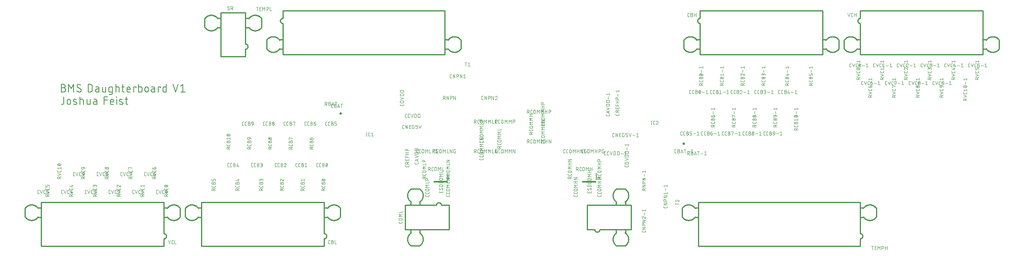
<source format=gbr>
G04 EAGLE Gerber RS-274X export*
G75*
%MOMM*%
%FSLAX34Y34*%
%LPD*%
%INSilkscreen Top*%
%IPPOS*%
%AMOC8*
5,1,8,0,0,1.08239X$1,22.5*%
G01*
%ADD10C,0.152400*%
%ADD11C,0.076200*%
%ADD12C,0.254000*%
%ADD13C,0.200000*%
%ADD14C,0.250000*%


D10*
X89662Y341263D02*
X94178Y341263D01*
X94178Y341264D02*
X94311Y341262D01*
X94443Y341256D01*
X94575Y341246D01*
X94707Y341233D01*
X94839Y341215D01*
X94969Y341194D01*
X95100Y341169D01*
X95229Y341140D01*
X95357Y341107D01*
X95485Y341071D01*
X95611Y341031D01*
X95736Y340987D01*
X95860Y340939D01*
X95982Y340888D01*
X96103Y340833D01*
X96222Y340775D01*
X96340Y340713D01*
X96455Y340648D01*
X96569Y340579D01*
X96680Y340508D01*
X96789Y340432D01*
X96896Y340354D01*
X97001Y340273D01*
X97103Y340188D01*
X97203Y340101D01*
X97300Y340011D01*
X97395Y339918D01*
X97486Y339822D01*
X97575Y339724D01*
X97661Y339623D01*
X97744Y339519D01*
X97824Y339413D01*
X97900Y339305D01*
X97974Y339195D01*
X98044Y339082D01*
X98111Y338968D01*
X98174Y338851D01*
X98234Y338733D01*
X98291Y338613D01*
X98344Y338491D01*
X98393Y338368D01*
X98439Y338244D01*
X98481Y338118D01*
X98519Y337991D01*
X98554Y337863D01*
X98585Y337734D01*
X98612Y337605D01*
X98635Y337474D01*
X98655Y337343D01*
X98670Y337211D01*
X98682Y337079D01*
X98690Y336947D01*
X98694Y336814D01*
X98694Y336682D01*
X98690Y336549D01*
X98682Y336417D01*
X98670Y336285D01*
X98655Y336153D01*
X98635Y336022D01*
X98612Y335891D01*
X98585Y335762D01*
X98554Y335633D01*
X98519Y335505D01*
X98481Y335378D01*
X98439Y335252D01*
X98393Y335128D01*
X98344Y335005D01*
X98291Y334883D01*
X98234Y334763D01*
X98174Y334645D01*
X98111Y334528D01*
X98044Y334414D01*
X97974Y334301D01*
X97900Y334191D01*
X97824Y334083D01*
X97744Y333977D01*
X97661Y333873D01*
X97575Y333772D01*
X97486Y333674D01*
X97395Y333578D01*
X97300Y333485D01*
X97203Y333395D01*
X97103Y333308D01*
X97001Y333223D01*
X96896Y333142D01*
X96789Y333064D01*
X96680Y332988D01*
X96569Y332917D01*
X96455Y332848D01*
X96340Y332783D01*
X96222Y332721D01*
X96103Y332663D01*
X95982Y332608D01*
X95860Y332557D01*
X95736Y332509D01*
X95611Y332465D01*
X95485Y332425D01*
X95357Y332389D01*
X95229Y332356D01*
X95100Y332327D01*
X94969Y332302D01*
X94839Y332281D01*
X94707Y332263D01*
X94575Y332250D01*
X94443Y332240D01*
X94311Y332234D01*
X94178Y332232D01*
X89662Y332232D01*
X89662Y348488D01*
X94178Y348488D01*
X94297Y348486D01*
X94417Y348480D01*
X94536Y348470D01*
X94654Y348456D01*
X94773Y348439D01*
X94890Y348417D01*
X95007Y348392D01*
X95122Y348362D01*
X95237Y348329D01*
X95351Y348292D01*
X95463Y348252D01*
X95574Y348207D01*
X95683Y348159D01*
X95791Y348108D01*
X95897Y348053D01*
X96001Y347994D01*
X96103Y347932D01*
X96203Y347867D01*
X96301Y347798D01*
X96397Y347726D01*
X96490Y347651D01*
X96580Y347574D01*
X96668Y347493D01*
X96753Y347409D01*
X96835Y347322D01*
X96915Y347233D01*
X96991Y347141D01*
X97065Y347047D01*
X97135Y346950D01*
X97202Y346852D01*
X97266Y346751D01*
X97326Y346647D01*
X97383Y346542D01*
X97436Y346435D01*
X97486Y346327D01*
X97532Y346217D01*
X97574Y346105D01*
X97613Y345992D01*
X97648Y345878D01*
X97679Y345763D01*
X97707Y345646D01*
X97730Y345529D01*
X97750Y345412D01*
X97766Y345293D01*
X97778Y345174D01*
X97786Y345055D01*
X97790Y344936D01*
X97790Y344816D01*
X97786Y344697D01*
X97778Y344578D01*
X97766Y344459D01*
X97750Y344340D01*
X97730Y344223D01*
X97707Y344106D01*
X97679Y343989D01*
X97648Y343874D01*
X97613Y343760D01*
X97574Y343647D01*
X97532Y343535D01*
X97486Y343425D01*
X97436Y343317D01*
X97383Y343210D01*
X97326Y343105D01*
X97266Y343001D01*
X97202Y342900D01*
X97135Y342802D01*
X97065Y342705D01*
X96991Y342611D01*
X96915Y342519D01*
X96835Y342430D01*
X96753Y342343D01*
X96668Y342259D01*
X96580Y342178D01*
X96490Y342101D01*
X96397Y342026D01*
X96301Y341954D01*
X96203Y341885D01*
X96103Y341820D01*
X96001Y341758D01*
X95897Y341699D01*
X95791Y341644D01*
X95683Y341593D01*
X95574Y341545D01*
X95463Y341500D01*
X95351Y341460D01*
X95237Y341423D01*
X95122Y341390D01*
X95007Y341360D01*
X94890Y341335D01*
X94773Y341313D01*
X94654Y341296D01*
X94536Y341282D01*
X94417Y341272D01*
X94297Y341266D01*
X94178Y341264D01*
X105221Y348488D02*
X105221Y332232D01*
X110640Y339457D02*
X105221Y348488D01*
X110640Y339457D02*
X116059Y348488D01*
X116059Y332232D01*
X128216Y332232D02*
X128334Y332234D01*
X128452Y332240D01*
X128570Y332249D01*
X128687Y332263D01*
X128804Y332280D01*
X128921Y332301D01*
X129036Y332326D01*
X129151Y332355D01*
X129265Y332388D01*
X129377Y332424D01*
X129488Y332464D01*
X129598Y332507D01*
X129707Y332554D01*
X129814Y332604D01*
X129919Y332659D01*
X130022Y332716D01*
X130123Y332777D01*
X130223Y332841D01*
X130320Y332908D01*
X130415Y332978D01*
X130507Y333052D01*
X130598Y333128D01*
X130685Y333208D01*
X130770Y333290D01*
X130852Y333375D01*
X130932Y333462D01*
X131008Y333553D01*
X131082Y333645D01*
X131152Y333740D01*
X131219Y333837D01*
X131283Y333937D01*
X131344Y334038D01*
X131401Y334141D01*
X131456Y334246D01*
X131506Y334353D01*
X131553Y334462D01*
X131596Y334572D01*
X131636Y334683D01*
X131672Y334795D01*
X131705Y334909D01*
X131734Y335024D01*
X131759Y335139D01*
X131780Y335256D01*
X131797Y335373D01*
X131811Y335490D01*
X131820Y335608D01*
X131826Y335726D01*
X131828Y335844D01*
X128216Y332232D02*
X128033Y332234D01*
X127851Y332241D01*
X127669Y332252D01*
X127487Y332267D01*
X127305Y332287D01*
X127124Y332310D01*
X126944Y332339D01*
X126764Y332371D01*
X126585Y332408D01*
X126408Y332449D01*
X126231Y332495D01*
X126055Y332544D01*
X125881Y332598D01*
X125707Y332656D01*
X125536Y332718D01*
X125366Y332784D01*
X125197Y332855D01*
X125030Y332929D01*
X124865Y333007D01*
X124702Y333089D01*
X124541Y333175D01*
X124382Y333265D01*
X124225Y333359D01*
X124071Y333456D01*
X123919Y333557D01*
X123769Y333662D01*
X123622Y333770D01*
X123478Y333881D01*
X123336Y333996D01*
X123197Y334115D01*
X123061Y334237D01*
X122928Y334362D01*
X122798Y334490D01*
X123250Y344876D02*
X123252Y344994D01*
X123258Y345112D01*
X123267Y345230D01*
X123281Y345347D01*
X123298Y345464D01*
X123319Y345581D01*
X123344Y345696D01*
X123373Y345811D01*
X123406Y345925D01*
X123442Y346037D01*
X123482Y346148D01*
X123525Y346258D01*
X123572Y346367D01*
X123622Y346474D01*
X123677Y346579D01*
X123734Y346682D01*
X123795Y346783D01*
X123859Y346883D01*
X123926Y346980D01*
X123996Y347075D01*
X124070Y347167D01*
X124146Y347258D01*
X124226Y347345D01*
X124308Y347430D01*
X124393Y347512D01*
X124480Y347592D01*
X124571Y347668D01*
X124663Y347742D01*
X124758Y347812D01*
X124855Y347879D01*
X124955Y347943D01*
X125056Y348004D01*
X125159Y348062D01*
X125264Y348116D01*
X125371Y348166D01*
X125480Y348213D01*
X125590Y348257D01*
X125701Y348296D01*
X125814Y348332D01*
X125927Y348365D01*
X126042Y348394D01*
X126157Y348419D01*
X126274Y348440D01*
X126391Y348457D01*
X126508Y348471D01*
X126626Y348480D01*
X126744Y348486D01*
X126862Y348488D01*
X127023Y348486D01*
X127185Y348480D01*
X127346Y348471D01*
X127507Y348457D01*
X127667Y348440D01*
X127827Y348419D01*
X127987Y348394D01*
X128146Y348365D01*
X128304Y348333D01*
X128461Y348297D01*
X128617Y348257D01*
X128773Y348213D01*
X128927Y348165D01*
X129080Y348114D01*
X129232Y348060D01*
X129383Y348001D01*
X129532Y347940D01*
X129679Y347874D01*
X129825Y347805D01*
X129970Y347733D01*
X130112Y347657D01*
X130253Y347578D01*
X130392Y347496D01*
X130528Y347410D01*
X130663Y347321D01*
X130796Y347229D01*
X130926Y347133D01*
X125055Y341715D02*
X124954Y341777D01*
X124854Y341842D01*
X124757Y341911D01*
X124662Y341983D01*
X124569Y342057D01*
X124479Y342135D01*
X124391Y342216D01*
X124306Y342299D01*
X124224Y342385D01*
X124145Y342474D01*
X124068Y342565D01*
X123995Y342659D01*
X123924Y342755D01*
X123857Y342853D01*
X123793Y342953D01*
X123732Y343056D01*
X123675Y343160D01*
X123621Y343266D01*
X123571Y343374D01*
X123524Y343483D01*
X123480Y343594D01*
X123440Y343706D01*
X123404Y343820D01*
X123372Y343934D01*
X123343Y344050D01*
X123318Y344166D01*
X123297Y344283D01*
X123280Y344401D01*
X123266Y344519D01*
X123257Y344638D01*
X123251Y344757D01*
X123249Y344876D01*
X130023Y339005D02*
X130124Y338943D01*
X130224Y338878D01*
X130321Y338809D01*
X130416Y338737D01*
X130509Y338663D01*
X130599Y338585D01*
X130687Y338504D01*
X130772Y338421D01*
X130854Y338335D01*
X130933Y338246D01*
X131010Y338155D01*
X131083Y338061D01*
X131154Y337965D01*
X131221Y337867D01*
X131285Y337767D01*
X131346Y337664D01*
X131403Y337560D01*
X131457Y337454D01*
X131507Y337346D01*
X131554Y337237D01*
X131598Y337126D01*
X131638Y337014D01*
X131674Y336900D01*
X131706Y336786D01*
X131735Y336670D01*
X131760Y336554D01*
X131781Y336437D01*
X131798Y336319D01*
X131812Y336201D01*
X131821Y336082D01*
X131827Y335963D01*
X131829Y335844D01*
X130023Y339005D02*
X125055Y341715D01*
X146766Y348488D02*
X146766Y332232D01*
X146766Y348488D02*
X151281Y348488D01*
X151412Y348486D01*
X151544Y348480D01*
X151675Y348471D01*
X151805Y348457D01*
X151936Y348440D01*
X152065Y348419D01*
X152194Y348395D01*
X152322Y348366D01*
X152450Y348334D01*
X152576Y348298D01*
X152701Y348259D01*
X152826Y348216D01*
X152948Y348169D01*
X153070Y348119D01*
X153190Y348065D01*
X153308Y348008D01*
X153424Y347947D01*
X153539Y347883D01*
X153652Y347816D01*
X153763Y347745D01*
X153871Y347671D01*
X153978Y347594D01*
X154082Y347514D01*
X154184Y347431D01*
X154283Y347346D01*
X154380Y347257D01*
X154474Y347165D01*
X154566Y347071D01*
X154655Y346974D01*
X154740Y346875D01*
X154823Y346773D01*
X154903Y346669D01*
X154980Y346562D01*
X155054Y346454D01*
X155125Y346343D01*
X155192Y346230D01*
X155256Y346115D01*
X155317Y345999D01*
X155374Y345881D01*
X155428Y345761D01*
X155478Y345639D01*
X155525Y345517D01*
X155568Y345392D01*
X155607Y345267D01*
X155643Y345141D01*
X155675Y345013D01*
X155704Y344885D01*
X155728Y344756D01*
X155749Y344627D01*
X155766Y344496D01*
X155780Y344366D01*
X155789Y344235D01*
X155795Y344103D01*
X155797Y343972D01*
X155797Y336748D01*
X155795Y336617D01*
X155789Y336485D01*
X155780Y336354D01*
X155766Y336224D01*
X155749Y336093D01*
X155728Y335964D01*
X155704Y335835D01*
X155675Y335707D01*
X155643Y335579D01*
X155607Y335453D01*
X155568Y335328D01*
X155525Y335203D01*
X155478Y335081D01*
X155428Y334959D01*
X155374Y334839D01*
X155317Y334721D01*
X155256Y334605D01*
X155192Y334490D01*
X155125Y334377D01*
X155054Y334266D01*
X154980Y334158D01*
X154903Y334051D01*
X154823Y333947D01*
X154740Y333845D01*
X154655Y333746D01*
X154566Y333649D01*
X154474Y333555D01*
X154380Y333463D01*
X154283Y333374D01*
X154184Y333289D01*
X154082Y333206D01*
X153978Y333126D01*
X153871Y333049D01*
X153763Y332975D01*
X153652Y332904D01*
X153539Y332837D01*
X153424Y332773D01*
X153308Y332712D01*
X153190Y332655D01*
X153070Y332601D01*
X152948Y332551D01*
X152826Y332504D01*
X152701Y332461D01*
X152576Y332422D01*
X152450Y332386D01*
X152322Y332354D01*
X152194Y332325D01*
X152065Y332301D01*
X151935Y332280D01*
X151805Y332263D01*
X151675Y332249D01*
X151544Y332240D01*
X151412Y332234D01*
X151281Y332232D01*
X146766Y332232D01*
X165866Y338554D02*
X169930Y338554D01*
X165866Y338554D02*
X165754Y338552D01*
X165643Y338546D01*
X165532Y338536D01*
X165421Y338523D01*
X165311Y338505D01*
X165202Y338483D01*
X165093Y338458D01*
X164985Y338429D01*
X164879Y338396D01*
X164773Y338359D01*
X164669Y338319D01*
X164567Y338275D01*
X164466Y338227D01*
X164367Y338176D01*
X164269Y338121D01*
X164174Y338063D01*
X164081Y338002D01*
X163990Y337937D01*
X163901Y337869D01*
X163815Y337798D01*
X163732Y337725D01*
X163651Y337648D01*
X163572Y337568D01*
X163497Y337486D01*
X163425Y337401D01*
X163355Y337314D01*
X163289Y337224D01*
X163226Y337132D01*
X163166Y337037D01*
X163110Y336941D01*
X163057Y336843D01*
X163008Y336743D01*
X162962Y336641D01*
X162920Y336538D01*
X162881Y336433D01*
X162846Y336327D01*
X162815Y336220D01*
X162788Y336112D01*
X162764Y336003D01*
X162745Y335893D01*
X162729Y335783D01*
X162717Y335672D01*
X162709Y335560D01*
X162705Y335449D01*
X162705Y335337D01*
X162709Y335226D01*
X162717Y335114D01*
X162729Y335003D01*
X162745Y334893D01*
X162764Y334783D01*
X162788Y334674D01*
X162815Y334566D01*
X162846Y334459D01*
X162881Y334353D01*
X162920Y334248D01*
X162962Y334145D01*
X163008Y334043D01*
X163057Y333943D01*
X163110Y333845D01*
X163166Y333749D01*
X163226Y333654D01*
X163289Y333562D01*
X163355Y333472D01*
X163425Y333385D01*
X163497Y333300D01*
X163572Y333218D01*
X163651Y333138D01*
X163732Y333061D01*
X163815Y332988D01*
X163901Y332917D01*
X163990Y332849D01*
X164081Y332784D01*
X164174Y332723D01*
X164269Y332665D01*
X164367Y332610D01*
X164466Y332559D01*
X164567Y332511D01*
X164669Y332467D01*
X164773Y332427D01*
X164879Y332390D01*
X164985Y332357D01*
X165093Y332328D01*
X165202Y332303D01*
X165311Y332281D01*
X165421Y332263D01*
X165532Y332250D01*
X165643Y332240D01*
X165754Y332234D01*
X165866Y332232D01*
X169930Y332232D01*
X169930Y340360D01*
X169928Y340461D01*
X169922Y340562D01*
X169913Y340663D01*
X169900Y340764D01*
X169883Y340864D01*
X169862Y340963D01*
X169838Y341061D01*
X169810Y341158D01*
X169778Y341255D01*
X169743Y341350D01*
X169704Y341443D01*
X169662Y341535D01*
X169616Y341626D01*
X169567Y341715D01*
X169515Y341801D01*
X169459Y341886D01*
X169401Y341969D01*
X169339Y342049D01*
X169274Y342127D01*
X169207Y342203D01*
X169137Y342276D01*
X169064Y342346D01*
X168988Y342413D01*
X168910Y342478D01*
X168830Y342540D01*
X168747Y342598D01*
X168662Y342654D01*
X168576Y342706D01*
X168487Y342755D01*
X168396Y342801D01*
X168304Y342843D01*
X168211Y342882D01*
X168116Y342917D01*
X168019Y342949D01*
X167922Y342977D01*
X167824Y343001D01*
X167725Y343022D01*
X167625Y343039D01*
X167524Y343052D01*
X167423Y343061D01*
X167322Y343067D01*
X167221Y343069D01*
X163609Y343069D01*
X177368Y343069D02*
X177368Y334941D01*
X177370Y334840D01*
X177376Y334739D01*
X177385Y334638D01*
X177398Y334537D01*
X177415Y334437D01*
X177436Y334338D01*
X177460Y334240D01*
X177488Y334143D01*
X177520Y334046D01*
X177555Y333951D01*
X177594Y333858D01*
X177636Y333766D01*
X177682Y333675D01*
X177731Y333587D01*
X177783Y333500D01*
X177839Y333415D01*
X177897Y333332D01*
X177959Y333252D01*
X178024Y333174D01*
X178091Y333098D01*
X178161Y333025D01*
X178234Y332955D01*
X178310Y332888D01*
X178388Y332823D01*
X178468Y332761D01*
X178551Y332703D01*
X178636Y332647D01*
X178723Y332595D01*
X178811Y332546D01*
X178902Y332500D01*
X178994Y332458D01*
X179087Y332419D01*
X179182Y332384D01*
X179279Y332352D01*
X179376Y332324D01*
X179474Y332300D01*
X179573Y332279D01*
X179673Y332262D01*
X179774Y332249D01*
X179875Y332240D01*
X179976Y332234D01*
X180077Y332232D01*
X184593Y332232D01*
X184593Y343069D01*
X194072Y332232D02*
X198588Y332232D01*
X194072Y332232D02*
X193971Y332234D01*
X193870Y332240D01*
X193769Y332249D01*
X193668Y332262D01*
X193568Y332279D01*
X193469Y332300D01*
X193371Y332324D01*
X193274Y332352D01*
X193177Y332384D01*
X193082Y332419D01*
X192989Y332458D01*
X192897Y332500D01*
X192806Y332546D01*
X192718Y332595D01*
X192631Y332647D01*
X192546Y332703D01*
X192463Y332761D01*
X192383Y332823D01*
X192305Y332888D01*
X192229Y332955D01*
X192156Y333025D01*
X192086Y333098D01*
X192019Y333174D01*
X191954Y333252D01*
X191892Y333332D01*
X191834Y333415D01*
X191778Y333500D01*
X191726Y333587D01*
X191677Y333675D01*
X191631Y333766D01*
X191589Y333858D01*
X191550Y333951D01*
X191515Y334046D01*
X191483Y334143D01*
X191455Y334240D01*
X191431Y334338D01*
X191410Y334437D01*
X191393Y334537D01*
X191380Y334638D01*
X191371Y334739D01*
X191365Y334840D01*
X191363Y334941D01*
X191363Y340360D01*
X191365Y340461D01*
X191371Y340562D01*
X191380Y340663D01*
X191393Y340764D01*
X191410Y340864D01*
X191431Y340963D01*
X191455Y341061D01*
X191483Y341158D01*
X191515Y341255D01*
X191550Y341350D01*
X191589Y341443D01*
X191631Y341535D01*
X191677Y341626D01*
X191726Y341715D01*
X191778Y341801D01*
X191834Y341886D01*
X191892Y341969D01*
X191954Y342049D01*
X192019Y342127D01*
X192086Y342203D01*
X192156Y342276D01*
X192229Y342346D01*
X192305Y342413D01*
X192383Y342478D01*
X192463Y342540D01*
X192546Y342598D01*
X192631Y342654D01*
X192718Y342706D01*
X192806Y342755D01*
X192897Y342801D01*
X192989Y342843D01*
X193082Y342882D01*
X193177Y342917D01*
X193274Y342949D01*
X193371Y342977D01*
X193469Y343001D01*
X193568Y343022D01*
X193668Y343039D01*
X193769Y343052D01*
X193870Y343061D01*
X193971Y343067D01*
X194072Y343069D01*
X198588Y343069D01*
X198588Y329523D01*
X198587Y329523D02*
X198585Y329419D01*
X198579Y329316D01*
X198569Y329212D01*
X198555Y329109D01*
X198537Y329007D01*
X198516Y328906D01*
X198490Y328805D01*
X198461Y328706D01*
X198428Y328607D01*
X198391Y328510D01*
X198350Y328415D01*
X198306Y328321D01*
X198258Y328229D01*
X198207Y328139D01*
X198152Y328050D01*
X198094Y327964D01*
X198032Y327881D01*
X197968Y327799D01*
X197900Y327721D01*
X197830Y327645D01*
X197757Y327571D01*
X197680Y327501D01*
X197602Y327433D01*
X197520Y327369D01*
X197437Y327307D01*
X197351Y327249D01*
X197262Y327194D01*
X197172Y327143D01*
X197080Y327095D01*
X196986Y327051D01*
X196891Y327010D01*
X196794Y326973D01*
X196695Y326940D01*
X196596Y326911D01*
X196495Y326885D01*
X196394Y326864D01*
X196292Y326846D01*
X196189Y326832D01*
X196085Y326822D01*
X195982Y326816D01*
X195878Y326814D01*
X195878Y326813D02*
X192266Y326813D01*
X206025Y332232D02*
X206025Y348488D01*
X206025Y343069D02*
X210541Y343069D01*
X210645Y343067D01*
X210748Y343061D01*
X210852Y343051D01*
X210955Y343037D01*
X211057Y343019D01*
X211158Y342998D01*
X211259Y342972D01*
X211358Y342943D01*
X211457Y342910D01*
X211554Y342873D01*
X211649Y342832D01*
X211743Y342788D01*
X211835Y342740D01*
X211925Y342689D01*
X212014Y342634D01*
X212100Y342576D01*
X212183Y342514D01*
X212265Y342450D01*
X212343Y342382D01*
X212419Y342312D01*
X212493Y342239D01*
X212563Y342162D01*
X212631Y342084D01*
X212695Y342002D01*
X212757Y341919D01*
X212815Y341833D01*
X212870Y341744D01*
X212921Y341654D01*
X212969Y341562D01*
X213013Y341468D01*
X213054Y341373D01*
X213091Y341276D01*
X213124Y341177D01*
X213153Y341078D01*
X213179Y340977D01*
X213200Y340876D01*
X213218Y340774D01*
X213232Y340671D01*
X213242Y340567D01*
X213248Y340464D01*
X213250Y340360D01*
X213250Y332232D01*
X218796Y343069D02*
X224215Y343069D01*
X220602Y348488D02*
X220602Y334941D01*
X220603Y334941D02*
X220605Y334840D01*
X220611Y334739D01*
X220620Y334638D01*
X220633Y334537D01*
X220650Y334437D01*
X220671Y334338D01*
X220695Y334240D01*
X220723Y334143D01*
X220755Y334046D01*
X220790Y333951D01*
X220829Y333858D01*
X220871Y333766D01*
X220917Y333675D01*
X220966Y333587D01*
X221018Y333500D01*
X221074Y333415D01*
X221132Y333332D01*
X221194Y333252D01*
X221259Y333174D01*
X221326Y333098D01*
X221396Y333025D01*
X221469Y332955D01*
X221545Y332888D01*
X221623Y332823D01*
X221703Y332761D01*
X221786Y332703D01*
X221871Y332647D01*
X221958Y332595D01*
X222046Y332546D01*
X222137Y332500D01*
X222229Y332458D01*
X222322Y332419D01*
X222417Y332384D01*
X222514Y332352D01*
X222611Y332324D01*
X222709Y332300D01*
X222808Y332279D01*
X222908Y332262D01*
X223009Y332249D01*
X223110Y332240D01*
X223211Y332234D01*
X223312Y332232D01*
X224215Y332232D01*
X232702Y332232D02*
X237218Y332232D01*
X232702Y332232D02*
X232601Y332234D01*
X232500Y332240D01*
X232399Y332249D01*
X232298Y332262D01*
X232198Y332279D01*
X232099Y332300D01*
X232001Y332324D01*
X231904Y332352D01*
X231807Y332384D01*
X231712Y332419D01*
X231619Y332458D01*
X231527Y332500D01*
X231436Y332546D01*
X231348Y332595D01*
X231261Y332647D01*
X231176Y332703D01*
X231093Y332761D01*
X231013Y332823D01*
X230935Y332888D01*
X230859Y332955D01*
X230786Y333025D01*
X230716Y333098D01*
X230649Y333174D01*
X230584Y333252D01*
X230522Y333332D01*
X230464Y333415D01*
X230408Y333500D01*
X230356Y333587D01*
X230307Y333675D01*
X230261Y333766D01*
X230219Y333858D01*
X230180Y333951D01*
X230145Y334046D01*
X230113Y334143D01*
X230085Y334240D01*
X230061Y334338D01*
X230040Y334437D01*
X230023Y334537D01*
X230010Y334638D01*
X230001Y334739D01*
X229995Y334840D01*
X229993Y334941D01*
X229993Y339457D01*
X229994Y339457D02*
X229996Y339576D01*
X230002Y339696D01*
X230012Y339815D01*
X230026Y339933D01*
X230043Y340052D01*
X230065Y340169D01*
X230090Y340286D01*
X230120Y340401D01*
X230153Y340516D01*
X230190Y340630D01*
X230230Y340742D01*
X230275Y340853D01*
X230323Y340962D01*
X230374Y341070D01*
X230429Y341176D01*
X230488Y341280D01*
X230550Y341382D01*
X230615Y341482D01*
X230684Y341580D01*
X230756Y341676D01*
X230831Y341769D01*
X230908Y341859D01*
X230989Y341947D01*
X231073Y342032D01*
X231160Y342114D01*
X231249Y342194D01*
X231341Y342270D01*
X231435Y342344D01*
X231532Y342414D01*
X231630Y342481D01*
X231731Y342545D01*
X231835Y342605D01*
X231940Y342662D01*
X232047Y342715D01*
X232155Y342765D01*
X232265Y342811D01*
X232377Y342853D01*
X232490Y342892D01*
X232604Y342927D01*
X232719Y342958D01*
X232836Y342986D01*
X232953Y343009D01*
X233070Y343029D01*
X233189Y343045D01*
X233308Y343057D01*
X233427Y343065D01*
X233546Y343069D01*
X233666Y343069D01*
X233785Y343065D01*
X233904Y343057D01*
X234023Y343045D01*
X234142Y343029D01*
X234259Y343009D01*
X234376Y342986D01*
X234493Y342958D01*
X234608Y342927D01*
X234722Y342892D01*
X234835Y342853D01*
X234947Y342811D01*
X235057Y342765D01*
X235165Y342715D01*
X235272Y342662D01*
X235377Y342605D01*
X235481Y342545D01*
X235582Y342481D01*
X235680Y342414D01*
X235777Y342344D01*
X235871Y342270D01*
X235963Y342194D01*
X236052Y342114D01*
X236139Y342032D01*
X236223Y341947D01*
X236304Y341859D01*
X236381Y341769D01*
X236456Y341676D01*
X236528Y341580D01*
X236597Y341482D01*
X236662Y341382D01*
X236724Y341280D01*
X236783Y341176D01*
X236838Y341070D01*
X236889Y340962D01*
X236937Y340853D01*
X236982Y340742D01*
X237022Y340630D01*
X237059Y340516D01*
X237092Y340401D01*
X237122Y340286D01*
X237147Y340169D01*
X237169Y340052D01*
X237186Y339933D01*
X237200Y339815D01*
X237210Y339696D01*
X237216Y339576D01*
X237218Y339457D01*
X237218Y337651D01*
X229993Y337651D01*
X244146Y332232D02*
X244146Y343069D01*
X249565Y343069D01*
X249565Y341263D01*
X255076Y348488D02*
X255076Y332232D01*
X259592Y332232D01*
X259696Y332234D01*
X259799Y332240D01*
X259903Y332250D01*
X260006Y332264D01*
X260108Y332282D01*
X260209Y332303D01*
X260310Y332329D01*
X260409Y332358D01*
X260508Y332391D01*
X260605Y332428D01*
X260700Y332469D01*
X260794Y332513D01*
X260886Y332561D01*
X260976Y332612D01*
X261065Y332667D01*
X261151Y332725D01*
X261234Y332787D01*
X261316Y332851D01*
X261394Y332919D01*
X261470Y332989D01*
X261544Y333062D01*
X261614Y333139D01*
X261682Y333217D01*
X261746Y333299D01*
X261808Y333382D01*
X261866Y333468D01*
X261921Y333557D01*
X261972Y333647D01*
X262020Y333739D01*
X262064Y333833D01*
X262105Y333928D01*
X262142Y334025D01*
X262175Y334124D01*
X262204Y334223D01*
X262230Y334324D01*
X262251Y334425D01*
X262269Y334527D01*
X262283Y334630D01*
X262293Y334734D01*
X262299Y334837D01*
X262301Y334941D01*
X262301Y340360D01*
X262299Y340461D01*
X262293Y340562D01*
X262284Y340663D01*
X262271Y340764D01*
X262254Y340864D01*
X262233Y340963D01*
X262209Y341061D01*
X262181Y341158D01*
X262149Y341255D01*
X262114Y341350D01*
X262075Y341443D01*
X262033Y341535D01*
X261987Y341626D01*
X261938Y341715D01*
X261886Y341801D01*
X261830Y341886D01*
X261772Y341969D01*
X261710Y342049D01*
X261645Y342127D01*
X261578Y342203D01*
X261508Y342276D01*
X261435Y342346D01*
X261359Y342413D01*
X261281Y342478D01*
X261201Y342540D01*
X261118Y342598D01*
X261033Y342654D01*
X260947Y342706D01*
X260858Y342755D01*
X260767Y342801D01*
X260675Y342843D01*
X260582Y342882D01*
X260487Y342917D01*
X260390Y342949D01*
X260293Y342977D01*
X260195Y343001D01*
X260096Y343022D01*
X259996Y343039D01*
X259895Y343052D01*
X259794Y343061D01*
X259693Y343067D01*
X259592Y343069D01*
X255076Y343069D01*
X268550Y339457D02*
X268550Y335844D01*
X268551Y339457D02*
X268553Y339576D01*
X268559Y339696D01*
X268569Y339815D01*
X268583Y339933D01*
X268600Y340052D01*
X268622Y340169D01*
X268647Y340286D01*
X268677Y340401D01*
X268710Y340516D01*
X268747Y340630D01*
X268787Y340742D01*
X268832Y340853D01*
X268880Y340962D01*
X268931Y341070D01*
X268986Y341176D01*
X269045Y341280D01*
X269107Y341382D01*
X269172Y341482D01*
X269241Y341580D01*
X269313Y341676D01*
X269388Y341769D01*
X269465Y341859D01*
X269546Y341947D01*
X269630Y342032D01*
X269717Y342114D01*
X269806Y342194D01*
X269898Y342270D01*
X269992Y342344D01*
X270089Y342414D01*
X270187Y342481D01*
X270288Y342545D01*
X270392Y342605D01*
X270497Y342662D01*
X270604Y342715D01*
X270712Y342765D01*
X270822Y342811D01*
X270934Y342853D01*
X271047Y342892D01*
X271161Y342927D01*
X271276Y342958D01*
X271393Y342986D01*
X271510Y343009D01*
X271627Y343029D01*
X271746Y343045D01*
X271865Y343057D01*
X271984Y343065D01*
X272103Y343069D01*
X272223Y343069D01*
X272342Y343065D01*
X272461Y343057D01*
X272580Y343045D01*
X272699Y343029D01*
X272816Y343009D01*
X272933Y342986D01*
X273050Y342958D01*
X273165Y342927D01*
X273279Y342892D01*
X273392Y342853D01*
X273504Y342811D01*
X273614Y342765D01*
X273722Y342715D01*
X273829Y342662D01*
X273934Y342605D01*
X274038Y342545D01*
X274139Y342481D01*
X274237Y342414D01*
X274334Y342344D01*
X274428Y342270D01*
X274520Y342194D01*
X274609Y342114D01*
X274696Y342032D01*
X274780Y341947D01*
X274861Y341859D01*
X274938Y341769D01*
X275013Y341676D01*
X275085Y341580D01*
X275154Y341482D01*
X275219Y341382D01*
X275281Y341280D01*
X275340Y341176D01*
X275395Y341070D01*
X275446Y340962D01*
X275494Y340853D01*
X275539Y340742D01*
X275579Y340630D01*
X275616Y340516D01*
X275649Y340401D01*
X275679Y340286D01*
X275704Y340169D01*
X275726Y340052D01*
X275743Y339933D01*
X275757Y339815D01*
X275767Y339696D01*
X275773Y339576D01*
X275775Y339457D01*
X275775Y335844D01*
X275773Y335725D01*
X275767Y335605D01*
X275757Y335486D01*
X275743Y335368D01*
X275726Y335249D01*
X275704Y335132D01*
X275679Y335015D01*
X275649Y334900D01*
X275616Y334785D01*
X275579Y334671D01*
X275539Y334559D01*
X275494Y334448D01*
X275446Y334339D01*
X275395Y334231D01*
X275340Y334125D01*
X275281Y334021D01*
X275219Y333919D01*
X275154Y333819D01*
X275085Y333721D01*
X275013Y333625D01*
X274938Y333532D01*
X274861Y333442D01*
X274780Y333354D01*
X274696Y333269D01*
X274609Y333187D01*
X274520Y333107D01*
X274428Y333031D01*
X274334Y332957D01*
X274237Y332887D01*
X274139Y332820D01*
X274038Y332756D01*
X273934Y332696D01*
X273829Y332639D01*
X273722Y332586D01*
X273614Y332536D01*
X273504Y332490D01*
X273392Y332448D01*
X273279Y332409D01*
X273165Y332374D01*
X273050Y332343D01*
X272933Y332315D01*
X272816Y332292D01*
X272699Y332272D01*
X272580Y332256D01*
X272461Y332244D01*
X272342Y332236D01*
X272223Y332232D01*
X272103Y332232D01*
X271984Y332236D01*
X271865Y332244D01*
X271746Y332256D01*
X271627Y332272D01*
X271510Y332292D01*
X271393Y332315D01*
X271276Y332343D01*
X271161Y332374D01*
X271047Y332409D01*
X270934Y332448D01*
X270822Y332490D01*
X270712Y332536D01*
X270604Y332586D01*
X270497Y332639D01*
X270392Y332696D01*
X270288Y332756D01*
X270187Y332820D01*
X270089Y332887D01*
X269992Y332957D01*
X269898Y333031D01*
X269806Y333107D01*
X269717Y333187D01*
X269630Y333269D01*
X269546Y333354D01*
X269465Y333442D01*
X269388Y333532D01*
X269313Y333625D01*
X269241Y333721D01*
X269172Y333819D01*
X269107Y333919D01*
X269045Y334021D01*
X268986Y334125D01*
X268931Y334231D01*
X268880Y334339D01*
X268832Y334448D01*
X268787Y334559D01*
X268747Y334671D01*
X268710Y334785D01*
X268677Y334900D01*
X268647Y335015D01*
X268622Y335132D01*
X268600Y335249D01*
X268583Y335368D01*
X268569Y335486D01*
X268559Y335605D01*
X268553Y335725D01*
X268551Y335844D01*
X285185Y338554D02*
X289249Y338554D01*
X285185Y338554D02*
X285073Y338552D01*
X284962Y338546D01*
X284851Y338536D01*
X284740Y338523D01*
X284630Y338505D01*
X284521Y338483D01*
X284412Y338458D01*
X284304Y338429D01*
X284198Y338396D01*
X284092Y338359D01*
X283988Y338319D01*
X283886Y338275D01*
X283785Y338227D01*
X283686Y338176D01*
X283588Y338121D01*
X283493Y338063D01*
X283400Y338002D01*
X283309Y337937D01*
X283220Y337869D01*
X283134Y337798D01*
X283051Y337725D01*
X282970Y337648D01*
X282891Y337568D01*
X282816Y337486D01*
X282744Y337401D01*
X282674Y337314D01*
X282608Y337224D01*
X282545Y337132D01*
X282485Y337037D01*
X282429Y336941D01*
X282376Y336843D01*
X282327Y336743D01*
X282281Y336641D01*
X282239Y336538D01*
X282200Y336433D01*
X282165Y336327D01*
X282134Y336220D01*
X282107Y336112D01*
X282083Y336003D01*
X282064Y335893D01*
X282048Y335783D01*
X282036Y335672D01*
X282028Y335560D01*
X282024Y335449D01*
X282024Y335337D01*
X282028Y335226D01*
X282036Y335114D01*
X282048Y335003D01*
X282064Y334893D01*
X282083Y334783D01*
X282107Y334674D01*
X282134Y334566D01*
X282165Y334459D01*
X282200Y334353D01*
X282239Y334248D01*
X282281Y334145D01*
X282327Y334043D01*
X282376Y333943D01*
X282429Y333845D01*
X282485Y333749D01*
X282545Y333654D01*
X282608Y333562D01*
X282674Y333472D01*
X282744Y333385D01*
X282816Y333300D01*
X282891Y333218D01*
X282970Y333138D01*
X283051Y333061D01*
X283134Y332988D01*
X283220Y332917D01*
X283309Y332849D01*
X283400Y332784D01*
X283493Y332723D01*
X283588Y332665D01*
X283686Y332610D01*
X283785Y332559D01*
X283886Y332511D01*
X283988Y332467D01*
X284092Y332427D01*
X284198Y332390D01*
X284304Y332357D01*
X284412Y332328D01*
X284521Y332303D01*
X284630Y332281D01*
X284740Y332263D01*
X284851Y332250D01*
X284962Y332240D01*
X285073Y332234D01*
X285185Y332232D01*
X289249Y332232D01*
X289249Y340360D01*
X289248Y340360D02*
X289246Y340461D01*
X289240Y340562D01*
X289231Y340663D01*
X289218Y340764D01*
X289201Y340864D01*
X289180Y340963D01*
X289156Y341061D01*
X289128Y341158D01*
X289096Y341255D01*
X289061Y341350D01*
X289022Y341443D01*
X288980Y341535D01*
X288934Y341626D01*
X288885Y341715D01*
X288833Y341801D01*
X288777Y341886D01*
X288719Y341969D01*
X288657Y342049D01*
X288592Y342127D01*
X288525Y342203D01*
X288455Y342276D01*
X288382Y342346D01*
X288306Y342413D01*
X288228Y342478D01*
X288148Y342540D01*
X288065Y342598D01*
X287980Y342654D01*
X287894Y342706D01*
X287805Y342755D01*
X287714Y342801D01*
X287622Y342843D01*
X287529Y342882D01*
X287434Y342917D01*
X287337Y342949D01*
X287240Y342977D01*
X287142Y343001D01*
X287043Y343022D01*
X286943Y343039D01*
X286842Y343052D01*
X286741Y343061D01*
X286640Y343067D01*
X286539Y343069D01*
X282927Y343069D01*
X296771Y343069D02*
X296771Y332232D01*
X296771Y343069D02*
X302190Y343069D01*
X302190Y341263D01*
X314259Y348488D02*
X314259Y332232D01*
X309743Y332232D01*
X309642Y332234D01*
X309541Y332240D01*
X309440Y332249D01*
X309339Y332262D01*
X309239Y332279D01*
X309140Y332300D01*
X309042Y332324D01*
X308945Y332352D01*
X308848Y332384D01*
X308753Y332419D01*
X308660Y332458D01*
X308568Y332500D01*
X308477Y332546D01*
X308389Y332595D01*
X308302Y332647D01*
X308217Y332703D01*
X308134Y332761D01*
X308054Y332823D01*
X307976Y332888D01*
X307900Y332955D01*
X307827Y333025D01*
X307757Y333098D01*
X307690Y333174D01*
X307625Y333252D01*
X307563Y333332D01*
X307505Y333415D01*
X307449Y333500D01*
X307397Y333587D01*
X307348Y333675D01*
X307302Y333766D01*
X307260Y333858D01*
X307221Y333951D01*
X307186Y334046D01*
X307154Y334143D01*
X307126Y334240D01*
X307102Y334338D01*
X307081Y334437D01*
X307064Y334537D01*
X307051Y334638D01*
X307042Y334739D01*
X307036Y334840D01*
X307034Y334941D01*
X307034Y340360D01*
X307036Y340461D01*
X307042Y340562D01*
X307051Y340663D01*
X307064Y340764D01*
X307081Y340864D01*
X307102Y340963D01*
X307126Y341061D01*
X307154Y341158D01*
X307186Y341255D01*
X307221Y341350D01*
X307260Y341443D01*
X307302Y341535D01*
X307348Y341626D01*
X307397Y341715D01*
X307449Y341801D01*
X307505Y341886D01*
X307563Y341969D01*
X307625Y342049D01*
X307690Y342127D01*
X307757Y342203D01*
X307827Y342276D01*
X307900Y342346D01*
X307976Y342413D01*
X308054Y342478D01*
X308134Y342540D01*
X308217Y342598D01*
X308302Y342654D01*
X308389Y342706D01*
X308477Y342755D01*
X308568Y342801D01*
X308660Y342843D01*
X308753Y342882D01*
X308848Y342917D01*
X308945Y342949D01*
X309042Y342977D01*
X309140Y343001D01*
X309239Y343022D01*
X309339Y343039D01*
X309440Y343052D01*
X309541Y343061D01*
X309642Y343067D01*
X309743Y343069D01*
X314259Y343069D01*
X328748Y348488D02*
X334166Y332232D01*
X339585Y348488D01*
X345282Y344876D02*
X349798Y348488D01*
X349798Y332232D01*
X354313Y332232D02*
X345282Y332232D01*
X95081Y321818D02*
X95081Y309174D01*
X95080Y309174D02*
X95078Y309056D01*
X95072Y308938D01*
X95063Y308820D01*
X95049Y308703D01*
X95032Y308586D01*
X95011Y308469D01*
X94986Y308354D01*
X94957Y308239D01*
X94924Y308125D01*
X94888Y308013D01*
X94848Y307902D01*
X94805Y307792D01*
X94758Y307683D01*
X94708Y307576D01*
X94653Y307471D01*
X94596Y307368D01*
X94535Y307267D01*
X94471Y307167D01*
X94404Y307070D01*
X94334Y306975D01*
X94260Y306883D01*
X94184Y306792D01*
X94104Y306705D01*
X94022Y306620D01*
X93937Y306538D01*
X93850Y306458D01*
X93759Y306382D01*
X93667Y306308D01*
X93572Y306238D01*
X93475Y306171D01*
X93375Y306107D01*
X93274Y306046D01*
X93171Y305989D01*
X93066Y305934D01*
X92959Y305884D01*
X92850Y305837D01*
X92740Y305794D01*
X92629Y305754D01*
X92517Y305718D01*
X92403Y305685D01*
X92288Y305656D01*
X92173Y305631D01*
X92056Y305610D01*
X91939Y305593D01*
X91822Y305579D01*
X91704Y305570D01*
X91586Y305564D01*
X91468Y305562D01*
X89662Y305562D01*
X102009Y309174D02*
X102009Y312787D01*
X102011Y312906D01*
X102017Y313026D01*
X102027Y313145D01*
X102041Y313263D01*
X102058Y313382D01*
X102080Y313499D01*
X102105Y313616D01*
X102135Y313731D01*
X102168Y313846D01*
X102205Y313960D01*
X102245Y314072D01*
X102290Y314183D01*
X102338Y314292D01*
X102389Y314400D01*
X102444Y314506D01*
X102503Y314610D01*
X102565Y314712D01*
X102630Y314812D01*
X102699Y314910D01*
X102771Y315006D01*
X102846Y315099D01*
X102923Y315189D01*
X103004Y315277D01*
X103088Y315362D01*
X103175Y315444D01*
X103264Y315524D01*
X103356Y315600D01*
X103450Y315674D01*
X103547Y315744D01*
X103645Y315811D01*
X103746Y315875D01*
X103850Y315935D01*
X103955Y315992D01*
X104062Y316045D01*
X104170Y316095D01*
X104280Y316141D01*
X104392Y316183D01*
X104505Y316222D01*
X104619Y316257D01*
X104734Y316288D01*
X104851Y316316D01*
X104968Y316339D01*
X105085Y316359D01*
X105204Y316375D01*
X105323Y316387D01*
X105442Y316395D01*
X105561Y316399D01*
X105681Y316399D01*
X105800Y316395D01*
X105919Y316387D01*
X106038Y316375D01*
X106157Y316359D01*
X106274Y316339D01*
X106391Y316316D01*
X106508Y316288D01*
X106623Y316257D01*
X106737Y316222D01*
X106850Y316183D01*
X106962Y316141D01*
X107072Y316095D01*
X107180Y316045D01*
X107287Y315992D01*
X107392Y315935D01*
X107496Y315875D01*
X107597Y315811D01*
X107695Y315744D01*
X107792Y315674D01*
X107886Y315600D01*
X107978Y315524D01*
X108067Y315444D01*
X108154Y315362D01*
X108238Y315277D01*
X108319Y315189D01*
X108396Y315099D01*
X108471Y315006D01*
X108543Y314910D01*
X108612Y314812D01*
X108677Y314712D01*
X108739Y314610D01*
X108798Y314506D01*
X108853Y314400D01*
X108904Y314292D01*
X108952Y314183D01*
X108997Y314072D01*
X109037Y313960D01*
X109074Y313846D01*
X109107Y313731D01*
X109137Y313616D01*
X109162Y313499D01*
X109184Y313382D01*
X109201Y313263D01*
X109215Y313145D01*
X109225Y313026D01*
X109231Y312906D01*
X109233Y312787D01*
X109234Y312787D02*
X109234Y309174D01*
X109233Y309174D02*
X109231Y309055D01*
X109225Y308935D01*
X109215Y308816D01*
X109201Y308698D01*
X109184Y308579D01*
X109162Y308462D01*
X109137Y308345D01*
X109107Y308230D01*
X109074Y308115D01*
X109037Y308001D01*
X108997Y307889D01*
X108952Y307778D01*
X108904Y307669D01*
X108853Y307561D01*
X108798Y307455D01*
X108739Y307351D01*
X108677Y307249D01*
X108612Y307149D01*
X108543Y307051D01*
X108471Y306955D01*
X108396Y306862D01*
X108319Y306772D01*
X108238Y306684D01*
X108154Y306599D01*
X108067Y306517D01*
X107978Y306437D01*
X107886Y306361D01*
X107792Y306287D01*
X107695Y306217D01*
X107597Y306150D01*
X107496Y306086D01*
X107392Y306026D01*
X107287Y305969D01*
X107180Y305916D01*
X107072Y305866D01*
X106962Y305820D01*
X106850Y305778D01*
X106737Y305739D01*
X106623Y305704D01*
X106508Y305673D01*
X106391Y305645D01*
X106274Y305622D01*
X106157Y305602D01*
X106038Y305586D01*
X105919Y305574D01*
X105800Y305566D01*
X105681Y305562D01*
X105561Y305562D01*
X105442Y305566D01*
X105323Y305574D01*
X105204Y305586D01*
X105085Y305602D01*
X104968Y305622D01*
X104851Y305645D01*
X104734Y305673D01*
X104619Y305704D01*
X104505Y305739D01*
X104392Y305778D01*
X104280Y305820D01*
X104170Y305866D01*
X104062Y305916D01*
X103955Y305969D01*
X103850Y306026D01*
X103746Y306086D01*
X103645Y306150D01*
X103547Y306217D01*
X103450Y306287D01*
X103356Y306361D01*
X103264Y306437D01*
X103175Y306517D01*
X103088Y306599D01*
X103004Y306684D01*
X102923Y306772D01*
X102846Y306862D01*
X102771Y306955D01*
X102699Y307051D01*
X102630Y307149D01*
X102565Y307249D01*
X102503Y307351D01*
X102444Y307455D01*
X102389Y307561D01*
X102338Y307669D01*
X102290Y307778D01*
X102245Y307889D01*
X102205Y308001D01*
X102168Y308115D01*
X102135Y308230D01*
X102105Y308345D01*
X102080Y308462D01*
X102058Y308579D01*
X102041Y308698D01*
X102027Y308816D01*
X102017Y308935D01*
X102011Y309055D01*
X102009Y309174D01*
X116910Y311884D02*
X121426Y310078D01*
X116910Y311884D02*
X116822Y311921D01*
X116736Y311962D01*
X116651Y312006D01*
X116568Y312054D01*
X116488Y312105D01*
X116409Y312159D01*
X116333Y312217D01*
X116259Y312277D01*
X116187Y312341D01*
X116119Y312407D01*
X116053Y312477D01*
X115990Y312548D01*
X115929Y312623D01*
X115872Y312699D01*
X115819Y312778D01*
X115768Y312859D01*
X115721Y312942D01*
X115677Y313027D01*
X115637Y313114D01*
X115600Y313202D01*
X115567Y313292D01*
X115537Y313383D01*
X115512Y313475D01*
X115490Y313568D01*
X115472Y313662D01*
X115457Y313756D01*
X115447Y313851D01*
X115441Y313947D01*
X115438Y314042D01*
X115439Y314138D01*
X115445Y314233D01*
X115454Y314329D01*
X115467Y314423D01*
X115483Y314517D01*
X115504Y314611D01*
X115529Y314703D01*
X115557Y314794D01*
X115589Y314884D01*
X115624Y314973D01*
X115663Y315060D01*
X115706Y315146D01*
X115752Y315230D01*
X115802Y315311D01*
X115854Y315391D01*
X115910Y315469D01*
X115970Y315544D01*
X116032Y315616D01*
X116097Y315686D01*
X116165Y315754D01*
X116235Y315818D01*
X116308Y315880D01*
X116384Y315938D01*
X116462Y315994D01*
X116542Y316046D01*
X116624Y316095D01*
X116708Y316140D01*
X116794Y316182D01*
X116881Y316221D01*
X116970Y316256D01*
X117061Y316287D01*
X117152Y316314D01*
X117245Y316338D01*
X117338Y316358D01*
X117432Y316374D01*
X117527Y316386D01*
X117622Y316395D01*
X117718Y316399D01*
X117813Y316400D01*
X118060Y316393D01*
X118306Y316381D01*
X118552Y316363D01*
X118798Y316338D01*
X119042Y316308D01*
X119286Y316272D01*
X119529Y316231D01*
X119771Y316183D01*
X120012Y316129D01*
X120251Y316070D01*
X120489Y316005D01*
X120725Y315934D01*
X120960Y315858D01*
X121193Y315776D01*
X121423Y315688D01*
X121651Y315595D01*
X121878Y315497D01*
X121426Y310077D02*
X121514Y310040D01*
X121600Y309999D01*
X121685Y309955D01*
X121768Y309907D01*
X121848Y309856D01*
X121927Y309802D01*
X122003Y309744D01*
X122077Y309684D01*
X122149Y309620D01*
X122217Y309554D01*
X122283Y309484D01*
X122346Y309413D01*
X122407Y309338D01*
X122464Y309262D01*
X122517Y309183D01*
X122568Y309102D01*
X122615Y309019D01*
X122659Y308934D01*
X122699Y308847D01*
X122736Y308759D01*
X122769Y308669D01*
X122799Y308578D01*
X122824Y308486D01*
X122846Y308393D01*
X122864Y308299D01*
X122879Y308205D01*
X122889Y308110D01*
X122895Y308014D01*
X122898Y307919D01*
X122897Y307823D01*
X122891Y307728D01*
X122882Y307632D01*
X122869Y307538D01*
X122853Y307444D01*
X122832Y307350D01*
X122807Y307258D01*
X122779Y307167D01*
X122747Y307077D01*
X122712Y306988D01*
X122673Y306901D01*
X122630Y306815D01*
X122584Y306731D01*
X122534Y306650D01*
X122482Y306570D01*
X122426Y306492D01*
X122366Y306417D01*
X122304Y306345D01*
X122239Y306275D01*
X122171Y306207D01*
X122101Y306143D01*
X122028Y306081D01*
X121952Y306023D01*
X121874Y305967D01*
X121794Y305915D01*
X121712Y305866D01*
X121628Y305821D01*
X121542Y305779D01*
X121455Y305740D01*
X121366Y305705D01*
X121275Y305674D01*
X121184Y305647D01*
X121091Y305623D01*
X120998Y305603D01*
X120904Y305587D01*
X120809Y305575D01*
X120714Y305566D01*
X120618Y305562D01*
X120523Y305561D01*
X120523Y305562D02*
X120161Y305571D01*
X119799Y305589D01*
X119438Y305616D01*
X119078Y305651D01*
X118718Y305694D01*
X118359Y305746D01*
X118002Y305807D01*
X117647Y305876D01*
X117293Y305953D01*
X116941Y306039D01*
X116591Y306133D01*
X116243Y306236D01*
X115898Y306346D01*
X115556Y306465D01*
X129624Y305562D02*
X129624Y321818D01*
X129624Y316399D02*
X134139Y316399D01*
X134243Y316397D01*
X134346Y316391D01*
X134450Y316381D01*
X134553Y316367D01*
X134655Y316349D01*
X134756Y316328D01*
X134857Y316302D01*
X134956Y316273D01*
X135055Y316240D01*
X135152Y316203D01*
X135247Y316162D01*
X135341Y316118D01*
X135433Y316070D01*
X135523Y316019D01*
X135612Y315964D01*
X135698Y315906D01*
X135781Y315844D01*
X135863Y315780D01*
X135941Y315712D01*
X136017Y315642D01*
X136091Y315569D01*
X136161Y315492D01*
X136229Y315414D01*
X136293Y315332D01*
X136355Y315249D01*
X136413Y315163D01*
X136468Y315074D01*
X136519Y314984D01*
X136567Y314892D01*
X136611Y314798D01*
X136652Y314703D01*
X136689Y314606D01*
X136722Y314507D01*
X136751Y314408D01*
X136777Y314307D01*
X136798Y314206D01*
X136816Y314104D01*
X136830Y314001D01*
X136840Y313897D01*
X136846Y313794D01*
X136848Y313690D01*
X136849Y313690D02*
X136849Y305562D01*
X144213Y308271D02*
X144213Y316399D01*
X144213Y308271D02*
X144215Y308170D01*
X144221Y308069D01*
X144230Y307968D01*
X144243Y307867D01*
X144260Y307767D01*
X144281Y307668D01*
X144305Y307570D01*
X144333Y307473D01*
X144365Y307376D01*
X144400Y307281D01*
X144439Y307188D01*
X144481Y307096D01*
X144527Y307005D01*
X144576Y306917D01*
X144628Y306830D01*
X144684Y306745D01*
X144742Y306662D01*
X144804Y306582D01*
X144869Y306504D01*
X144936Y306428D01*
X145006Y306355D01*
X145079Y306285D01*
X145155Y306218D01*
X145233Y306153D01*
X145313Y306091D01*
X145396Y306033D01*
X145481Y305977D01*
X145568Y305925D01*
X145656Y305876D01*
X145747Y305830D01*
X145839Y305788D01*
X145932Y305749D01*
X146027Y305714D01*
X146124Y305682D01*
X146221Y305654D01*
X146319Y305630D01*
X146418Y305609D01*
X146518Y305592D01*
X146619Y305579D01*
X146720Y305570D01*
X146821Y305564D01*
X146922Y305562D01*
X151438Y305562D01*
X151438Y316399D01*
X161369Y311884D02*
X165433Y311884D01*
X161369Y311884D02*
X161257Y311882D01*
X161146Y311876D01*
X161035Y311866D01*
X160924Y311853D01*
X160814Y311835D01*
X160705Y311813D01*
X160596Y311788D01*
X160488Y311759D01*
X160382Y311726D01*
X160276Y311689D01*
X160172Y311649D01*
X160070Y311605D01*
X159969Y311557D01*
X159870Y311506D01*
X159772Y311451D01*
X159677Y311393D01*
X159584Y311332D01*
X159493Y311267D01*
X159404Y311199D01*
X159318Y311128D01*
X159235Y311055D01*
X159154Y310978D01*
X159075Y310898D01*
X159000Y310816D01*
X158928Y310731D01*
X158858Y310644D01*
X158792Y310554D01*
X158729Y310462D01*
X158669Y310367D01*
X158613Y310271D01*
X158560Y310173D01*
X158511Y310073D01*
X158465Y309971D01*
X158423Y309868D01*
X158384Y309763D01*
X158349Y309657D01*
X158318Y309550D01*
X158291Y309442D01*
X158267Y309333D01*
X158248Y309223D01*
X158232Y309113D01*
X158220Y309002D01*
X158212Y308890D01*
X158208Y308779D01*
X158208Y308667D01*
X158212Y308556D01*
X158220Y308444D01*
X158232Y308333D01*
X158248Y308223D01*
X158267Y308113D01*
X158291Y308004D01*
X158318Y307896D01*
X158349Y307789D01*
X158384Y307683D01*
X158423Y307578D01*
X158465Y307475D01*
X158511Y307373D01*
X158560Y307273D01*
X158613Y307175D01*
X158669Y307079D01*
X158729Y306984D01*
X158792Y306892D01*
X158858Y306802D01*
X158928Y306715D01*
X159000Y306630D01*
X159075Y306548D01*
X159154Y306468D01*
X159235Y306391D01*
X159318Y306318D01*
X159404Y306247D01*
X159493Y306179D01*
X159584Y306114D01*
X159677Y306053D01*
X159772Y305995D01*
X159870Y305940D01*
X159969Y305889D01*
X160070Y305841D01*
X160172Y305797D01*
X160276Y305757D01*
X160382Y305720D01*
X160488Y305687D01*
X160596Y305658D01*
X160705Y305633D01*
X160814Y305611D01*
X160924Y305593D01*
X161035Y305580D01*
X161146Y305570D01*
X161257Y305564D01*
X161369Y305562D01*
X165433Y305562D01*
X165433Y313690D01*
X165432Y313690D02*
X165430Y313791D01*
X165424Y313892D01*
X165415Y313993D01*
X165402Y314094D01*
X165385Y314194D01*
X165364Y314293D01*
X165340Y314391D01*
X165312Y314488D01*
X165280Y314585D01*
X165245Y314680D01*
X165206Y314773D01*
X165164Y314865D01*
X165118Y314956D01*
X165069Y315045D01*
X165017Y315131D01*
X164961Y315216D01*
X164903Y315299D01*
X164841Y315379D01*
X164776Y315457D01*
X164709Y315533D01*
X164639Y315606D01*
X164566Y315676D01*
X164490Y315743D01*
X164412Y315808D01*
X164332Y315870D01*
X164249Y315928D01*
X164164Y315984D01*
X164078Y316036D01*
X163989Y316085D01*
X163898Y316131D01*
X163806Y316173D01*
X163713Y316212D01*
X163618Y316247D01*
X163521Y316279D01*
X163424Y316307D01*
X163326Y316331D01*
X163227Y316352D01*
X163127Y316369D01*
X163026Y316382D01*
X162925Y316391D01*
X162824Y316397D01*
X162723Y316399D01*
X159111Y316399D01*
X181376Y321818D02*
X181376Y305562D01*
X181376Y321818D02*
X188601Y321818D01*
X188601Y314593D02*
X181376Y314593D01*
X196942Y305562D02*
X201458Y305562D01*
X196942Y305562D02*
X196841Y305564D01*
X196740Y305570D01*
X196639Y305579D01*
X196538Y305592D01*
X196438Y305609D01*
X196339Y305630D01*
X196241Y305654D01*
X196144Y305682D01*
X196047Y305714D01*
X195952Y305749D01*
X195859Y305788D01*
X195767Y305830D01*
X195676Y305876D01*
X195588Y305925D01*
X195501Y305977D01*
X195416Y306033D01*
X195333Y306091D01*
X195253Y306153D01*
X195175Y306218D01*
X195099Y306285D01*
X195026Y306355D01*
X194956Y306428D01*
X194889Y306504D01*
X194824Y306582D01*
X194762Y306662D01*
X194704Y306745D01*
X194648Y306830D01*
X194596Y306917D01*
X194547Y307005D01*
X194501Y307096D01*
X194459Y307188D01*
X194420Y307281D01*
X194385Y307376D01*
X194353Y307473D01*
X194325Y307570D01*
X194301Y307668D01*
X194280Y307767D01*
X194263Y307867D01*
X194250Y307968D01*
X194241Y308069D01*
X194235Y308170D01*
X194233Y308271D01*
X194233Y312787D01*
X194235Y312906D01*
X194241Y313026D01*
X194251Y313145D01*
X194265Y313263D01*
X194282Y313382D01*
X194304Y313499D01*
X194329Y313616D01*
X194359Y313731D01*
X194392Y313846D01*
X194429Y313960D01*
X194469Y314072D01*
X194514Y314183D01*
X194562Y314292D01*
X194613Y314400D01*
X194668Y314506D01*
X194727Y314610D01*
X194789Y314712D01*
X194854Y314812D01*
X194923Y314910D01*
X194995Y315006D01*
X195070Y315099D01*
X195147Y315189D01*
X195228Y315277D01*
X195312Y315362D01*
X195399Y315444D01*
X195488Y315524D01*
X195580Y315600D01*
X195674Y315674D01*
X195771Y315744D01*
X195869Y315811D01*
X195970Y315875D01*
X196074Y315935D01*
X196179Y315992D01*
X196286Y316045D01*
X196394Y316095D01*
X196504Y316141D01*
X196616Y316183D01*
X196729Y316222D01*
X196843Y316257D01*
X196958Y316288D01*
X197075Y316316D01*
X197192Y316339D01*
X197309Y316359D01*
X197428Y316375D01*
X197547Y316387D01*
X197666Y316395D01*
X197785Y316399D01*
X197905Y316399D01*
X198024Y316395D01*
X198143Y316387D01*
X198262Y316375D01*
X198381Y316359D01*
X198498Y316339D01*
X198615Y316316D01*
X198732Y316288D01*
X198847Y316257D01*
X198961Y316222D01*
X199074Y316183D01*
X199186Y316141D01*
X199296Y316095D01*
X199404Y316045D01*
X199511Y315992D01*
X199616Y315935D01*
X199720Y315875D01*
X199821Y315811D01*
X199919Y315744D01*
X200016Y315674D01*
X200110Y315600D01*
X200202Y315524D01*
X200291Y315444D01*
X200378Y315362D01*
X200462Y315277D01*
X200543Y315189D01*
X200620Y315099D01*
X200695Y315006D01*
X200767Y314910D01*
X200836Y314812D01*
X200901Y314712D01*
X200963Y314610D01*
X201022Y314506D01*
X201077Y314400D01*
X201128Y314292D01*
X201176Y314183D01*
X201221Y314072D01*
X201261Y313960D01*
X201298Y313846D01*
X201331Y313731D01*
X201361Y313616D01*
X201386Y313499D01*
X201408Y313382D01*
X201425Y313263D01*
X201439Y313145D01*
X201449Y313026D01*
X201455Y312906D01*
X201457Y312787D01*
X201458Y312787D02*
X201458Y310981D01*
X194233Y310981D01*
X207745Y316399D02*
X207745Y305562D01*
X207294Y320915D02*
X207294Y321818D01*
X208197Y321818D01*
X208197Y320915D01*
X207294Y320915D01*
X215387Y311884D02*
X219903Y310078D01*
X215387Y311884D02*
X215299Y311921D01*
X215213Y311962D01*
X215128Y312006D01*
X215045Y312054D01*
X214965Y312105D01*
X214886Y312159D01*
X214810Y312217D01*
X214736Y312277D01*
X214664Y312341D01*
X214596Y312407D01*
X214530Y312477D01*
X214467Y312548D01*
X214406Y312623D01*
X214349Y312699D01*
X214296Y312778D01*
X214245Y312859D01*
X214198Y312942D01*
X214154Y313027D01*
X214114Y313114D01*
X214077Y313202D01*
X214044Y313292D01*
X214014Y313383D01*
X213989Y313475D01*
X213967Y313568D01*
X213949Y313662D01*
X213934Y313756D01*
X213924Y313851D01*
X213918Y313947D01*
X213915Y314042D01*
X213916Y314138D01*
X213922Y314233D01*
X213931Y314329D01*
X213944Y314423D01*
X213960Y314517D01*
X213981Y314611D01*
X214006Y314703D01*
X214034Y314794D01*
X214066Y314884D01*
X214101Y314973D01*
X214140Y315060D01*
X214183Y315146D01*
X214229Y315230D01*
X214279Y315311D01*
X214331Y315391D01*
X214387Y315469D01*
X214447Y315544D01*
X214509Y315616D01*
X214574Y315686D01*
X214642Y315754D01*
X214712Y315818D01*
X214785Y315880D01*
X214861Y315938D01*
X214939Y315994D01*
X215019Y316046D01*
X215101Y316095D01*
X215185Y316140D01*
X215271Y316182D01*
X215358Y316221D01*
X215447Y316256D01*
X215538Y316287D01*
X215629Y316314D01*
X215722Y316338D01*
X215815Y316358D01*
X215909Y316374D01*
X216004Y316386D01*
X216099Y316395D01*
X216195Y316399D01*
X216290Y316400D01*
X216537Y316393D01*
X216783Y316381D01*
X217029Y316363D01*
X217275Y316338D01*
X217519Y316308D01*
X217763Y316272D01*
X218006Y316231D01*
X218248Y316183D01*
X218489Y316129D01*
X218728Y316070D01*
X218966Y316005D01*
X219202Y315934D01*
X219437Y315858D01*
X219670Y315776D01*
X219900Y315688D01*
X220128Y315595D01*
X220355Y315497D01*
X219903Y310077D02*
X219991Y310040D01*
X220077Y309999D01*
X220162Y309955D01*
X220245Y309907D01*
X220325Y309856D01*
X220404Y309802D01*
X220480Y309744D01*
X220554Y309684D01*
X220626Y309620D01*
X220694Y309554D01*
X220760Y309484D01*
X220823Y309413D01*
X220884Y309338D01*
X220941Y309262D01*
X220994Y309183D01*
X221045Y309102D01*
X221092Y309019D01*
X221136Y308934D01*
X221176Y308847D01*
X221213Y308759D01*
X221246Y308669D01*
X221276Y308578D01*
X221301Y308486D01*
X221323Y308393D01*
X221341Y308299D01*
X221356Y308205D01*
X221366Y308110D01*
X221372Y308014D01*
X221375Y307919D01*
X221374Y307823D01*
X221368Y307728D01*
X221359Y307632D01*
X221346Y307538D01*
X221330Y307444D01*
X221309Y307350D01*
X221284Y307258D01*
X221256Y307167D01*
X221224Y307077D01*
X221189Y306988D01*
X221150Y306901D01*
X221107Y306815D01*
X221061Y306731D01*
X221011Y306650D01*
X220959Y306570D01*
X220903Y306492D01*
X220843Y306417D01*
X220781Y306345D01*
X220716Y306275D01*
X220648Y306207D01*
X220578Y306143D01*
X220505Y306081D01*
X220429Y306023D01*
X220351Y305967D01*
X220271Y305915D01*
X220189Y305866D01*
X220105Y305821D01*
X220019Y305779D01*
X219932Y305740D01*
X219843Y305705D01*
X219752Y305674D01*
X219661Y305647D01*
X219568Y305623D01*
X219475Y305603D01*
X219381Y305587D01*
X219286Y305575D01*
X219191Y305566D01*
X219095Y305562D01*
X219000Y305561D01*
X218999Y305562D02*
X218637Y305571D01*
X218275Y305589D01*
X217914Y305616D01*
X217554Y305651D01*
X217194Y305694D01*
X216835Y305746D01*
X216478Y305807D01*
X216123Y305876D01*
X215769Y305953D01*
X215417Y306039D01*
X215067Y306133D01*
X214719Y306236D01*
X214374Y306346D01*
X214032Y306465D01*
X226282Y316399D02*
X231701Y316399D01*
X228088Y321818D02*
X228088Y308271D01*
X228089Y308271D02*
X228091Y308170D01*
X228097Y308069D01*
X228106Y307968D01*
X228119Y307867D01*
X228136Y307767D01*
X228157Y307668D01*
X228181Y307570D01*
X228209Y307473D01*
X228241Y307376D01*
X228276Y307281D01*
X228315Y307188D01*
X228357Y307096D01*
X228403Y307005D01*
X228452Y306917D01*
X228504Y306830D01*
X228560Y306745D01*
X228618Y306662D01*
X228680Y306582D01*
X228745Y306504D01*
X228812Y306428D01*
X228882Y306355D01*
X228955Y306285D01*
X229031Y306218D01*
X229109Y306153D01*
X229189Y306091D01*
X229272Y306033D01*
X229357Y305977D01*
X229444Y305925D01*
X229532Y305876D01*
X229623Y305830D01*
X229715Y305788D01*
X229808Y305749D01*
X229903Y305714D01*
X230000Y305682D01*
X230097Y305654D01*
X230195Y305630D01*
X230294Y305609D01*
X230394Y305592D01*
X230495Y305579D01*
X230596Y305570D01*
X230697Y305564D01*
X230798Y305562D01*
X231701Y305562D01*
D11*
X637018Y171831D02*
X638655Y171831D01*
X637018Y171831D02*
X636940Y171833D01*
X636862Y171838D01*
X636785Y171848D01*
X636708Y171861D01*
X636632Y171877D01*
X636557Y171897D01*
X636483Y171921D01*
X636410Y171948D01*
X636338Y171979D01*
X636268Y172013D01*
X636200Y172050D01*
X636133Y172091D01*
X636068Y172135D01*
X636006Y172181D01*
X635946Y172231D01*
X635888Y172283D01*
X635833Y172338D01*
X635781Y172396D01*
X635731Y172456D01*
X635685Y172518D01*
X635641Y172583D01*
X635600Y172650D01*
X635563Y172718D01*
X635529Y172788D01*
X635498Y172860D01*
X635471Y172933D01*
X635447Y173007D01*
X635427Y173082D01*
X635411Y173158D01*
X635398Y173235D01*
X635388Y173312D01*
X635383Y173390D01*
X635381Y173468D01*
X635381Y177560D01*
X635383Y177640D01*
X635389Y177720D01*
X635399Y177800D01*
X635412Y177879D01*
X635430Y177958D01*
X635451Y178035D01*
X635477Y178111D01*
X635506Y178186D01*
X635538Y178260D01*
X635574Y178332D01*
X635614Y178402D01*
X635657Y178469D01*
X635703Y178535D01*
X635753Y178598D01*
X635805Y178659D01*
X635860Y178718D01*
X635919Y178773D01*
X635979Y178825D01*
X636043Y178875D01*
X636109Y178921D01*
X636176Y178964D01*
X636246Y179004D01*
X636318Y179040D01*
X636392Y179072D01*
X636466Y179101D01*
X636543Y179127D01*
X636620Y179148D01*
X636699Y179166D01*
X636778Y179179D01*
X636858Y179189D01*
X636938Y179195D01*
X637018Y179197D01*
X638655Y179197D01*
X643114Y171831D02*
X644751Y171831D01*
X643114Y171831D02*
X643036Y171833D01*
X642958Y171838D01*
X642881Y171848D01*
X642804Y171861D01*
X642728Y171877D01*
X642653Y171897D01*
X642579Y171921D01*
X642506Y171948D01*
X642434Y171979D01*
X642364Y172013D01*
X642296Y172050D01*
X642229Y172091D01*
X642164Y172135D01*
X642102Y172181D01*
X642042Y172231D01*
X641984Y172283D01*
X641929Y172338D01*
X641877Y172396D01*
X641827Y172456D01*
X641781Y172518D01*
X641737Y172583D01*
X641696Y172650D01*
X641659Y172718D01*
X641625Y172788D01*
X641594Y172860D01*
X641567Y172933D01*
X641543Y173007D01*
X641523Y173082D01*
X641507Y173158D01*
X641494Y173235D01*
X641484Y173312D01*
X641479Y173390D01*
X641477Y173468D01*
X641477Y177560D01*
X641479Y177640D01*
X641485Y177720D01*
X641495Y177800D01*
X641508Y177879D01*
X641526Y177958D01*
X641547Y178035D01*
X641573Y178111D01*
X641602Y178186D01*
X641634Y178260D01*
X641670Y178332D01*
X641710Y178402D01*
X641753Y178469D01*
X641799Y178535D01*
X641849Y178598D01*
X641901Y178659D01*
X641956Y178718D01*
X642015Y178773D01*
X642075Y178825D01*
X642139Y178875D01*
X642205Y178921D01*
X642272Y178964D01*
X642342Y179004D01*
X642414Y179040D01*
X642488Y179072D01*
X642562Y179101D01*
X642639Y179127D01*
X642716Y179148D01*
X642795Y179166D01*
X642874Y179179D01*
X642954Y179189D01*
X643034Y179195D01*
X643114Y179197D01*
X644751Y179197D01*
X647958Y175923D02*
X650004Y175923D01*
X650093Y175921D01*
X650182Y175915D01*
X650271Y175905D01*
X650359Y175892D01*
X650447Y175875D01*
X650534Y175853D01*
X650619Y175828D01*
X650704Y175800D01*
X650787Y175767D01*
X650869Y175731D01*
X650949Y175692D01*
X651027Y175649D01*
X651103Y175603D01*
X651178Y175553D01*
X651250Y175500D01*
X651319Y175444D01*
X651386Y175385D01*
X651451Y175324D01*
X651512Y175259D01*
X651571Y175192D01*
X651627Y175123D01*
X651680Y175051D01*
X651730Y174976D01*
X651776Y174900D01*
X651819Y174822D01*
X651858Y174742D01*
X651894Y174660D01*
X651927Y174577D01*
X651955Y174492D01*
X651980Y174407D01*
X652002Y174320D01*
X652019Y174232D01*
X652032Y174144D01*
X652042Y174055D01*
X652048Y173966D01*
X652050Y173877D01*
X652048Y173788D01*
X652042Y173699D01*
X652032Y173610D01*
X652019Y173522D01*
X652002Y173434D01*
X651980Y173347D01*
X651955Y173262D01*
X651927Y173177D01*
X651894Y173094D01*
X651858Y173012D01*
X651819Y172932D01*
X651776Y172854D01*
X651730Y172778D01*
X651680Y172703D01*
X651627Y172631D01*
X651571Y172562D01*
X651512Y172495D01*
X651451Y172430D01*
X651386Y172369D01*
X651319Y172310D01*
X651250Y172254D01*
X651178Y172201D01*
X651103Y172151D01*
X651027Y172105D01*
X650949Y172062D01*
X650869Y172023D01*
X650787Y171987D01*
X650704Y171954D01*
X650619Y171926D01*
X650534Y171901D01*
X650447Y171879D01*
X650359Y171862D01*
X650271Y171849D01*
X650182Y171839D01*
X650093Y171833D01*
X650004Y171831D01*
X647958Y171831D01*
X647958Y179197D01*
X650004Y179197D01*
X650083Y179195D01*
X650162Y179189D01*
X650241Y179180D01*
X650319Y179167D01*
X650396Y179149D01*
X650472Y179129D01*
X650547Y179104D01*
X650621Y179076D01*
X650694Y179045D01*
X650765Y179009D01*
X650834Y178971D01*
X650901Y178929D01*
X650966Y178884D01*
X651029Y178836D01*
X651090Y178785D01*
X651147Y178731D01*
X651203Y178675D01*
X651255Y178616D01*
X651305Y178554D01*
X651351Y178490D01*
X651395Y178424D01*
X651435Y178356D01*
X651471Y178286D01*
X651505Y178214D01*
X651535Y178140D01*
X651561Y178066D01*
X651584Y177990D01*
X651602Y177913D01*
X651618Y177836D01*
X651629Y177757D01*
X651637Y177679D01*
X651641Y177600D01*
X651641Y177520D01*
X651637Y177441D01*
X651629Y177363D01*
X651618Y177284D01*
X651602Y177207D01*
X651584Y177130D01*
X651561Y177054D01*
X651535Y176980D01*
X651505Y176906D01*
X651471Y176834D01*
X651435Y176764D01*
X651395Y176696D01*
X651351Y176630D01*
X651305Y176566D01*
X651255Y176504D01*
X651203Y176445D01*
X651147Y176389D01*
X651090Y176335D01*
X651029Y176284D01*
X650966Y176236D01*
X650901Y176191D01*
X650834Y176149D01*
X650765Y176111D01*
X650694Y176075D01*
X650621Y176044D01*
X650547Y176016D01*
X650472Y175991D01*
X650396Y175971D01*
X650319Y175953D01*
X650241Y175940D01*
X650162Y175931D01*
X650083Y175925D01*
X650004Y175923D01*
X654912Y175514D02*
X654914Y175667D01*
X654920Y175820D01*
X654929Y175972D01*
X654943Y176125D01*
X654960Y176277D01*
X654981Y176428D01*
X655006Y176579D01*
X655035Y176729D01*
X655067Y176879D01*
X655104Y177027D01*
X655144Y177175D01*
X655187Y177322D01*
X655235Y177467D01*
X655286Y177611D01*
X655340Y177754D01*
X655399Y177896D01*
X655460Y178035D01*
X655526Y178174D01*
X655525Y178174D02*
X655551Y178244D01*
X655581Y178314D01*
X655614Y178381D01*
X655650Y178447D01*
X655689Y178511D01*
X655732Y178573D01*
X655778Y178632D01*
X655826Y178690D01*
X655877Y178744D01*
X655931Y178797D01*
X655988Y178846D01*
X656047Y178893D01*
X656108Y178936D01*
X656171Y178977D01*
X656236Y179014D01*
X656303Y179049D01*
X656372Y179079D01*
X656442Y179107D01*
X656513Y179130D01*
X656585Y179151D01*
X656658Y179167D01*
X656732Y179180D01*
X656807Y179190D01*
X656882Y179195D01*
X656957Y179197D01*
X657032Y179195D01*
X657107Y179190D01*
X657182Y179180D01*
X657256Y179167D01*
X657329Y179151D01*
X657401Y179130D01*
X657472Y179107D01*
X657542Y179079D01*
X657611Y179049D01*
X657678Y179014D01*
X657743Y178977D01*
X657806Y178936D01*
X657867Y178893D01*
X657926Y178846D01*
X657983Y178797D01*
X658037Y178744D01*
X658088Y178690D01*
X658137Y178632D01*
X658182Y178573D01*
X658225Y178511D01*
X658264Y178447D01*
X658301Y178381D01*
X658333Y178313D01*
X658363Y178244D01*
X658389Y178174D01*
X658454Y178036D01*
X658516Y177896D01*
X658574Y177754D01*
X658629Y177611D01*
X658680Y177467D01*
X658728Y177322D01*
X658771Y177175D01*
X658811Y177028D01*
X658848Y176879D01*
X658880Y176729D01*
X658909Y176579D01*
X658934Y176428D01*
X658955Y176277D01*
X658972Y176125D01*
X658986Y175972D01*
X658995Y175820D01*
X659001Y175667D01*
X659003Y175514D01*
X654911Y175514D02*
X654913Y175361D01*
X654919Y175208D01*
X654928Y175055D01*
X654942Y174903D01*
X654959Y174751D01*
X654980Y174600D01*
X655005Y174449D01*
X655034Y174298D01*
X655066Y174149D01*
X655103Y174000D01*
X655143Y173853D01*
X655186Y173706D01*
X655234Y173561D01*
X655285Y173416D01*
X655340Y173274D01*
X655398Y173132D01*
X655460Y172992D01*
X655525Y172854D01*
X655551Y172783D01*
X655581Y172714D01*
X655614Y172647D01*
X655650Y172581D01*
X655689Y172517D01*
X655732Y172455D01*
X655778Y172396D01*
X655826Y172338D01*
X655877Y172284D01*
X655931Y172231D01*
X655988Y172182D01*
X656047Y172135D01*
X656108Y172092D01*
X656171Y172051D01*
X656236Y172014D01*
X656303Y171979D01*
X656372Y171949D01*
X656442Y171921D01*
X656513Y171898D01*
X656585Y171877D01*
X656658Y171861D01*
X656732Y171848D01*
X656807Y171838D01*
X656882Y171833D01*
X656957Y171831D01*
X658389Y172854D02*
X658454Y172992D01*
X658516Y173132D01*
X658574Y173274D01*
X658629Y173417D01*
X658680Y173561D01*
X658728Y173706D01*
X658771Y173853D01*
X658811Y174001D01*
X658848Y174149D01*
X658880Y174299D01*
X658909Y174449D01*
X658934Y174600D01*
X658955Y174751D01*
X658972Y174903D01*
X658986Y175056D01*
X658995Y175208D01*
X659001Y175361D01*
X659003Y175514D01*
X658389Y172854D02*
X658363Y172784D01*
X658333Y172714D01*
X658301Y172647D01*
X658264Y172581D01*
X658225Y172517D01*
X658182Y172455D01*
X658136Y172396D01*
X658088Y172338D01*
X658037Y172284D01*
X657983Y172231D01*
X657926Y172182D01*
X657867Y172135D01*
X657806Y172092D01*
X657743Y172051D01*
X657678Y172014D01*
X657611Y171979D01*
X657542Y171949D01*
X657472Y171921D01*
X657401Y171898D01*
X657329Y171877D01*
X657256Y171861D01*
X657182Y171848D01*
X657107Y171838D01*
X657032Y171833D01*
X656957Y171831D01*
X655320Y173468D02*
X658594Y177560D01*
X594205Y171831D02*
X592568Y171831D01*
X592490Y171833D01*
X592412Y171838D01*
X592335Y171848D01*
X592258Y171861D01*
X592182Y171877D01*
X592107Y171897D01*
X592033Y171921D01*
X591960Y171948D01*
X591888Y171979D01*
X591818Y172013D01*
X591750Y172050D01*
X591683Y172091D01*
X591618Y172135D01*
X591556Y172181D01*
X591496Y172231D01*
X591438Y172283D01*
X591383Y172338D01*
X591331Y172396D01*
X591281Y172456D01*
X591235Y172518D01*
X591191Y172583D01*
X591150Y172650D01*
X591113Y172718D01*
X591079Y172788D01*
X591048Y172860D01*
X591021Y172933D01*
X590997Y173007D01*
X590977Y173082D01*
X590961Y173158D01*
X590948Y173235D01*
X590938Y173312D01*
X590933Y173390D01*
X590931Y173468D01*
X590931Y177560D01*
X590933Y177640D01*
X590939Y177720D01*
X590949Y177800D01*
X590962Y177879D01*
X590980Y177958D01*
X591001Y178035D01*
X591027Y178111D01*
X591056Y178186D01*
X591088Y178260D01*
X591124Y178332D01*
X591164Y178402D01*
X591207Y178469D01*
X591253Y178535D01*
X591303Y178598D01*
X591355Y178659D01*
X591410Y178718D01*
X591469Y178773D01*
X591529Y178825D01*
X591593Y178875D01*
X591659Y178921D01*
X591726Y178964D01*
X591796Y179004D01*
X591868Y179040D01*
X591942Y179072D01*
X592016Y179101D01*
X592093Y179127D01*
X592170Y179148D01*
X592249Y179166D01*
X592328Y179179D01*
X592408Y179189D01*
X592488Y179195D01*
X592568Y179197D01*
X594205Y179197D01*
X598664Y171831D02*
X600301Y171831D01*
X598664Y171831D02*
X598586Y171833D01*
X598508Y171838D01*
X598431Y171848D01*
X598354Y171861D01*
X598278Y171877D01*
X598203Y171897D01*
X598129Y171921D01*
X598056Y171948D01*
X597984Y171979D01*
X597914Y172013D01*
X597846Y172050D01*
X597779Y172091D01*
X597714Y172135D01*
X597652Y172181D01*
X597592Y172231D01*
X597534Y172283D01*
X597479Y172338D01*
X597427Y172396D01*
X597377Y172456D01*
X597331Y172518D01*
X597287Y172583D01*
X597246Y172650D01*
X597209Y172718D01*
X597175Y172788D01*
X597144Y172860D01*
X597117Y172933D01*
X597093Y173007D01*
X597073Y173082D01*
X597057Y173158D01*
X597044Y173235D01*
X597034Y173312D01*
X597029Y173390D01*
X597027Y173468D01*
X597027Y177560D01*
X597029Y177640D01*
X597035Y177720D01*
X597045Y177800D01*
X597058Y177879D01*
X597076Y177958D01*
X597097Y178035D01*
X597123Y178111D01*
X597152Y178186D01*
X597184Y178260D01*
X597220Y178332D01*
X597260Y178402D01*
X597303Y178469D01*
X597349Y178535D01*
X597399Y178598D01*
X597451Y178659D01*
X597506Y178718D01*
X597565Y178773D01*
X597625Y178825D01*
X597689Y178875D01*
X597755Y178921D01*
X597822Y178964D01*
X597892Y179004D01*
X597964Y179040D01*
X598038Y179072D01*
X598112Y179101D01*
X598189Y179127D01*
X598266Y179148D01*
X598345Y179166D01*
X598424Y179179D01*
X598504Y179189D01*
X598584Y179195D01*
X598664Y179197D01*
X600301Y179197D01*
X603508Y175923D02*
X605554Y175923D01*
X605643Y175921D01*
X605732Y175915D01*
X605821Y175905D01*
X605909Y175892D01*
X605997Y175875D01*
X606084Y175853D01*
X606169Y175828D01*
X606254Y175800D01*
X606337Y175767D01*
X606419Y175731D01*
X606499Y175692D01*
X606577Y175649D01*
X606653Y175603D01*
X606728Y175553D01*
X606800Y175500D01*
X606869Y175444D01*
X606936Y175385D01*
X607001Y175324D01*
X607062Y175259D01*
X607121Y175192D01*
X607177Y175123D01*
X607230Y175051D01*
X607280Y174976D01*
X607326Y174900D01*
X607369Y174822D01*
X607408Y174742D01*
X607444Y174660D01*
X607477Y174577D01*
X607505Y174492D01*
X607530Y174407D01*
X607552Y174320D01*
X607569Y174232D01*
X607582Y174144D01*
X607592Y174055D01*
X607598Y173966D01*
X607600Y173877D01*
X607598Y173788D01*
X607592Y173699D01*
X607582Y173610D01*
X607569Y173522D01*
X607552Y173434D01*
X607530Y173347D01*
X607505Y173262D01*
X607477Y173177D01*
X607444Y173094D01*
X607408Y173012D01*
X607369Y172932D01*
X607326Y172854D01*
X607280Y172778D01*
X607230Y172703D01*
X607177Y172631D01*
X607121Y172562D01*
X607062Y172495D01*
X607001Y172430D01*
X606936Y172369D01*
X606869Y172310D01*
X606800Y172254D01*
X606728Y172201D01*
X606653Y172151D01*
X606577Y172105D01*
X606499Y172062D01*
X606419Y172023D01*
X606337Y171987D01*
X606254Y171954D01*
X606169Y171926D01*
X606084Y171901D01*
X605997Y171879D01*
X605909Y171862D01*
X605821Y171849D01*
X605732Y171839D01*
X605643Y171833D01*
X605554Y171831D01*
X603508Y171831D01*
X603508Y179197D01*
X605554Y179197D01*
X605633Y179195D01*
X605712Y179189D01*
X605791Y179180D01*
X605869Y179167D01*
X605946Y179149D01*
X606022Y179129D01*
X606097Y179104D01*
X606171Y179076D01*
X606244Y179045D01*
X606315Y179009D01*
X606384Y178971D01*
X606451Y178929D01*
X606516Y178884D01*
X606579Y178836D01*
X606640Y178785D01*
X606697Y178731D01*
X606753Y178675D01*
X606805Y178616D01*
X606855Y178554D01*
X606901Y178490D01*
X606945Y178424D01*
X606985Y178356D01*
X607021Y178286D01*
X607055Y178214D01*
X607085Y178140D01*
X607111Y178066D01*
X607134Y177990D01*
X607152Y177913D01*
X607168Y177836D01*
X607179Y177757D01*
X607187Y177679D01*
X607191Y177600D01*
X607191Y177520D01*
X607187Y177441D01*
X607179Y177363D01*
X607168Y177284D01*
X607152Y177207D01*
X607134Y177130D01*
X607111Y177054D01*
X607085Y176980D01*
X607055Y176906D01*
X607021Y176834D01*
X606985Y176764D01*
X606945Y176696D01*
X606901Y176630D01*
X606855Y176566D01*
X606805Y176504D01*
X606753Y176445D01*
X606697Y176389D01*
X606640Y176335D01*
X606579Y176284D01*
X606516Y176236D01*
X606451Y176191D01*
X606384Y176149D01*
X606315Y176111D01*
X606244Y176075D01*
X606171Y176044D01*
X606097Y176016D01*
X606022Y175991D01*
X605946Y175971D01*
X605869Y175953D01*
X605791Y175940D01*
X605712Y175931D01*
X605633Y175925D01*
X605554Y175923D01*
X610461Y177560D02*
X612507Y179197D01*
X612507Y171831D01*
X610461Y171831D02*
X614553Y171831D01*
X668768Y298831D02*
X670405Y298831D01*
X668768Y298831D02*
X668690Y298833D01*
X668612Y298838D01*
X668535Y298848D01*
X668458Y298861D01*
X668382Y298877D01*
X668307Y298897D01*
X668233Y298921D01*
X668160Y298948D01*
X668088Y298979D01*
X668018Y299013D01*
X667950Y299050D01*
X667883Y299091D01*
X667818Y299135D01*
X667756Y299181D01*
X667696Y299231D01*
X667638Y299283D01*
X667583Y299338D01*
X667531Y299396D01*
X667481Y299456D01*
X667435Y299518D01*
X667391Y299583D01*
X667350Y299650D01*
X667313Y299718D01*
X667279Y299788D01*
X667248Y299860D01*
X667221Y299933D01*
X667197Y300007D01*
X667177Y300082D01*
X667161Y300158D01*
X667148Y300235D01*
X667138Y300312D01*
X667133Y300390D01*
X667131Y300468D01*
X667131Y304560D01*
X667133Y304640D01*
X667139Y304720D01*
X667149Y304800D01*
X667162Y304879D01*
X667180Y304958D01*
X667201Y305035D01*
X667227Y305111D01*
X667256Y305186D01*
X667288Y305260D01*
X667324Y305332D01*
X667364Y305402D01*
X667407Y305469D01*
X667453Y305535D01*
X667503Y305598D01*
X667555Y305659D01*
X667610Y305718D01*
X667669Y305773D01*
X667729Y305825D01*
X667793Y305875D01*
X667859Y305921D01*
X667926Y305964D01*
X667996Y306004D01*
X668068Y306040D01*
X668142Y306072D01*
X668216Y306101D01*
X668293Y306127D01*
X668370Y306148D01*
X668449Y306166D01*
X668528Y306179D01*
X668608Y306189D01*
X668688Y306195D01*
X668768Y306197D01*
X670405Y306197D01*
X673612Y302923D02*
X675658Y302923D01*
X675747Y302921D01*
X675836Y302915D01*
X675925Y302905D01*
X676013Y302892D01*
X676101Y302875D01*
X676188Y302853D01*
X676273Y302828D01*
X676358Y302800D01*
X676441Y302767D01*
X676523Y302731D01*
X676603Y302692D01*
X676681Y302649D01*
X676757Y302603D01*
X676832Y302553D01*
X676904Y302500D01*
X676973Y302444D01*
X677040Y302385D01*
X677105Y302324D01*
X677166Y302259D01*
X677225Y302192D01*
X677281Y302123D01*
X677334Y302051D01*
X677384Y301976D01*
X677430Y301900D01*
X677473Y301822D01*
X677512Y301742D01*
X677548Y301660D01*
X677581Y301577D01*
X677609Y301492D01*
X677634Y301407D01*
X677656Y301320D01*
X677673Y301232D01*
X677686Y301144D01*
X677696Y301055D01*
X677702Y300966D01*
X677704Y300877D01*
X677702Y300788D01*
X677696Y300699D01*
X677686Y300610D01*
X677673Y300522D01*
X677656Y300434D01*
X677634Y300347D01*
X677609Y300262D01*
X677581Y300177D01*
X677548Y300094D01*
X677512Y300012D01*
X677473Y299932D01*
X677430Y299854D01*
X677384Y299778D01*
X677334Y299703D01*
X677281Y299631D01*
X677225Y299562D01*
X677166Y299495D01*
X677105Y299430D01*
X677040Y299369D01*
X676973Y299310D01*
X676904Y299254D01*
X676832Y299201D01*
X676757Y299151D01*
X676681Y299105D01*
X676603Y299062D01*
X676523Y299023D01*
X676441Y298987D01*
X676358Y298954D01*
X676273Y298926D01*
X676188Y298901D01*
X676101Y298879D01*
X676013Y298862D01*
X675925Y298849D01*
X675836Y298839D01*
X675747Y298833D01*
X675658Y298831D01*
X673612Y298831D01*
X673612Y306197D01*
X675658Y306197D01*
X675737Y306195D01*
X675816Y306189D01*
X675895Y306180D01*
X675973Y306167D01*
X676050Y306149D01*
X676126Y306129D01*
X676201Y306104D01*
X676275Y306076D01*
X676348Y306045D01*
X676419Y306009D01*
X676488Y305971D01*
X676555Y305929D01*
X676620Y305884D01*
X676683Y305836D01*
X676744Y305785D01*
X676801Y305731D01*
X676857Y305675D01*
X676909Y305616D01*
X676959Y305554D01*
X677005Y305490D01*
X677049Y305424D01*
X677089Y305356D01*
X677125Y305286D01*
X677159Y305214D01*
X677189Y305140D01*
X677215Y305066D01*
X677238Y304990D01*
X677256Y304913D01*
X677272Y304836D01*
X677283Y304757D01*
X677291Y304679D01*
X677295Y304600D01*
X677295Y304520D01*
X677291Y304441D01*
X677283Y304363D01*
X677272Y304284D01*
X677256Y304207D01*
X677238Y304130D01*
X677215Y304054D01*
X677189Y303980D01*
X677159Y303906D01*
X677125Y303834D01*
X677089Y303764D01*
X677049Y303696D01*
X677005Y303630D01*
X676959Y303566D01*
X676909Y303504D01*
X676857Y303445D01*
X676801Y303389D01*
X676744Y303335D01*
X676683Y303284D01*
X676620Y303236D01*
X676555Y303191D01*
X676488Y303149D01*
X676419Y303111D01*
X676348Y303075D01*
X676275Y303044D01*
X676201Y303016D01*
X676126Y302991D01*
X676050Y302971D01*
X675973Y302953D01*
X675895Y302940D01*
X675816Y302931D01*
X675737Y302925D01*
X675658Y302923D01*
X680156Y298831D02*
X682611Y306197D01*
X685067Y298831D01*
X684453Y300673D02*
X680770Y300673D01*
X689439Y298831D02*
X689439Y306197D01*
X687393Y306197D02*
X691485Y306197D01*
X832739Y175105D02*
X832739Y173468D01*
X832737Y173390D01*
X832732Y173312D01*
X832722Y173235D01*
X832709Y173158D01*
X832693Y173082D01*
X832673Y173007D01*
X832649Y172933D01*
X832622Y172860D01*
X832591Y172788D01*
X832557Y172718D01*
X832520Y172650D01*
X832479Y172583D01*
X832435Y172518D01*
X832389Y172456D01*
X832339Y172396D01*
X832287Y172338D01*
X832232Y172283D01*
X832174Y172231D01*
X832114Y172181D01*
X832052Y172135D01*
X831987Y172091D01*
X831921Y172050D01*
X831852Y172013D01*
X831782Y171979D01*
X831710Y171948D01*
X831637Y171921D01*
X831563Y171897D01*
X831488Y171877D01*
X831412Y171861D01*
X831335Y171848D01*
X831258Y171838D01*
X831180Y171833D01*
X831102Y171831D01*
X827010Y171831D01*
X826930Y171833D01*
X826850Y171839D01*
X826770Y171849D01*
X826691Y171862D01*
X826612Y171880D01*
X826535Y171901D01*
X826459Y171927D01*
X826384Y171956D01*
X826310Y171988D01*
X826238Y172024D01*
X826168Y172064D01*
X826101Y172107D01*
X826035Y172153D01*
X825972Y172203D01*
X825911Y172255D01*
X825852Y172310D01*
X825797Y172369D01*
X825745Y172429D01*
X825695Y172493D01*
X825649Y172558D01*
X825606Y172626D01*
X825566Y172696D01*
X825530Y172768D01*
X825498Y172842D01*
X825469Y172916D01*
X825444Y172993D01*
X825422Y173070D01*
X825404Y173149D01*
X825391Y173228D01*
X825381Y173307D01*
X825375Y173388D01*
X825373Y173468D01*
X825373Y175105D01*
X825373Y178245D02*
X832739Y178245D01*
X825373Y178245D02*
X825373Y180291D01*
X825375Y180380D01*
X825381Y180469D01*
X825391Y180558D01*
X825404Y180646D01*
X825421Y180734D01*
X825443Y180821D01*
X825468Y180906D01*
X825496Y180991D01*
X825529Y181074D01*
X825565Y181156D01*
X825604Y181236D01*
X825647Y181314D01*
X825693Y181390D01*
X825743Y181465D01*
X825796Y181537D01*
X825852Y181606D01*
X825911Y181673D01*
X825972Y181738D01*
X826037Y181799D01*
X826104Y181858D01*
X826173Y181914D01*
X826245Y181967D01*
X826320Y182017D01*
X826396Y182063D01*
X826474Y182106D01*
X826554Y182145D01*
X826636Y182181D01*
X826719Y182214D01*
X826804Y182242D01*
X826889Y182267D01*
X826976Y182289D01*
X827064Y182306D01*
X827152Y182319D01*
X827241Y182329D01*
X827330Y182335D01*
X827419Y182337D01*
X827508Y182335D01*
X827597Y182329D01*
X827686Y182319D01*
X827774Y182306D01*
X827862Y182289D01*
X827949Y182267D01*
X828034Y182242D01*
X828119Y182214D01*
X828202Y182181D01*
X828284Y182145D01*
X828364Y182106D01*
X828442Y182063D01*
X828518Y182017D01*
X828593Y181967D01*
X828665Y181914D01*
X828734Y181858D01*
X828801Y181799D01*
X828866Y181738D01*
X828927Y181673D01*
X828986Y181606D01*
X829042Y181537D01*
X829095Y181465D01*
X829145Y181390D01*
X829191Y181314D01*
X829234Y181236D01*
X829273Y181156D01*
X829309Y181074D01*
X829342Y180991D01*
X829370Y180906D01*
X829395Y180821D01*
X829417Y180734D01*
X829434Y180646D01*
X829447Y180558D01*
X829457Y180469D01*
X829463Y180380D01*
X829465Y180291D01*
X829465Y178245D01*
X829465Y180700D02*
X832739Y182337D01*
X832739Y185769D02*
X832739Y189042D01*
X832739Y185769D02*
X825373Y185769D01*
X825373Y189042D01*
X828647Y188224D02*
X828647Y185769D01*
X825373Y192108D02*
X832739Y192108D01*
X825373Y192108D02*
X825373Y195382D01*
X828647Y195382D02*
X828647Y192108D01*
X825373Y198433D02*
X832739Y198433D01*
X828647Y198433D02*
X828647Y202525D01*
X825373Y202525D02*
X832739Y202525D01*
X832739Y206353D02*
X825373Y206353D01*
X825373Y208399D01*
X825375Y208488D01*
X825381Y208577D01*
X825391Y208666D01*
X825404Y208754D01*
X825421Y208842D01*
X825443Y208929D01*
X825468Y209014D01*
X825496Y209099D01*
X825529Y209182D01*
X825565Y209264D01*
X825604Y209344D01*
X825647Y209422D01*
X825693Y209498D01*
X825743Y209573D01*
X825796Y209645D01*
X825852Y209714D01*
X825911Y209781D01*
X825972Y209846D01*
X826037Y209907D01*
X826104Y209966D01*
X826173Y210022D01*
X826245Y210075D01*
X826320Y210125D01*
X826396Y210171D01*
X826474Y210214D01*
X826554Y210253D01*
X826636Y210289D01*
X826719Y210322D01*
X826804Y210350D01*
X826889Y210375D01*
X826976Y210397D01*
X827064Y210414D01*
X827152Y210427D01*
X827241Y210437D01*
X827330Y210443D01*
X827419Y210445D01*
X827508Y210443D01*
X827597Y210437D01*
X827686Y210427D01*
X827774Y210414D01*
X827862Y210397D01*
X827949Y210375D01*
X828034Y210350D01*
X828119Y210322D01*
X828202Y210289D01*
X828284Y210253D01*
X828364Y210214D01*
X828442Y210171D01*
X828518Y210125D01*
X828593Y210075D01*
X828665Y210022D01*
X828734Y209966D01*
X828801Y209907D01*
X828866Y209846D01*
X828927Y209781D01*
X828986Y209714D01*
X829042Y209645D01*
X829095Y209573D01*
X829145Y209498D01*
X829191Y209422D01*
X829234Y209344D01*
X829273Y209264D01*
X829309Y209182D01*
X829342Y209099D01*
X829370Y209014D01*
X829395Y208929D01*
X829417Y208842D01*
X829434Y208754D01*
X829447Y208666D01*
X829457Y208577D01*
X829463Y208488D01*
X829465Y208399D01*
X829465Y206353D01*
X853059Y181455D02*
X853059Y179818D01*
X853057Y179740D01*
X853052Y179662D01*
X853042Y179585D01*
X853029Y179508D01*
X853013Y179432D01*
X852993Y179357D01*
X852969Y179283D01*
X852942Y179210D01*
X852911Y179138D01*
X852877Y179068D01*
X852840Y179000D01*
X852799Y178933D01*
X852755Y178868D01*
X852709Y178806D01*
X852659Y178746D01*
X852607Y178688D01*
X852552Y178633D01*
X852494Y178581D01*
X852434Y178531D01*
X852372Y178485D01*
X852307Y178441D01*
X852241Y178400D01*
X852172Y178363D01*
X852102Y178329D01*
X852030Y178298D01*
X851957Y178271D01*
X851883Y178247D01*
X851808Y178227D01*
X851732Y178211D01*
X851655Y178198D01*
X851578Y178188D01*
X851500Y178183D01*
X851422Y178181D01*
X847330Y178181D01*
X847250Y178183D01*
X847170Y178189D01*
X847090Y178199D01*
X847011Y178212D01*
X846932Y178230D01*
X846855Y178251D01*
X846779Y178277D01*
X846704Y178306D01*
X846630Y178338D01*
X846558Y178374D01*
X846488Y178414D01*
X846421Y178457D01*
X846355Y178503D01*
X846292Y178553D01*
X846231Y178605D01*
X846172Y178660D01*
X846117Y178719D01*
X846065Y178779D01*
X846015Y178843D01*
X845969Y178908D01*
X845926Y178976D01*
X845886Y179046D01*
X845850Y179118D01*
X845818Y179192D01*
X845789Y179266D01*
X845764Y179343D01*
X845742Y179420D01*
X845724Y179499D01*
X845711Y179578D01*
X845701Y179657D01*
X845695Y179738D01*
X845693Y179818D01*
X845693Y181455D01*
X845693Y186346D02*
X853059Y183891D01*
X853059Y188801D02*
X845693Y186346D01*
X851218Y188188D02*
X851218Y184505D01*
X845693Y191206D02*
X853059Y193661D01*
X845693Y196117D01*
X845693Y199174D02*
X853059Y199174D01*
X845693Y199174D02*
X845693Y201220D01*
X845695Y201309D01*
X845701Y201398D01*
X845711Y201487D01*
X845724Y201575D01*
X845741Y201663D01*
X845763Y201750D01*
X845788Y201835D01*
X845816Y201920D01*
X845849Y202003D01*
X845885Y202085D01*
X845924Y202165D01*
X845967Y202243D01*
X846013Y202319D01*
X846063Y202394D01*
X846116Y202466D01*
X846172Y202535D01*
X846231Y202602D01*
X846292Y202667D01*
X846357Y202728D01*
X846424Y202787D01*
X846493Y202843D01*
X846565Y202896D01*
X846640Y202946D01*
X846716Y202992D01*
X846794Y203035D01*
X846874Y203074D01*
X846956Y203110D01*
X847039Y203143D01*
X847124Y203171D01*
X847209Y203196D01*
X847296Y203218D01*
X847384Y203235D01*
X847472Y203248D01*
X847561Y203258D01*
X847650Y203264D01*
X847739Y203266D01*
X851013Y203266D01*
X851102Y203264D01*
X851191Y203258D01*
X851280Y203248D01*
X851368Y203235D01*
X851456Y203218D01*
X851543Y203196D01*
X851628Y203171D01*
X851713Y203143D01*
X851796Y203110D01*
X851878Y203074D01*
X851958Y203035D01*
X852036Y202992D01*
X852112Y202946D01*
X852187Y202896D01*
X852259Y202843D01*
X852328Y202787D01*
X852395Y202728D01*
X852460Y202667D01*
X852521Y202602D01*
X852580Y202535D01*
X852636Y202466D01*
X852689Y202394D01*
X852739Y202319D01*
X852785Y202243D01*
X852828Y202165D01*
X852867Y202085D01*
X852903Y202003D01*
X852936Y201920D01*
X852964Y201835D01*
X852989Y201750D01*
X853011Y201663D01*
X853028Y201575D01*
X853041Y201487D01*
X853051Y201398D01*
X853057Y201309D01*
X853059Y201220D01*
X853059Y199174D01*
X853059Y206977D02*
X845693Y206977D01*
X845693Y209023D01*
X845695Y209112D01*
X845701Y209201D01*
X845711Y209290D01*
X845724Y209378D01*
X845741Y209466D01*
X845763Y209553D01*
X845788Y209638D01*
X845816Y209723D01*
X845849Y209806D01*
X845885Y209888D01*
X845924Y209968D01*
X845967Y210046D01*
X846013Y210122D01*
X846063Y210197D01*
X846116Y210269D01*
X846172Y210338D01*
X846231Y210405D01*
X846292Y210470D01*
X846357Y210531D01*
X846424Y210590D01*
X846493Y210646D01*
X846565Y210699D01*
X846640Y210749D01*
X846716Y210795D01*
X846794Y210838D01*
X846874Y210877D01*
X846956Y210913D01*
X847039Y210946D01*
X847124Y210974D01*
X847209Y210999D01*
X847296Y211021D01*
X847384Y211038D01*
X847472Y211051D01*
X847561Y211061D01*
X847650Y211067D01*
X847739Y211069D01*
X851013Y211069D01*
X851102Y211067D01*
X851191Y211061D01*
X851280Y211051D01*
X851368Y211038D01*
X851456Y211021D01*
X851543Y210999D01*
X851628Y210974D01*
X851713Y210946D01*
X851796Y210913D01*
X851878Y210877D01*
X851958Y210838D01*
X852036Y210795D01*
X852112Y210749D01*
X852187Y210699D01*
X852259Y210646D01*
X852328Y210590D01*
X852395Y210531D01*
X852460Y210470D01*
X852521Y210405D01*
X852580Y210338D01*
X852636Y210269D01*
X852689Y210197D01*
X852739Y210122D01*
X852785Y210046D01*
X852828Y209968D01*
X852867Y209888D01*
X852903Y209806D01*
X852936Y209723D01*
X852964Y209638D01*
X852989Y209553D01*
X853011Y209466D01*
X853028Y209378D01*
X853041Y209290D01*
X853051Y209201D01*
X853057Y209112D01*
X853059Y209023D01*
X853059Y206977D01*
X822802Y253873D02*
X821165Y253873D01*
X821087Y253875D01*
X821009Y253880D01*
X820932Y253890D01*
X820855Y253903D01*
X820779Y253919D01*
X820704Y253939D01*
X820630Y253963D01*
X820557Y253990D01*
X820485Y254021D01*
X820415Y254055D01*
X820347Y254092D01*
X820280Y254133D01*
X820215Y254177D01*
X820153Y254223D01*
X820093Y254273D01*
X820035Y254325D01*
X819980Y254380D01*
X819928Y254438D01*
X819878Y254498D01*
X819832Y254560D01*
X819788Y254625D01*
X819747Y254692D01*
X819710Y254760D01*
X819676Y254830D01*
X819645Y254902D01*
X819618Y254975D01*
X819594Y255049D01*
X819574Y255124D01*
X819558Y255200D01*
X819545Y255277D01*
X819535Y255354D01*
X819530Y255432D01*
X819528Y255510D01*
X819528Y259602D01*
X819530Y259682D01*
X819536Y259762D01*
X819546Y259842D01*
X819559Y259921D01*
X819577Y260000D01*
X819598Y260077D01*
X819624Y260153D01*
X819653Y260228D01*
X819685Y260302D01*
X819721Y260374D01*
X819761Y260444D01*
X819804Y260511D01*
X819850Y260577D01*
X819900Y260640D01*
X819952Y260701D01*
X820007Y260760D01*
X820066Y260815D01*
X820126Y260867D01*
X820190Y260917D01*
X820256Y260963D01*
X820323Y261006D01*
X820393Y261046D01*
X820465Y261082D01*
X820539Y261114D01*
X820613Y261143D01*
X820690Y261169D01*
X820767Y261190D01*
X820846Y261208D01*
X820925Y261221D01*
X821005Y261231D01*
X821085Y261237D01*
X821165Y261239D01*
X822802Y261239D01*
X825891Y261239D02*
X825891Y253873D01*
X829983Y253873D02*
X825891Y261239D01*
X829983Y261239D02*
X829983Y253873D01*
X833709Y253873D02*
X836983Y253873D01*
X833709Y253873D02*
X833709Y261239D01*
X836983Y261239D01*
X836165Y257965D02*
X833709Y257965D01*
X842898Y257965D02*
X844126Y257965D01*
X844126Y253873D01*
X841670Y253873D01*
X841592Y253875D01*
X841514Y253880D01*
X841437Y253890D01*
X841360Y253903D01*
X841284Y253919D01*
X841209Y253939D01*
X841135Y253963D01*
X841062Y253990D01*
X840990Y254021D01*
X840920Y254055D01*
X840852Y254092D01*
X840785Y254133D01*
X840720Y254177D01*
X840658Y254223D01*
X840598Y254273D01*
X840540Y254325D01*
X840485Y254380D01*
X840433Y254438D01*
X840383Y254498D01*
X840337Y254560D01*
X840293Y254625D01*
X840252Y254692D01*
X840215Y254760D01*
X840181Y254830D01*
X840150Y254902D01*
X840123Y254975D01*
X840099Y255049D01*
X840079Y255124D01*
X840063Y255200D01*
X840050Y255277D01*
X840040Y255354D01*
X840035Y255432D01*
X840033Y255510D01*
X840033Y259602D01*
X840035Y259682D01*
X840041Y259762D01*
X840051Y259842D01*
X840064Y259921D01*
X840082Y260000D01*
X840103Y260077D01*
X840129Y260153D01*
X840158Y260228D01*
X840190Y260302D01*
X840226Y260374D01*
X840266Y260444D01*
X840309Y260511D01*
X840355Y260577D01*
X840405Y260640D01*
X840457Y260701D01*
X840512Y260760D01*
X840571Y260815D01*
X840631Y260867D01*
X840695Y260917D01*
X840761Y260963D01*
X840828Y261006D01*
X840898Y261046D01*
X840970Y261082D01*
X841044Y261114D01*
X841118Y261143D01*
X841195Y261169D01*
X841272Y261190D01*
X841351Y261208D01*
X841430Y261221D01*
X841510Y261231D01*
X841590Y261237D01*
X841670Y261239D01*
X844126Y261239D01*
X847592Y253873D02*
X850048Y253873D01*
X850126Y253875D01*
X850204Y253880D01*
X850281Y253890D01*
X850358Y253903D01*
X850434Y253919D01*
X850509Y253939D01*
X850583Y253963D01*
X850656Y253990D01*
X850728Y254021D01*
X850798Y254055D01*
X850867Y254092D01*
X850933Y254133D01*
X850998Y254177D01*
X851060Y254223D01*
X851120Y254273D01*
X851178Y254325D01*
X851233Y254380D01*
X851285Y254438D01*
X851335Y254498D01*
X851381Y254560D01*
X851425Y254625D01*
X851466Y254692D01*
X851503Y254760D01*
X851537Y254830D01*
X851568Y254902D01*
X851595Y254975D01*
X851619Y255049D01*
X851639Y255124D01*
X851655Y255200D01*
X851668Y255277D01*
X851678Y255354D01*
X851683Y255432D01*
X851685Y255510D01*
X851685Y256328D01*
X851683Y256406D01*
X851678Y256484D01*
X851668Y256561D01*
X851655Y256638D01*
X851639Y256714D01*
X851619Y256789D01*
X851595Y256863D01*
X851568Y256936D01*
X851537Y257008D01*
X851503Y257078D01*
X851466Y257147D01*
X851425Y257213D01*
X851381Y257278D01*
X851335Y257340D01*
X851285Y257400D01*
X851233Y257458D01*
X851178Y257513D01*
X851120Y257565D01*
X851060Y257615D01*
X850998Y257661D01*
X850933Y257705D01*
X850867Y257746D01*
X850798Y257783D01*
X850728Y257817D01*
X850656Y257848D01*
X850583Y257875D01*
X850509Y257899D01*
X850434Y257919D01*
X850358Y257935D01*
X850281Y257948D01*
X850204Y257958D01*
X850126Y257963D01*
X850048Y257965D01*
X847592Y257965D01*
X847592Y261239D01*
X851685Y261239D01*
X854498Y261239D02*
X856954Y253873D01*
X859409Y261239D01*
X828474Y278003D02*
X826837Y278003D01*
X826759Y278005D01*
X826681Y278010D01*
X826604Y278020D01*
X826527Y278033D01*
X826451Y278049D01*
X826376Y278069D01*
X826302Y278093D01*
X826229Y278120D01*
X826157Y278151D01*
X826087Y278185D01*
X826019Y278222D01*
X825952Y278263D01*
X825887Y278307D01*
X825825Y278353D01*
X825765Y278403D01*
X825707Y278455D01*
X825652Y278510D01*
X825600Y278568D01*
X825550Y278628D01*
X825504Y278690D01*
X825460Y278755D01*
X825419Y278822D01*
X825382Y278890D01*
X825348Y278960D01*
X825317Y279032D01*
X825290Y279105D01*
X825266Y279179D01*
X825246Y279254D01*
X825230Y279330D01*
X825217Y279407D01*
X825207Y279484D01*
X825202Y279562D01*
X825200Y279640D01*
X825200Y283732D01*
X825202Y283812D01*
X825208Y283892D01*
X825218Y283972D01*
X825231Y284051D01*
X825249Y284130D01*
X825270Y284207D01*
X825296Y284283D01*
X825325Y284358D01*
X825357Y284432D01*
X825393Y284504D01*
X825433Y284574D01*
X825476Y284641D01*
X825522Y284707D01*
X825572Y284770D01*
X825624Y284831D01*
X825679Y284890D01*
X825738Y284945D01*
X825798Y284997D01*
X825862Y285047D01*
X825928Y285093D01*
X825995Y285136D01*
X826065Y285176D01*
X826137Y285212D01*
X826211Y285244D01*
X826285Y285273D01*
X826362Y285299D01*
X826439Y285320D01*
X826518Y285338D01*
X826597Y285351D01*
X826677Y285361D01*
X826757Y285367D01*
X826837Y285369D01*
X828474Y285369D01*
X832933Y278003D02*
X834570Y278003D01*
X832933Y278003D02*
X832855Y278005D01*
X832777Y278010D01*
X832700Y278020D01*
X832623Y278033D01*
X832547Y278049D01*
X832472Y278069D01*
X832398Y278093D01*
X832325Y278120D01*
X832253Y278151D01*
X832183Y278185D01*
X832115Y278222D01*
X832048Y278263D01*
X831983Y278307D01*
X831921Y278353D01*
X831861Y278403D01*
X831803Y278455D01*
X831748Y278510D01*
X831696Y278568D01*
X831646Y278628D01*
X831600Y278690D01*
X831556Y278755D01*
X831515Y278822D01*
X831478Y278890D01*
X831444Y278960D01*
X831413Y279032D01*
X831386Y279105D01*
X831362Y279179D01*
X831342Y279254D01*
X831326Y279330D01*
X831313Y279407D01*
X831303Y279484D01*
X831298Y279562D01*
X831296Y279640D01*
X831296Y283732D01*
X831298Y283812D01*
X831304Y283892D01*
X831314Y283972D01*
X831327Y284051D01*
X831345Y284130D01*
X831366Y284207D01*
X831392Y284283D01*
X831421Y284358D01*
X831453Y284432D01*
X831489Y284504D01*
X831529Y284574D01*
X831572Y284641D01*
X831618Y284707D01*
X831668Y284770D01*
X831720Y284831D01*
X831775Y284890D01*
X831834Y284945D01*
X831894Y284997D01*
X831958Y285047D01*
X832024Y285093D01*
X832091Y285136D01*
X832161Y285176D01*
X832233Y285212D01*
X832307Y285244D01*
X832381Y285273D01*
X832458Y285299D01*
X832535Y285320D01*
X832614Y285338D01*
X832693Y285351D01*
X832773Y285361D01*
X832853Y285367D01*
X832933Y285369D01*
X834570Y285369D01*
X837006Y285369D02*
X839461Y278003D01*
X841916Y285369D01*
X844974Y285369D02*
X844974Y278003D01*
X844974Y285369D02*
X847020Y285369D01*
X847109Y285367D01*
X847198Y285361D01*
X847287Y285351D01*
X847375Y285338D01*
X847463Y285321D01*
X847550Y285299D01*
X847635Y285274D01*
X847720Y285246D01*
X847803Y285213D01*
X847885Y285177D01*
X847965Y285138D01*
X848043Y285095D01*
X848119Y285049D01*
X848194Y284999D01*
X848266Y284946D01*
X848335Y284890D01*
X848402Y284831D01*
X848467Y284770D01*
X848528Y284705D01*
X848587Y284638D01*
X848643Y284569D01*
X848696Y284497D01*
X848746Y284422D01*
X848792Y284346D01*
X848835Y284268D01*
X848874Y284188D01*
X848910Y284106D01*
X848943Y284023D01*
X848971Y283938D01*
X848996Y283853D01*
X849018Y283766D01*
X849035Y283678D01*
X849048Y283590D01*
X849058Y283501D01*
X849064Y283412D01*
X849066Y283323D01*
X849066Y280049D01*
X849064Y279960D01*
X849058Y279871D01*
X849048Y279782D01*
X849035Y279694D01*
X849018Y279606D01*
X848996Y279519D01*
X848971Y279434D01*
X848943Y279349D01*
X848910Y279266D01*
X848874Y279184D01*
X848835Y279104D01*
X848792Y279026D01*
X848746Y278950D01*
X848696Y278875D01*
X848643Y278803D01*
X848587Y278734D01*
X848528Y278667D01*
X848467Y278602D01*
X848402Y278541D01*
X848335Y278482D01*
X848266Y278426D01*
X848194Y278373D01*
X848119Y278323D01*
X848043Y278277D01*
X847965Y278234D01*
X847885Y278195D01*
X847803Y278159D01*
X847720Y278126D01*
X847635Y278098D01*
X847550Y278073D01*
X847463Y278051D01*
X847375Y278034D01*
X847287Y278021D01*
X847198Y278011D01*
X847109Y278005D01*
X847020Y278003D01*
X844974Y278003D01*
X852777Y278003D02*
X852777Y285369D01*
X854823Y285369D01*
X854912Y285367D01*
X855001Y285361D01*
X855090Y285351D01*
X855178Y285338D01*
X855266Y285321D01*
X855353Y285299D01*
X855438Y285274D01*
X855523Y285246D01*
X855606Y285213D01*
X855688Y285177D01*
X855768Y285138D01*
X855846Y285095D01*
X855922Y285049D01*
X855997Y284999D01*
X856069Y284946D01*
X856138Y284890D01*
X856205Y284831D01*
X856270Y284770D01*
X856331Y284705D01*
X856390Y284638D01*
X856446Y284569D01*
X856499Y284497D01*
X856549Y284422D01*
X856595Y284346D01*
X856638Y284268D01*
X856677Y284188D01*
X856713Y284106D01*
X856746Y284023D01*
X856774Y283938D01*
X856799Y283853D01*
X856821Y283766D01*
X856838Y283678D01*
X856851Y283590D01*
X856861Y283501D01*
X856867Y283412D01*
X856869Y283323D01*
X856869Y280049D01*
X856867Y279960D01*
X856861Y279871D01*
X856851Y279782D01*
X856838Y279694D01*
X856821Y279606D01*
X856799Y279519D01*
X856774Y279434D01*
X856746Y279349D01*
X856713Y279266D01*
X856677Y279184D01*
X856638Y279104D01*
X856595Y279026D01*
X856549Y278950D01*
X856499Y278875D01*
X856446Y278803D01*
X856390Y278734D01*
X856331Y278667D01*
X856270Y278602D01*
X856205Y278541D01*
X856138Y278482D01*
X856069Y278426D01*
X855997Y278373D01*
X855922Y278323D01*
X855846Y278277D01*
X855768Y278234D01*
X855688Y278195D01*
X855606Y278159D01*
X855523Y278126D01*
X855438Y278098D01*
X855353Y278073D01*
X855266Y278051D01*
X855178Y278034D01*
X855090Y278021D01*
X855001Y278011D01*
X854912Y278005D01*
X854823Y278003D01*
X852777Y278003D01*
X821817Y304430D02*
X821817Y306067D01*
X821817Y304430D02*
X821815Y304352D01*
X821810Y304274D01*
X821800Y304197D01*
X821787Y304120D01*
X821771Y304044D01*
X821751Y303969D01*
X821727Y303895D01*
X821700Y303822D01*
X821669Y303750D01*
X821635Y303680D01*
X821598Y303612D01*
X821557Y303545D01*
X821513Y303480D01*
X821467Y303418D01*
X821417Y303358D01*
X821365Y303300D01*
X821310Y303245D01*
X821252Y303193D01*
X821192Y303143D01*
X821130Y303097D01*
X821065Y303053D01*
X820999Y303012D01*
X820930Y302975D01*
X820860Y302941D01*
X820788Y302910D01*
X820715Y302883D01*
X820641Y302859D01*
X820566Y302839D01*
X820490Y302823D01*
X820413Y302810D01*
X820336Y302800D01*
X820258Y302795D01*
X820180Y302793D01*
X816088Y302793D01*
X816008Y302795D01*
X815928Y302801D01*
X815848Y302811D01*
X815769Y302824D01*
X815690Y302842D01*
X815613Y302863D01*
X815537Y302889D01*
X815462Y302918D01*
X815388Y302950D01*
X815316Y302986D01*
X815246Y303026D01*
X815179Y303069D01*
X815113Y303115D01*
X815050Y303165D01*
X814989Y303217D01*
X814930Y303272D01*
X814875Y303331D01*
X814823Y303391D01*
X814773Y303455D01*
X814727Y303520D01*
X814684Y303588D01*
X814644Y303658D01*
X814608Y303730D01*
X814576Y303804D01*
X814547Y303878D01*
X814522Y303955D01*
X814500Y304032D01*
X814482Y304111D01*
X814469Y304190D01*
X814459Y304269D01*
X814453Y304350D01*
X814451Y304430D01*
X814451Y306067D01*
X814451Y309156D02*
X821817Y309156D01*
X814451Y309156D02*
X814451Y311202D01*
X814453Y311291D01*
X814459Y311380D01*
X814469Y311469D01*
X814482Y311557D01*
X814499Y311645D01*
X814521Y311732D01*
X814546Y311817D01*
X814574Y311902D01*
X814607Y311985D01*
X814643Y312067D01*
X814682Y312147D01*
X814725Y312225D01*
X814771Y312301D01*
X814821Y312376D01*
X814874Y312448D01*
X814930Y312517D01*
X814989Y312584D01*
X815050Y312649D01*
X815115Y312710D01*
X815182Y312769D01*
X815251Y312825D01*
X815323Y312878D01*
X815398Y312928D01*
X815474Y312974D01*
X815552Y313017D01*
X815632Y313056D01*
X815714Y313092D01*
X815797Y313125D01*
X815882Y313153D01*
X815967Y313178D01*
X816054Y313200D01*
X816142Y313217D01*
X816230Y313230D01*
X816319Y313240D01*
X816408Y313246D01*
X816497Y313248D01*
X819771Y313248D01*
X819860Y313246D01*
X819949Y313240D01*
X820038Y313230D01*
X820126Y313217D01*
X820214Y313200D01*
X820301Y313178D01*
X820386Y313153D01*
X820471Y313125D01*
X820554Y313092D01*
X820636Y313056D01*
X820716Y313017D01*
X820794Y312974D01*
X820870Y312928D01*
X820945Y312878D01*
X821017Y312825D01*
X821086Y312769D01*
X821153Y312710D01*
X821218Y312649D01*
X821279Y312584D01*
X821338Y312517D01*
X821394Y312448D01*
X821447Y312376D01*
X821497Y312301D01*
X821543Y312225D01*
X821586Y312147D01*
X821625Y312067D01*
X821661Y311985D01*
X821694Y311902D01*
X821722Y311817D01*
X821747Y311732D01*
X821769Y311645D01*
X821786Y311557D01*
X821799Y311469D01*
X821809Y311380D01*
X821815Y311291D01*
X821817Y311202D01*
X821817Y309156D01*
X821817Y318761D02*
X814451Y316306D01*
X814451Y321216D02*
X821817Y318761D01*
X821817Y324274D02*
X814451Y324274D01*
X814451Y326320D01*
X814453Y326409D01*
X814459Y326498D01*
X814469Y326587D01*
X814482Y326675D01*
X814499Y326763D01*
X814521Y326850D01*
X814546Y326935D01*
X814574Y327020D01*
X814607Y327103D01*
X814643Y327185D01*
X814682Y327265D01*
X814725Y327343D01*
X814771Y327419D01*
X814821Y327494D01*
X814874Y327566D01*
X814930Y327635D01*
X814989Y327702D01*
X815050Y327767D01*
X815115Y327828D01*
X815182Y327887D01*
X815251Y327943D01*
X815323Y327996D01*
X815398Y328046D01*
X815474Y328092D01*
X815552Y328135D01*
X815632Y328174D01*
X815714Y328210D01*
X815797Y328243D01*
X815882Y328271D01*
X815967Y328296D01*
X816054Y328318D01*
X816142Y328335D01*
X816230Y328348D01*
X816319Y328358D01*
X816408Y328364D01*
X816497Y328366D01*
X819771Y328366D01*
X819860Y328364D01*
X819949Y328358D01*
X820038Y328348D01*
X820126Y328335D01*
X820214Y328318D01*
X820301Y328296D01*
X820386Y328271D01*
X820471Y328243D01*
X820554Y328210D01*
X820636Y328174D01*
X820716Y328135D01*
X820794Y328092D01*
X820870Y328046D01*
X820945Y327996D01*
X821017Y327943D01*
X821086Y327887D01*
X821153Y327828D01*
X821218Y327767D01*
X821279Y327702D01*
X821338Y327635D01*
X821394Y327566D01*
X821447Y327494D01*
X821497Y327419D01*
X821543Y327343D01*
X821586Y327265D01*
X821625Y327185D01*
X821661Y327103D01*
X821694Y327020D01*
X821722Y326935D01*
X821747Y326850D01*
X821769Y326763D01*
X821786Y326675D01*
X821799Y326587D01*
X821809Y326498D01*
X821815Y326409D01*
X821817Y326320D01*
X821817Y324274D01*
X821817Y332077D02*
X814451Y332077D01*
X814451Y334123D01*
X814453Y334212D01*
X814459Y334301D01*
X814469Y334390D01*
X814482Y334478D01*
X814499Y334566D01*
X814521Y334653D01*
X814546Y334738D01*
X814574Y334823D01*
X814607Y334906D01*
X814643Y334988D01*
X814682Y335068D01*
X814725Y335146D01*
X814771Y335222D01*
X814821Y335297D01*
X814874Y335369D01*
X814930Y335438D01*
X814989Y335505D01*
X815050Y335570D01*
X815115Y335631D01*
X815182Y335690D01*
X815251Y335746D01*
X815323Y335799D01*
X815398Y335849D01*
X815474Y335895D01*
X815552Y335938D01*
X815632Y335977D01*
X815714Y336013D01*
X815797Y336046D01*
X815882Y336074D01*
X815967Y336099D01*
X816054Y336121D01*
X816142Y336138D01*
X816230Y336151D01*
X816319Y336161D01*
X816408Y336167D01*
X816497Y336169D01*
X819771Y336169D01*
X819860Y336167D01*
X819949Y336161D01*
X820038Y336151D01*
X820126Y336138D01*
X820214Y336121D01*
X820301Y336099D01*
X820386Y336074D01*
X820471Y336046D01*
X820554Y336013D01*
X820636Y335977D01*
X820716Y335938D01*
X820794Y335895D01*
X820870Y335849D01*
X820945Y335799D01*
X821017Y335746D01*
X821086Y335690D01*
X821153Y335631D01*
X821218Y335570D01*
X821279Y335505D01*
X821338Y335438D01*
X821394Y335369D01*
X821447Y335297D01*
X821497Y335222D01*
X821543Y335146D01*
X821586Y335068D01*
X821625Y334988D01*
X821661Y334906D01*
X821694Y334823D01*
X821722Y334738D01*
X821747Y334653D01*
X821769Y334566D01*
X821786Y334478D01*
X821799Y334390D01*
X821809Y334301D01*
X821815Y334212D01*
X821817Y334123D01*
X821817Y332077D01*
X1020283Y201803D02*
X1021920Y201803D01*
X1020283Y201803D02*
X1020205Y201805D01*
X1020127Y201810D01*
X1020050Y201820D01*
X1019973Y201833D01*
X1019897Y201849D01*
X1019822Y201869D01*
X1019748Y201893D01*
X1019675Y201920D01*
X1019603Y201951D01*
X1019533Y201985D01*
X1019465Y202022D01*
X1019398Y202063D01*
X1019333Y202107D01*
X1019271Y202153D01*
X1019211Y202203D01*
X1019153Y202255D01*
X1019098Y202310D01*
X1019046Y202368D01*
X1018996Y202428D01*
X1018950Y202490D01*
X1018906Y202555D01*
X1018865Y202622D01*
X1018828Y202690D01*
X1018794Y202760D01*
X1018763Y202832D01*
X1018736Y202905D01*
X1018712Y202979D01*
X1018692Y203054D01*
X1018676Y203130D01*
X1018663Y203207D01*
X1018653Y203284D01*
X1018648Y203362D01*
X1018646Y203440D01*
X1018646Y207532D01*
X1018648Y207612D01*
X1018654Y207692D01*
X1018664Y207772D01*
X1018677Y207851D01*
X1018695Y207930D01*
X1018716Y208007D01*
X1018742Y208083D01*
X1018771Y208158D01*
X1018803Y208232D01*
X1018839Y208304D01*
X1018879Y208374D01*
X1018922Y208441D01*
X1018968Y208507D01*
X1019018Y208570D01*
X1019070Y208631D01*
X1019125Y208690D01*
X1019184Y208745D01*
X1019244Y208797D01*
X1019308Y208847D01*
X1019374Y208893D01*
X1019441Y208936D01*
X1019511Y208976D01*
X1019583Y209012D01*
X1019657Y209044D01*
X1019731Y209073D01*
X1019808Y209099D01*
X1019885Y209120D01*
X1019964Y209138D01*
X1020043Y209151D01*
X1020123Y209161D01*
X1020203Y209167D01*
X1020283Y209169D01*
X1021920Y209169D01*
X1026379Y201803D02*
X1028016Y201803D01*
X1026379Y201803D02*
X1026301Y201805D01*
X1026223Y201810D01*
X1026146Y201820D01*
X1026069Y201833D01*
X1025993Y201849D01*
X1025918Y201869D01*
X1025844Y201893D01*
X1025771Y201920D01*
X1025699Y201951D01*
X1025629Y201985D01*
X1025561Y202022D01*
X1025494Y202063D01*
X1025429Y202107D01*
X1025367Y202153D01*
X1025307Y202203D01*
X1025249Y202255D01*
X1025194Y202310D01*
X1025142Y202368D01*
X1025092Y202428D01*
X1025046Y202490D01*
X1025002Y202555D01*
X1024961Y202622D01*
X1024924Y202690D01*
X1024890Y202760D01*
X1024859Y202832D01*
X1024832Y202905D01*
X1024808Y202979D01*
X1024788Y203054D01*
X1024772Y203130D01*
X1024759Y203207D01*
X1024749Y203284D01*
X1024744Y203362D01*
X1024742Y203440D01*
X1024742Y207532D01*
X1024744Y207612D01*
X1024750Y207692D01*
X1024760Y207772D01*
X1024773Y207851D01*
X1024791Y207930D01*
X1024812Y208007D01*
X1024838Y208083D01*
X1024867Y208158D01*
X1024899Y208232D01*
X1024935Y208304D01*
X1024975Y208374D01*
X1025018Y208441D01*
X1025064Y208507D01*
X1025114Y208570D01*
X1025166Y208631D01*
X1025221Y208690D01*
X1025280Y208745D01*
X1025340Y208797D01*
X1025404Y208847D01*
X1025470Y208893D01*
X1025537Y208936D01*
X1025607Y208976D01*
X1025679Y209012D01*
X1025753Y209044D01*
X1025827Y209073D01*
X1025904Y209099D01*
X1025981Y209120D01*
X1026060Y209138D01*
X1026139Y209151D01*
X1026219Y209161D01*
X1026299Y209167D01*
X1026379Y209169D01*
X1028016Y209169D01*
X1030861Y207123D02*
X1030861Y203849D01*
X1030861Y207123D02*
X1030863Y207212D01*
X1030869Y207301D01*
X1030879Y207390D01*
X1030892Y207478D01*
X1030909Y207566D01*
X1030931Y207653D01*
X1030956Y207738D01*
X1030984Y207823D01*
X1031017Y207906D01*
X1031053Y207988D01*
X1031092Y208068D01*
X1031135Y208146D01*
X1031181Y208222D01*
X1031231Y208297D01*
X1031284Y208369D01*
X1031340Y208438D01*
X1031399Y208505D01*
X1031460Y208570D01*
X1031525Y208631D01*
X1031592Y208690D01*
X1031661Y208746D01*
X1031733Y208799D01*
X1031808Y208849D01*
X1031884Y208895D01*
X1031962Y208938D01*
X1032042Y208977D01*
X1032124Y209013D01*
X1032207Y209046D01*
X1032292Y209074D01*
X1032377Y209099D01*
X1032464Y209121D01*
X1032552Y209138D01*
X1032640Y209151D01*
X1032729Y209161D01*
X1032818Y209167D01*
X1032907Y209169D01*
X1032996Y209167D01*
X1033085Y209161D01*
X1033174Y209151D01*
X1033262Y209138D01*
X1033350Y209121D01*
X1033437Y209099D01*
X1033522Y209074D01*
X1033607Y209046D01*
X1033690Y209013D01*
X1033772Y208977D01*
X1033852Y208938D01*
X1033930Y208895D01*
X1034006Y208849D01*
X1034081Y208799D01*
X1034153Y208746D01*
X1034222Y208690D01*
X1034289Y208631D01*
X1034354Y208570D01*
X1034415Y208505D01*
X1034474Y208438D01*
X1034530Y208369D01*
X1034583Y208297D01*
X1034633Y208222D01*
X1034679Y208146D01*
X1034722Y208068D01*
X1034761Y207988D01*
X1034797Y207906D01*
X1034830Y207823D01*
X1034858Y207738D01*
X1034883Y207653D01*
X1034905Y207566D01*
X1034922Y207478D01*
X1034935Y207390D01*
X1034945Y207301D01*
X1034951Y207212D01*
X1034953Y207123D01*
X1034954Y207123D02*
X1034954Y203849D01*
X1034953Y203849D02*
X1034951Y203760D01*
X1034945Y203671D01*
X1034935Y203582D01*
X1034922Y203494D01*
X1034905Y203406D01*
X1034883Y203319D01*
X1034858Y203234D01*
X1034830Y203149D01*
X1034797Y203066D01*
X1034761Y202984D01*
X1034722Y202904D01*
X1034679Y202826D01*
X1034633Y202750D01*
X1034583Y202675D01*
X1034530Y202603D01*
X1034474Y202534D01*
X1034415Y202467D01*
X1034354Y202402D01*
X1034289Y202341D01*
X1034222Y202282D01*
X1034153Y202226D01*
X1034081Y202173D01*
X1034006Y202123D01*
X1033930Y202077D01*
X1033852Y202034D01*
X1033772Y201995D01*
X1033690Y201959D01*
X1033607Y201926D01*
X1033522Y201898D01*
X1033437Y201873D01*
X1033350Y201851D01*
X1033262Y201834D01*
X1033174Y201821D01*
X1033085Y201811D01*
X1032996Y201805D01*
X1032907Y201803D01*
X1032818Y201805D01*
X1032729Y201811D01*
X1032640Y201821D01*
X1032552Y201834D01*
X1032464Y201851D01*
X1032377Y201873D01*
X1032292Y201898D01*
X1032207Y201926D01*
X1032124Y201959D01*
X1032042Y201995D01*
X1031962Y202034D01*
X1031884Y202077D01*
X1031808Y202123D01*
X1031733Y202173D01*
X1031661Y202226D01*
X1031592Y202282D01*
X1031525Y202341D01*
X1031460Y202402D01*
X1031399Y202467D01*
X1031340Y202534D01*
X1031284Y202603D01*
X1031231Y202675D01*
X1031181Y202750D01*
X1031135Y202826D01*
X1031092Y202904D01*
X1031053Y202984D01*
X1031017Y203066D01*
X1030984Y203149D01*
X1030956Y203234D01*
X1030931Y203319D01*
X1030909Y203406D01*
X1030892Y203494D01*
X1030879Y203582D01*
X1030869Y203671D01*
X1030863Y203760D01*
X1030861Y203849D01*
X1038499Y201803D02*
X1038499Y209169D01*
X1040954Y205077D01*
X1043409Y209169D01*
X1043409Y201803D01*
X1047277Y201803D02*
X1047277Y209169D01*
X1049732Y205077D01*
X1052188Y209169D01*
X1052188Y201803D01*
X1055977Y201803D02*
X1055977Y209169D01*
X1060069Y201803D01*
X1060069Y209169D01*
X1021802Y265303D02*
X1020165Y265303D01*
X1020087Y265305D01*
X1020009Y265310D01*
X1019932Y265320D01*
X1019855Y265333D01*
X1019779Y265349D01*
X1019704Y265369D01*
X1019630Y265393D01*
X1019557Y265420D01*
X1019485Y265451D01*
X1019415Y265485D01*
X1019347Y265522D01*
X1019280Y265563D01*
X1019215Y265607D01*
X1019153Y265653D01*
X1019093Y265703D01*
X1019035Y265755D01*
X1018980Y265810D01*
X1018928Y265868D01*
X1018878Y265928D01*
X1018832Y265990D01*
X1018788Y266055D01*
X1018747Y266122D01*
X1018710Y266190D01*
X1018676Y266260D01*
X1018645Y266332D01*
X1018618Y266405D01*
X1018594Y266479D01*
X1018574Y266554D01*
X1018558Y266630D01*
X1018545Y266707D01*
X1018535Y266784D01*
X1018530Y266862D01*
X1018528Y266940D01*
X1018529Y266940D02*
X1018529Y271032D01*
X1018531Y271112D01*
X1018537Y271192D01*
X1018547Y271272D01*
X1018560Y271351D01*
X1018578Y271430D01*
X1018599Y271507D01*
X1018625Y271583D01*
X1018654Y271658D01*
X1018686Y271732D01*
X1018722Y271804D01*
X1018762Y271874D01*
X1018805Y271941D01*
X1018851Y272007D01*
X1018901Y272070D01*
X1018953Y272131D01*
X1019008Y272190D01*
X1019067Y272245D01*
X1019127Y272297D01*
X1019191Y272347D01*
X1019257Y272393D01*
X1019324Y272436D01*
X1019394Y272476D01*
X1019466Y272512D01*
X1019540Y272544D01*
X1019614Y272573D01*
X1019691Y272599D01*
X1019768Y272620D01*
X1019847Y272638D01*
X1019926Y272651D01*
X1020006Y272661D01*
X1020086Y272667D01*
X1020166Y272669D01*
X1020165Y272669D02*
X1021802Y272669D01*
X1026261Y265303D02*
X1027898Y265303D01*
X1026261Y265303D02*
X1026183Y265305D01*
X1026105Y265310D01*
X1026028Y265320D01*
X1025951Y265333D01*
X1025875Y265349D01*
X1025800Y265369D01*
X1025726Y265393D01*
X1025653Y265420D01*
X1025581Y265451D01*
X1025511Y265485D01*
X1025443Y265522D01*
X1025376Y265563D01*
X1025311Y265607D01*
X1025249Y265653D01*
X1025189Y265703D01*
X1025131Y265755D01*
X1025076Y265810D01*
X1025024Y265868D01*
X1024974Y265928D01*
X1024928Y265990D01*
X1024884Y266055D01*
X1024843Y266122D01*
X1024806Y266190D01*
X1024772Y266260D01*
X1024741Y266332D01*
X1024714Y266405D01*
X1024690Y266479D01*
X1024670Y266554D01*
X1024654Y266630D01*
X1024641Y266707D01*
X1024631Y266784D01*
X1024626Y266862D01*
X1024624Y266940D01*
X1024625Y266940D02*
X1024625Y271032D01*
X1024624Y271032D02*
X1024626Y271112D01*
X1024632Y271192D01*
X1024642Y271272D01*
X1024655Y271351D01*
X1024673Y271430D01*
X1024694Y271507D01*
X1024720Y271583D01*
X1024749Y271658D01*
X1024781Y271732D01*
X1024817Y271804D01*
X1024857Y271874D01*
X1024900Y271941D01*
X1024946Y272007D01*
X1024996Y272070D01*
X1025048Y272131D01*
X1025103Y272190D01*
X1025162Y272245D01*
X1025222Y272297D01*
X1025286Y272347D01*
X1025352Y272393D01*
X1025419Y272436D01*
X1025489Y272476D01*
X1025561Y272512D01*
X1025635Y272544D01*
X1025709Y272573D01*
X1025786Y272599D01*
X1025863Y272620D01*
X1025942Y272638D01*
X1026021Y272651D01*
X1026101Y272661D01*
X1026181Y272667D01*
X1026261Y272669D01*
X1027898Y272669D01*
X1030744Y270623D02*
X1030744Y267349D01*
X1030744Y270623D02*
X1030746Y270712D01*
X1030752Y270801D01*
X1030762Y270890D01*
X1030775Y270978D01*
X1030792Y271066D01*
X1030814Y271153D01*
X1030839Y271238D01*
X1030867Y271323D01*
X1030900Y271406D01*
X1030936Y271488D01*
X1030975Y271568D01*
X1031018Y271646D01*
X1031064Y271722D01*
X1031114Y271797D01*
X1031167Y271869D01*
X1031223Y271938D01*
X1031282Y272005D01*
X1031343Y272070D01*
X1031408Y272131D01*
X1031475Y272190D01*
X1031544Y272246D01*
X1031616Y272299D01*
X1031691Y272349D01*
X1031767Y272395D01*
X1031845Y272438D01*
X1031925Y272477D01*
X1032007Y272513D01*
X1032090Y272546D01*
X1032175Y272574D01*
X1032260Y272599D01*
X1032347Y272621D01*
X1032435Y272638D01*
X1032523Y272651D01*
X1032612Y272661D01*
X1032701Y272667D01*
X1032790Y272669D01*
X1032879Y272667D01*
X1032968Y272661D01*
X1033057Y272651D01*
X1033145Y272638D01*
X1033233Y272621D01*
X1033320Y272599D01*
X1033405Y272574D01*
X1033490Y272546D01*
X1033573Y272513D01*
X1033655Y272477D01*
X1033735Y272438D01*
X1033813Y272395D01*
X1033889Y272349D01*
X1033964Y272299D01*
X1034036Y272246D01*
X1034105Y272190D01*
X1034172Y272131D01*
X1034237Y272070D01*
X1034298Y272005D01*
X1034357Y271938D01*
X1034413Y271869D01*
X1034466Y271797D01*
X1034516Y271722D01*
X1034562Y271646D01*
X1034605Y271568D01*
X1034644Y271488D01*
X1034680Y271406D01*
X1034713Y271323D01*
X1034741Y271238D01*
X1034766Y271153D01*
X1034788Y271066D01*
X1034805Y270978D01*
X1034818Y270890D01*
X1034828Y270801D01*
X1034834Y270712D01*
X1034836Y270623D01*
X1034836Y267349D01*
X1034834Y267260D01*
X1034828Y267171D01*
X1034818Y267082D01*
X1034805Y266994D01*
X1034788Y266906D01*
X1034766Y266819D01*
X1034741Y266734D01*
X1034713Y266649D01*
X1034680Y266566D01*
X1034644Y266484D01*
X1034605Y266404D01*
X1034562Y266326D01*
X1034516Y266250D01*
X1034466Y266175D01*
X1034413Y266103D01*
X1034357Y266034D01*
X1034298Y265967D01*
X1034237Y265902D01*
X1034172Y265841D01*
X1034105Y265782D01*
X1034036Y265726D01*
X1033964Y265673D01*
X1033889Y265623D01*
X1033813Y265577D01*
X1033735Y265534D01*
X1033655Y265495D01*
X1033573Y265459D01*
X1033490Y265426D01*
X1033405Y265398D01*
X1033320Y265373D01*
X1033233Y265351D01*
X1033145Y265334D01*
X1033057Y265321D01*
X1032968Y265311D01*
X1032879Y265305D01*
X1032790Y265303D01*
X1032701Y265305D01*
X1032612Y265311D01*
X1032523Y265321D01*
X1032435Y265334D01*
X1032347Y265351D01*
X1032260Y265373D01*
X1032175Y265398D01*
X1032090Y265426D01*
X1032007Y265459D01*
X1031925Y265495D01*
X1031845Y265534D01*
X1031767Y265577D01*
X1031691Y265623D01*
X1031616Y265673D01*
X1031544Y265726D01*
X1031475Y265782D01*
X1031408Y265841D01*
X1031343Y265902D01*
X1031282Y265967D01*
X1031223Y266034D01*
X1031167Y266103D01*
X1031114Y266175D01*
X1031064Y266250D01*
X1031018Y266326D01*
X1030975Y266404D01*
X1030936Y266484D01*
X1030900Y266566D01*
X1030867Y266649D01*
X1030839Y266734D01*
X1030814Y266819D01*
X1030792Y266906D01*
X1030775Y266994D01*
X1030762Y267082D01*
X1030752Y267171D01*
X1030746Y267260D01*
X1030744Y267349D01*
X1038381Y265303D02*
X1038381Y272669D01*
X1040836Y268577D01*
X1043292Y272669D01*
X1043292Y265303D01*
X1047159Y265303D02*
X1047159Y272669D01*
X1049615Y268577D01*
X1052070Y272669D01*
X1052070Y265303D01*
X1055977Y265303D02*
X1055977Y272669D01*
X1058023Y272669D01*
X1058112Y272667D01*
X1058201Y272661D01*
X1058290Y272651D01*
X1058378Y272638D01*
X1058466Y272621D01*
X1058553Y272599D01*
X1058638Y272574D01*
X1058723Y272546D01*
X1058806Y272513D01*
X1058888Y272477D01*
X1058968Y272438D01*
X1059046Y272395D01*
X1059122Y272349D01*
X1059197Y272299D01*
X1059269Y272246D01*
X1059338Y272190D01*
X1059405Y272131D01*
X1059470Y272070D01*
X1059531Y272005D01*
X1059590Y271938D01*
X1059646Y271869D01*
X1059699Y271797D01*
X1059749Y271722D01*
X1059795Y271646D01*
X1059838Y271568D01*
X1059877Y271488D01*
X1059913Y271406D01*
X1059946Y271323D01*
X1059974Y271238D01*
X1059999Y271153D01*
X1060021Y271066D01*
X1060038Y270978D01*
X1060051Y270890D01*
X1060061Y270801D01*
X1060067Y270712D01*
X1060069Y270623D01*
X1060067Y270534D01*
X1060061Y270445D01*
X1060051Y270356D01*
X1060038Y270268D01*
X1060021Y270180D01*
X1059999Y270093D01*
X1059974Y270008D01*
X1059946Y269923D01*
X1059913Y269840D01*
X1059877Y269758D01*
X1059838Y269678D01*
X1059795Y269600D01*
X1059749Y269524D01*
X1059699Y269449D01*
X1059646Y269377D01*
X1059590Y269308D01*
X1059531Y269241D01*
X1059470Y269176D01*
X1059405Y269115D01*
X1059338Y269056D01*
X1059269Y269000D01*
X1059197Y268947D01*
X1059122Y268897D01*
X1059046Y268851D01*
X1058968Y268808D01*
X1058888Y268769D01*
X1058806Y268733D01*
X1058723Y268700D01*
X1058638Y268672D01*
X1058553Y268647D01*
X1058466Y268625D01*
X1058378Y268608D01*
X1058290Y268595D01*
X1058201Y268585D01*
X1058112Y268579D01*
X1058023Y268577D01*
X1055977Y268577D01*
X991997Y190080D02*
X991997Y188443D01*
X991995Y188365D01*
X991990Y188287D01*
X991980Y188210D01*
X991967Y188133D01*
X991951Y188057D01*
X991931Y187982D01*
X991907Y187908D01*
X991880Y187835D01*
X991849Y187763D01*
X991815Y187693D01*
X991778Y187625D01*
X991737Y187558D01*
X991693Y187493D01*
X991647Y187431D01*
X991597Y187371D01*
X991545Y187313D01*
X991490Y187258D01*
X991432Y187206D01*
X991372Y187156D01*
X991310Y187110D01*
X991245Y187066D01*
X991179Y187025D01*
X991110Y186988D01*
X991040Y186954D01*
X990968Y186923D01*
X990895Y186896D01*
X990821Y186872D01*
X990746Y186852D01*
X990670Y186836D01*
X990593Y186823D01*
X990516Y186813D01*
X990438Y186808D01*
X990360Y186806D01*
X986268Y186806D01*
X986188Y186808D01*
X986108Y186814D01*
X986028Y186824D01*
X985949Y186837D01*
X985870Y186855D01*
X985793Y186876D01*
X985717Y186902D01*
X985642Y186931D01*
X985568Y186963D01*
X985496Y186999D01*
X985426Y187039D01*
X985359Y187082D01*
X985293Y187128D01*
X985230Y187178D01*
X985169Y187230D01*
X985110Y187285D01*
X985055Y187344D01*
X985003Y187404D01*
X984953Y187468D01*
X984907Y187533D01*
X984864Y187601D01*
X984824Y187671D01*
X984788Y187743D01*
X984756Y187817D01*
X984727Y187891D01*
X984702Y187968D01*
X984680Y188045D01*
X984662Y188124D01*
X984649Y188203D01*
X984639Y188282D01*
X984633Y188363D01*
X984631Y188443D01*
X984631Y190080D01*
X991997Y194539D02*
X991997Y196176D01*
X991997Y194539D02*
X991995Y194461D01*
X991990Y194383D01*
X991980Y194306D01*
X991967Y194229D01*
X991951Y194153D01*
X991931Y194078D01*
X991907Y194004D01*
X991880Y193931D01*
X991849Y193859D01*
X991815Y193789D01*
X991778Y193721D01*
X991737Y193654D01*
X991693Y193589D01*
X991647Y193527D01*
X991597Y193467D01*
X991545Y193409D01*
X991490Y193354D01*
X991432Y193302D01*
X991372Y193252D01*
X991310Y193206D01*
X991245Y193162D01*
X991179Y193121D01*
X991110Y193084D01*
X991040Y193050D01*
X990968Y193019D01*
X990895Y192992D01*
X990821Y192968D01*
X990746Y192948D01*
X990670Y192932D01*
X990593Y192919D01*
X990516Y192909D01*
X990438Y192904D01*
X990360Y192902D01*
X986268Y192902D01*
X986188Y192904D01*
X986108Y192910D01*
X986028Y192920D01*
X985949Y192933D01*
X985870Y192951D01*
X985793Y192972D01*
X985717Y192998D01*
X985642Y193027D01*
X985568Y193059D01*
X985496Y193095D01*
X985426Y193135D01*
X985359Y193178D01*
X985293Y193224D01*
X985230Y193274D01*
X985169Y193326D01*
X985110Y193381D01*
X985055Y193440D01*
X985003Y193500D01*
X984953Y193564D01*
X984907Y193629D01*
X984864Y193697D01*
X984824Y193767D01*
X984788Y193839D01*
X984756Y193913D01*
X984727Y193987D01*
X984702Y194064D01*
X984680Y194141D01*
X984662Y194220D01*
X984649Y194299D01*
X984639Y194378D01*
X984633Y194459D01*
X984631Y194539D01*
X984631Y196176D01*
X986677Y199022D02*
X989951Y199022D01*
X986677Y199022D02*
X986588Y199024D01*
X986499Y199030D01*
X986410Y199040D01*
X986322Y199053D01*
X986234Y199070D01*
X986147Y199092D01*
X986062Y199117D01*
X985977Y199145D01*
X985894Y199178D01*
X985812Y199214D01*
X985732Y199253D01*
X985654Y199296D01*
X985578Y199342D01*
X985503Y199392D01*
X985431Y199445D01*
X985362Y199501D01*
X985295Y199560D01*
X985230Y199621D01*
X985169Y199686D01*
X985110Y199753D01*
X985054Y199822D01*
X985001Y199894D01*
X984951Y199969D01*
X984905Y200045D01*
X984862Y200123D01*
X984823Y200203D01*
X984787Y200285D01*
X984754Y200368D01*
X984726Y200453D01*
X984701Y200538D01*
X984679Y200625D01*
X984662Y200713D01*
X984649Y200801D01*
X984639Y200890D01*
X984633Y200979D01*
X984631Y201068D01*
X984633Y201157D01*
X984639Y201246D01*
X984649Y201335D01*
X984662Y201423D01*
X984679Y201511D01*
X984701Y201598D01*
X984726Y201683D01*
X984754Y201768D01*
X984787Y201851D01*
X984823Y201933D01*
X984862Y202013D01*
X984905Y202091D01*
X984951Y202167D01*
X985001Y202242D01*
X985054Y202314D01*
X985110Y202383D01*
X985169Y202450D01*
X985230Y202515D01*
X985295Y202576D01*
X985362Y202635D01*
X985431Y202691D01*
X985503Y202744D01*
X985578Y202794D01*
X985654Y202840D01*
X985732Y202883D01*
X985812Y202922D01*
X985894Y202958D01*
X985977Y202991D01*
X986062Y203019D01*
X986147Y203044D01*
X986234Y203066D01*
X986322Y203083D01*
X986410Y203096D01*
X986499Y203106D01*
X986588Y203112D01*
X986677Y203114D01*
X989951Y203114D01*
X990040Y203112D01*
X990129Y203106D01*
X990218Y203096D01*
X990306Y203083D01*
X990394Y203066D01*
X990481Y203044D01*
X990566Y203019D01*
X990651Y202991D01*
X990734Y202958D01*
X990816Y202922D01*
X990896Y202883D01*
X990974Y202840D01*
X991050Y202794D01*
X991125Y202744D01*
X991197Y202691D01*
X991266Y202635D01*
X991333Y202576D01*
X991398Y202515D01*
X991459Y202450D01*
X991518Y202383D01*
X991574Y202314D01*
X991627Y202242D01*
X991677Y202167D01*
X991723Y202091D01*
X991766Y202013D01*
X991805Y201933D01*
X991841Y201851D01*
X991874Y201768D01*
X991902Y201683D01*
X991927Y201598D01*
X991949Y201511D01*
X991966Y201423D01*
X991979Y201335D01*
X991989Y201246D01*
X991995Y201157D01*
X991997Y201068D01*
X991995Y200979D01*
X991989Y200890D01*
X991979Y200801D01*
X991966Y200713D01*
X991949Y200625D01*
X991927Y200538D01*
X991902Y200453D01*
X991874Y200368D01*
X991841Y200285D01*
X991805Y200203D01*
X991766Y200123D01*
X991723Y200045D01*
X991677Y199969D01*
X991627Y199894D01*
X991574Y199822D01*
X991518Y199753D01*
X991459Y199686D01*
X991398Y199621D01*
X991333Y199560D01*
X991266Y199501D01*
X991197Y199445D01*
X991125Y199392D01*
X991050Y199342D01*
X990974Y199296D01*
X990896Y199253D01*
X990816Y199214D01*
X990734Y199178D01*
X990651Y199145D01*
X990566Y199117D01*
X990481Y199092D01*
X990394Y199070D01*
X990306Y199053D01*
X990218Y199040D01*
X990129Y199030D01*
X990040Y199024D01*
X989951Y199022D01*
X991997Y206659D02*
X984631Y206659D01*
X988723Y209114D01*
X984631Y211570D01*
X991997Y211570D01*
X991997Y215437D02*
X984631Y215437D01*
X988723Y217893D01*
X984631Y220348D01*
X991997Y220348D01*
X991997Y224153D02*
X984631Y224153D01*
X991997Y224153D02*
X991997Y227426D01*
X991997Y230477D02*
X984631Y230477D01*
X991997Y234569D01*
X984631Y234569D01*
X991997Y228063D02*
X991997Y226426D01*
X991995Y226348D01*
X991990Y226270D01*
X991980Y226193D01*
X991967Y226116D01*
X991951Y226040D01*
X991931Y225965D01*
X991907Y225891D01*
X991880Y225818D01*
X991849Y225746D01*
X991815Y225676D01*
X991778Y225608D01*
X991737Y225541D01*
X991693Y225476D01*
X991647Y225414D01*
X991597Y225354D01*
X991545Y225296D01*
X991490Y225241D01*
X991432Y225189D01*
X991372Y225139D01*
X991310Y225093D01*
X991245Y225049D01*
X991179Y225008D01*
X991110Y224971D01*
X991040Y224937D01*
X990968Y224906D01*
X990895Y224879D01*
X990821Y224855D01*
X990746Y224835D01*
X990670Y224819D01*
X990593Y224806D01*
X990516Y224796D01*
X990438Y224791D01*
X990360Y224789D01*
X986268Y224789D01*
X986188Y224791D01*
X986108Y224797D01*
X986028Y224807D01*
X985949Y224820D01*
X985870Y224838D01*
X985793Y224859D01*
X985717Y224885D01*
X985642Y224914D01*
X985568Y224946D01*
X985496Y224982D01*
X985426Y225022D01*
X985359Y225065D01*
X985293Y225111D01*
X985230Y225161D01*
X985169Y225213D01*
X985110Y225268D01*
X985055Y225327D01*
X985003Y225387D01*
X984953Y225451D01*
X984907Y225516D01*
X984864Y225584D01*
X984824Y225654D01*
X984788Y225726D01*
X984756Y225800D01*
X984727Y225874D01*
X984702Y225951D01*
X984680Y226028D01*
X984662Y226107D01*
X984649Y226186D01*
X984639Y226265D01*
X984633Y226346D01*
X984631Y226426D01*
X984631Y228063D01*
X991997Y232522D02*
X991997Y234159D01*
X991997Y232522D02*
X991995Y232444D01*
X991990Y232366D01*
X991980Y232289D01*
X991967Y232212D01*
X991951Y232136D01*
X991931Y232061D01*
X991907Y231987D01*
X991880Y231914D01*
X991849Y231842D01*
X991815Y231772D01*
X991778Y231704D01*
X991737Y231637D01*
X991693Y231572D01*
X991647Y231510D01*
X991597Y231450D01*
X991545Y231392D01*
X991490Y231337D01*
X991432Y231285D01*
X991372Y231235D01*
X991310Y231189D01*
X991245Y231145D01*
X991179Y231104D01*
X991110Y231067D01*
X991040Y231033D01*
X990968Y231002D01*
X990895Y230975D01*
X990821Y230951D01*
X990746Y230931D01*
X990670Y230915D01*
X990593Y230902D01*
X990516Y230892D01*
X990438Y230887D01*
X990360Y230885D01*
X986268Y230885D01*
X986188Y230887D01*
X986108Y230893D01*
X986028Y230903D01*
X985949Y230916D01*
X985870Y230934D01*
X985793Y230955D01*
X985717Y230981D01*
X985642Y231010D01*
X985568Y231042D01*
X985496Y231078D01*
X985426Y231118D01*
X985359Y231161D01*
X985293Y231207D01*
X985230Y231257D01*
X985169Y231309D01*
X985110Y231364D01*
X985055Y231423D01*
X985003Y231483D01*
X984953Y231547D01*
X984907Y231612D01*
X984864Y231680D01*
X984824Y231750D01*
X984788Y231822D01*
X984756Y231896D01*
X984727Y231970D01*
X984702Y232047D01*
X984680Y232124D01*
X984662Y232203D01*
X984649Y232282D01*
X984639Y232361D01*
X984633Y232442D01*
X984631Y232522D01*
X984631Y234159D01*
X986677Y237004D02*
X989951Y237004D01*
X986677Y237004D02*
X986588Y237006D01*
X986499Y237012D01*
X986410Y237022D01*
X986322Y237035D01*
X986234Y237052D01*
X986147Y237074D01*
X986062Y237099D01*
X985977Y237127D01*
X985894Y237160D01*
X985812Y237196D01*
X985732Y237235D01*
X985654Y237278D01*
X985578Y237324D01*
X985503Y237374D01*
X985431Y237427D01*
X985362Y237483D01*
X985295Y237542D01*
X985230Y237603D01*
X985169Y237668D01*
X985110Y237735D01*
X985054Y237804D01*
X985001Y237876D01*
X984951Y237951D01*
X984905Y238027D01*
X984862Y238105D01*
X984823Y238185D01*
X984787Y238267D01*
X984754Y238350D01*
X984726Y238435D01*
X984701Y238520D01*
X984679Y238607D01*
X984662Y238695D01*
X984649Y238783D01*
X984639Y238872D01*
X984633Y238961D01*
X984631Y239050D01*
X984633Y239139D01*
X984639Y239228D01*
X984649Y239317D01*
X984662Y239405D01*
X984679Y239493D01*
X984701Y239580D01*
X984726Y239665D01*
X984754Y239750D01*
X984787Y239833D01*
X984823Y239915D01*
X984862Y239995D01*
X984905Y240073D01*
X984951Y240149D01*
X985001Y240224D01*
X985054Y240296D01*
X985110Y240365D01*
X985169Y240432D01*
X985230Y240497D01*
X985295Y240558D01*
X985362Y240617D01*
X985431Y240673D01*
X985503Y240726D01*
X985578Y240776D01*
X985654Y240822D01*
X985732Y240865D01*
X985812Y240904D01*
X985894Y240940D01*
X985977Y240973D01*
X986062Y241001D01*
X986147Y241026D01*
X986234Y241048D01*
X986322Y241065D01*
X986410Y241078D01*
X986499Y241088D01*
X986588Y241094D01*
X986677Y241096D01*
X989951Y241096D01*
X990040Y241094D01*
X990129Y241088D01*
X990218Y241078D01*
X990306Y241065D01*
X990394Y241048D01*
X990481Y241026D01*
X990566Y241001D01*
X990651Y240973D01*
X990734Y240940D01*
X990816Y240904D01*
X990896Y240865D01*
X990974Y240822D01*
X991050Y240776D01*
X991125Y240726D01*
X991197Y240673D01*
X991266Y240617D01*
X991333Y240558D01*
X991398Y240497D01*
X991459Y240432D01*
X991518Y240365D01*
X991574Y240296D01*
X991627Y240224D01*
X991677Y240149D01*
X991723Y240073D01*
X991766Y239995D01*
X991805Y239915D01*
X991841Y239833D01*
X991874Y239750D01*
X991902Y239665D01*
X991927Y239580D01*
X991949Y239493D01*
X991966Y239405D01*
X991979Y239317D01*
X991989Y239228D01*
X991995Y239139D01*
X991997Y239050D01*
X991995Y238961D01*
X991989Y238872D01*
X991979Y238783D01*
X991966Y238695D01*
X991949Y238607D01*
X991927Y238520D01*
X991902Y238435D01*
X991874Y238350D01*
X991841Y238267D01*
X991805Y238185D01*
X991766Y238105D01*
X991723Y238027D01*
X991677Y237951D01*
X991627Y237876D01*
X991574Y237804D01*
X991518Y237735D01*
X991459Y237668D01*
X991398Y237603D01*
X991333Y237542D01*
X991266Y237483D01*
X991197Y237427D01*
X991125Y237374D01*
X991050Y237324D01*
X990974Y237278D01*
X990896Y237235D01*
X990816Y237196D01*
X990734Y237160D01*
X990651Y237127D01*
X990566Y237099D01*
X990481Y237074D01*
X990394Y237052D01*
X990306Y237035D01*
X990218Y237022D01*
X990129Y237012D01*
X990040Y237006D01*
X989951Y237004D01*
X991997Y244641D02*
X984631Y244641D01*
X988723Y247097D01*
X984631Y249552D01*
X991997Y249552D01*
X991997Y253420D02*
X984631Y253420D01*
X988723Y255875D01*
X984631Y258330D01*
X991997Y258330D01*
X991997Y262135D02*
X984631Y262135D01*
X991997Y262135D02*
X991997Y265409D01*
X991997Y268577D02*
X984631Y268577D01*
X984631Y270623D01*
X984633Y270712D01*
X984639Y270801D01*
X984649Y270890D01*
X984662Y270978D01*
X984679Y271066D01*
X984701Y271153D01*
X984726Y271238D01*
X984754Y271323D01*
X984787Y271406D01*
X984823Y271488D01*
X984862Y271568D01*
X984905Y271646D01*
X984951Y271722D01*
X985001Y271797D01*
X985054Y271869D01*
X985110Y271938D01*
X985169Y272005D01*
X985230Y272070D01*
X985295Y272131D01*
X985362Y272190D01*
X985431Y272246D01*
X985503Y272299D01*
X985578Y272349D01*
X985654Y272395D01*
X985732Y272438D01*
X985812Y272477D01*
X985894Y272513D01*
X985977Y272546D01*
X986062Y272574D01*
X986147Y272599D01*
X986234Y272621D01*
X986322Y272638D01*
X986410Y272651D01*
X986499Y272661D01*
X986588Y272667D01*
X986677Y272669D01*
X986766Y272667D01*
X986855Y272661D01*
X986944Y272651D01*
X987032Y272638D01*
X987120Y272621D01*
X987207Y272599D01*
X987292Y272574D01*
X987377Y272546D01*
X987460Y272513D01*
X987542Y272477D01*
X987622Y272438D01*
X987700Y272395D01*
X987776Y272349D01*
X987851Y272299D01*
X987923Y272246D01*
X987992Y272190D01*
X988059Y272131D01*
X988124Y272070D01*
X988185Y272005D01*
X988244Y271938D01*
X988300Y271869D01*
X988353Y271797D01*
X988403Y271722D01*
X988449Y271646D01*
X988492Y271568D01*
X988531Y271488D01*
X988567Y271406D01*
X988600Y271323D01*
X988628Y271238D01*
X988653Y271153D01*
X988675Y271066D01*
X988692Y270978D01*
X988705Y270890D01*
X988715Y270801D01*
X988721Y270712D01*
X988723Y270623D01*
X988723Y268577D01*
X549755Y171831D02*
X548118Y171831D01*
X548040Y171833D01*
X547962Y171838D01*
X547885Y171848D01*
X547808Y171861D01*
X547732Y171877D01*
X547657Y171897D01*
X547583Y171921D01*
X547510Y171948D01*
X547438Y171979D01*
X547368Y172013D01*
X547300Y172050D01*
X547233Y172091D01*
X547168Y172135D01*
X547106Y172181D01*
X547046Y172231D01*
X546988Y172283D01*
X546933Y172338D01*
X546881Y172396D01*
X546831Y172456D01*
X546785Y172518D01*
X546741Y172583D01*
X546700Y172650D01*
X546663Y172718D01*
X546629Y172788D01*
X546598Y172860D01*
X546571Y172933D01*
X546547Y173007D01*
X546527Y173082D01*
X546511Y173158D01*
X546498Y173235D01*
X546488Y173312D01*
X546483Y173390D01*
X546481Y173468D01*
X546481Y177560D01*
X546483Y177640D01*
X546489Y177720D01*
X546499Y177800D01*
X546512Y177879D01*
X546530Y177958D01*
X546551Y178035D01*
X546577Y178111D01*
X546606Y178186D01*
X546638Y178260D01*
X546674Y178332D01*
X546714Y178402D01*
X546757Y178469D01*
X546803Y178535D01*
X546853Y178598D01*
X546905Y178659D01*
X546960Y178718D01*
X547019Y178773D01*
X547079Y178825D01*
X547143Y178875D01*
X547209Y178921D01*
X547276Y178964D01*
X547346Y179004D01*
X547418Y179040D01*
X547492Y179072D01*
X547566Y179101D01*
X547643Y179127D01*
X547720Y179148D01*
X547799Y179166D01*
X547878Y179179D01*
X547958Y179189D01*
X548038Y179195D01*
X548118Y179197D01*
X549755Y179197D01*
X554214Y171831D02*
X555851Y171831D01*
X554214Y171831D02*
X554136Y171833D01*
X554058Y171838D01*
X553981Y171848D01*
X553904Y171861D01*
X553828Y171877D01*
X553753Y171897D01*
X553679Y171921D01*
X553606Y171948D01*
X553534Y171979D01*
X553464Y172013D01*
X553396Y172050D01*
X553329Y172091D01*
X553264Y172135D01*
X553202Y172181D01*
X553142Y172231D01*
X553084Y172283D01*
X553029Y172338D01*
X552977Y172396D01*
X552927Y172456D01*
X552881Y172518D01*
X552837Y172583D01*
X552796Y172650D01*
X552759Y172718D01*
X552725Y172788D01*
X552694Y172860D01*
X552667Y172933D01*
X552643Y173007D01*
X552623Y173082D01*
X552607Y173158D01*
X552594Y173235D01*
X552584Y173312D01*
X552579Y173390D01*
X552577Y173468D01*
X552577Y177560D01*
X552579Y177640D01*
X552585Y177720D01*
X552595Y177800D01*
X552608Y177879D01*
X552626Y177958D01*
X552647Y178035D01*
X552673Y178111D01*
X552702Y178186D01*
X552734Y178260D01*
X552770Y178332D01*
X552810Y178402D01*
X552853Y178469D01*
X552899Y178535D01*
X552949Y178598D01*
X553001Y178659D01*
X553056Y178718D01*
X553115Y178773D01*
X553175Y178825D01*
X553239Y178875D01*
X553305Y178921D01*
X553372Y178964D01*
X553442Y179004D01*
X553514Y179040D01*
X553588Y179072D01*
X553662Y179101D01*
X553739Y179127D01*
X553816Y179148D01*
X553895Y179166D01*
X553974Y179179D01*
X554054Y179189D01*
X554134Y179195D01*
X554214Y179197D01*
X555851Y179197D01*
X559058Y175923D02*
X561104Y175923D01*
X561193Y175921D01*
X561282Y175915D01*
X561371Y175905D01*
X561459Y175892D01*
X561547Y175875D01*
X561634Y175853D01*
X561719Y175828D01*
X561804Y175800D01*
X561887Y175767D01*
X561969Y175731D01*
X562049Y175692D01*
X562127Y175649D01*
X562203Y175603D01*
X562278Y175553D01*
X562350Y175500D01*
X562419Y175444D01*
X562486Y175385D01*
X562551Y175324D01*
X562612Y175259D01*
X562671Y175192D01*
X562727Y175123D01*
X562780Y175051D01*
X562830Y174976D01*
X562876Y174900D01*
X562919Y174822D01*
X562958Y174742D01*
X562994Y174660D01*
X563027Y174577D01*
X563055Y174492D01*
X563080Y174407D01*
X563102Y174320D01*
X563119Y174232D01*
X563132Y174144D01*
X563142Y174055D01*
X563148Y173966D01*
X563150Y173877D01*
X563148Y173788D01*
X563142Y173699D01*
X563132Y173610D01*
X563119Y173522D01*
X563102Y173434D01*
X563080Y173347D01*
X563055Y173262D01*
X563027Y173177D01*
X562994Y173094D01*
X562958Y173012D01*
X562919Y172932D01*
X562876Y172854D01*
X562830Y172778D01*
X562780Y172703D01*
X562727Y172631D01*
X562671Y172562D01*
X562612Y172495D01*
X562551Y172430D01*
X562486Y172369D01*
X562419Y172310D01*
X562350Y172254D01*
X562278Y172201D01*
X562203Y172151D01*
X562127Y172105D01*
X562049Y172062D01*
X561969Y172023D01*
X561887Y171987D01*
X561804Y171954D01*
X561719Y171926D01*
X561634Y171901D01*
X561547Y171879D01*
X561459Y171862D01*
X561371Y171849D01*
X561282Y171839D01*
X561193Y171833D01*
X561104Y171831D01*
X559058Y171831D01*
X559058Y179197D01*
X561104Y179197D01*
X561183Y179195D01*
X561262Y179189D01*
X561341Y179180D01*
X561419Y179167D01*
X561496Y179149D01*
X561572Y179129D01*
X561647Y179104D01*
X561721Y179076D01*
X561794Y179045D01*
X561865Y179009D01*
X561934Y178971D01*
X562001Y178929D01*
X562066Y178884D01*
X562129Y178836D01*
X562190Y178785D01*
X562247Y178731D01*
X562303Y178675D01*
X562355Y178616D01*
X562405Y178554D01*
X562451Y178490D01*
X562495Y178424D01*
X562535Y178356D01*
X562571Y178286D01*
X562605Y178214D01*
X562635Y178140D01*
X562661Y178066D01*
X562684Y177990D01*
X562702Y177913D01*
X562718Y177836D01*
X562729Y177757D01*
X562737Y177679D01*
X562741Y177600D01*
X562741Y177520D01*
X562737Y177441D01*
X562729Y177363D01*
X562718Y177284D01*
X562702Y177207D01*
X562684Y177130D01*
X562661Y177054D01*
X562635Y176980D01*
X562605Y176906D01*
X562571Y176834D01*
X562535Y176764D01*
X562495Y176696D01*
X562451Y176630D01*
X562405Y176566D01*
X562355Y176504D01*
X562303Y176445D01*
X562247Y176389D01*
X562190Y176335D01*
X562129Y176284D01*
X562066Y176236D01*
X562001Y176191D01*
X561934Y176149D01*
X561865Y176111D01*
X561794Y176075D01*
X561721Y176044D01*
X561647Y176016D01*
X561572Y175991D01*
X561496Y175971D01*
X561419Y175953D01*
X561341Y175940D01*
X561262Y175931D01*
X561183Y175925D01*
X561104Y175923D01*
X568262Y179198D02*
X568347Y179196D01*
X568432Y179190D01*
X568516Y179180D01*
X568600Y179167D01*
X568684Y179149D01*
X568766Y179128D01*
X568847Y179103D01*
X568927Y179074D01*
X569006Y179041D01*
X569083Y179005D01*
X569158Y178965D01*
X569232Y178922D01*
X569303Y178876D01*
X569372Y178826D01*
X569439Y178773D01*
X569503Y178717D01*
X569564Y178658D01*
X569623Y178597D01*
X569679Y178533D01*
X569732Y178466D01*
X569782Y178397D01*
X569828Y178326D01*
X569871Y178252D01*
X569911Y178177D01*
X569947Y178100D01*
X569980Y178021D01*
X570009Y177941D01*
X570034Y177860D01*
X570055Y177778D01*
X570073Y177694D01*
X570086Y177610D01*
X570096Y177526D01*
X570102Y177441D01*
X570104Y177356D01*
X568262Y179197D02*
X568166Y179195D01*
X568070Y179189D01*
X567975Y179179D01*
X567880Y179166D01*
X567785Y179148D01*
X567692Y179127D01*
X567599Y179102D01*
X567508Y179073D01*
X567417Y179041D01*
X567328Y179005D01*
X567241Y178965D01*
X567155Y178922D01*
X567071Y178876D01*
X566989Y178826D01*
X566909Y178772D01*
X566832Y178716D01*
X566757Y178656D01*
X566684Y178594D01*
X566614Y178528D01*
X566546Y178460D01*
X566481Y178389D01*
X566420Y178316D01*
X566361Y178240D01*
X566305Y178161D01*
X566253Y178081D01*
X566204Y177998D01*
X566158Y177914D01*
X566116Y177828D01*
X566078Y177740D01*
X566043Y177651D01*
X566011Y177560D01*
X569490Y175924D02*
X569550Y175983D01*
X569607Y176045D01*
X569662Y176109D01*
X569713Y176176D01*
X569762Y176245D01*
X569808Y176315D01*
X569851Y176388D01*
X569891Y176462D01*
X569927Y176538D01*
X569960Y176616D01*
X569990Y176695D01*
X570017Y176775D01*
X570040Y176856D01*
X570059Y176938D01*
X570075Y177020D01*
X570088Y177104D01*
X570097Y177188D01*
X570102Y177272D01*
X570104Y177356D01*
X569490Y175923D02*
X566011Y171831D01*
X570103Y171831D01*
X990474Y316103D02*
X992111Y316103D01*
X990474Y316103D02*
X990396Y316105D01*
X990318Y316110D01*
X990241Y316120D01*
X990164Y316133D01*
X990088Y316149D01*
X990013Y316169D01*
X989939Y316193D01*
X989866Y316220D01*
X989794Y316251D01*
X989724Y316285D01*
X989656Y316322D01*
X989589Y316363D01*
X989524Y316407D01*
X989462Y316453D01*
X989402Y316503D01*
X989344Y316555D01*
X989289Y316610D01*
X989237Y316668D01*
X989187Y316728D01*
X989141Y316790D01*
X989097Y316855D01*
X989056Y316922D01*
X989019Y316990D01*
X988985Y317060D01*
X988954Y317132D01*
X988927Y317205D01*
X988903Y317279D01*
X988883Y317354D01*
X988867Y317430D01*
X988854Y317507D01*
X988844Y317584D01*
X988839Y317662D01*
X988837Y317740D01*
X988837Y321832D01*
X988839Y321912D01*
X988845Y321992D01*
X988855Y322072D01*
X988868Y322151D01*
X988886Y322230D01*
X988907Y322307D01*
X988933Y322383D01*
X988962Y322458D01*
X988994Y322532D01*
X989030Y322604D01*
X989070Y322674D01*
X989113Y322741D01*
X989159Y322807D01*
X989209Y322870D01*
X989261Y322931D01*
X989316Y322990D01*
X989375Y323045D01*
X989435Y323097D01*
X989499Y323147D01*
X989565Y323193D01*
X989632Y323236D01*
X989702Y323276D01*
X989774Y323312D01*
X989848Y323344D01*
X989922Y323373D01*
X989999Y323399D01*
X990076Y323420D01*
X990155Y323438D01*
X990234Y323451D01*
X990314Y323461D01*
X990394Y323467D01*
X990474Y323469D01*
X992111Y323469D01*
X995200Y323469D02*
X995200Y316103D01*
X999292Y316103D02*
X995200Y323469D01*
X999292Y323469D02*
X999292Y316103D01*
X1003120Y316103D02*
X1003120Y323469D01*
X1005166Y323469D01*
X1005255Y323467D01*
X1005344Y323461D01*
X1005433Y323451D01*
X1005521Y323438D01*
X1005609Y323421D01*
X1005696Y323399D01*
X1005781Y323374D01*
X1005866Y323346D01*
X1005949Y323313D01*
X1006031Y323277D01*
X1006111Y323238D01*
X1006189Y323195D01*
X1006265Y323149D01*
X1006340Y323099D01*
X1006412Y323046D01*
X1006481Y322990D01*
X1006548Y322931D01*
X1006613Y322870D01*
X1006674Y322805D01*
X1006733Y322738D01*
X1006789Y322669D01*
X1006842Y322597D01*
X1006892Y322522D01*
X1006938Y322446D01*
X1006981Y322368D01*
X1007020Y322288D01*
X1007056Y322206D01*
X1007089Y322123D01*
X1007117Y322038D01*
X1007142Y321953D01*
X1007164Y321866D01*
X1007181Y321778D01*
X1007194Y321690D01*
X1007204Y321601D01*
X1007210Y321512D01*
X1007212Y321423D01*
X1007210Y321334D01*
X1007204Y321245D01*
X1007194Y321156D01*
X1007181Y321068D01*
X1007164Y320980D01*
X1007142Y320893D01*
X1007117Y320808D01*
X1007089Y320723D01*
X1007056Y320640D01*
X1007020Y320558D01*
X1006981Y320478D01*
X1006938Y320400D01*
X1006892Y320324D01*
X1006842Y320249D01*
X1006789Y320177D01*
X1006733Y320108D01*
X1006674Y320041D01*
X1006613Y319976D01*
X1006548Y319915D01*
X1006481Y319856D01*
X1006412Y319800D01*
X1006340Y319747D01*
X1006265Y319697D01*
X1006189Y319651D01*
X1006111Y319608D01*
X1006031Y319569D01*
X1005949Y319533D01*
X1005866Y319500D01*
X1005781Y319472D01*
X1005696Y319447D01*
X1005609Y319425D01*
X1005521Y319408D01*
X1005433Y319395D01*
X1005344Y319385D01*
X1005255Y319379D01*
X1005166Y319377D01*
X1003120Y319377D01*
X1010318Y316103D02*
X1010318Y323469D01*
X1014410Y316103D01*
X1014410Y323469D01*
X1020128Y323470D02*
X1020213Y323468D01*
X1020298Y323462D01*
X1020382Y323452D01*
X1020466Y323439D01*
X1020550Y323421D01*
X1020632Y323400D01*
X1020713Y323375D01*
X1020793Y323346D01*
X1020872Y323313D01*
X1020949Y323277D01*
X1021024Y323237D01*
X1021098Y323194D01*
X1021169Y323148D01*
X1021238Y323098D01*
X1021305Y323045D01*
X1021369Y322989D01*
X1021430Y322930D01*
X1021489Y322869D01*
X1021545Y322805D01*
X1021598Y322738D01*
X1021648Y322669D01*
X1021694Y322598D01*
X1021737Y322524D01*
X1021777Y322449D01*
X1021813Y322372D01*
X1021846Y322293D01*
X1021875Y322213D01*
X1021900Y322132D01*
X1021921Y322050D01*
X1021939Y321966D01*
X1021952Y321882D01*
X1021962Y321798D01*
X1021968Y321713D01*
X1021970Y321628D01*
X1020128Y323469D02*
X1020032Y323467D01*
X1019936Y323461D01*
X1019841Y323451D01*
X1019746Y323438D01*
X1019651Y323420D01*
X1019558Y323399D01*
X1019465Y323374D01*
X1019374Y323345D01*
X1019283Y323313D01*
X1019194Y323277D01*
X1019107Y323237D01*
X1019021Y323194D01*
X1018937Y323148D01*
X1018855Y323098D01*
X1018775Y323044D01*
X1018698Y322988D01*
X1018623Y322928D01*
X1018550Y322866D01*
X1018480Y322800D01*
X1018412Y322732D01*
X1018347Y322661D01*
X1018286Y322588D01*
X1018227Y322512D01*
X1018171Y322433D01*
X1018119Y322353D01*
X1018070Y322270D01*
X1018024Y322186D01*
X1017982Y322100D01*
X1017944Y322012D01*
X1017909Y321923D01*
X1017877Y321832D01*
X1021355Y320196D02*
X1021415Y320255D01*
X1021472Y320317D01*
X1021527Y320381D01*
X1021578Y320448D01*
X1021627Y320517D01*
X1021673Y320587D01*
X1021716Y320660D01*
X1021756Y320734D01*
X1021792Y320810D01*
X1021825Y320888D01*
X1021855Y320967D01*
X1021882Y321047D01*
X1021905Y321128D01*
X1021924Y321210D01*
X1021940Y321292D01*
X1021953Y321376D01*
X1021962Y321460D01*
X1021967Y321544D01*
X1021969Y321628D01*
X1021355Y320195D02*
X1017877Y316103D01*
X1021969Y316103D01*
X924405Y362331D02*
X922768Y362331D01*
X922690Y362333D01*
X922612Y362338D01*
X922535Y362348D01*
X922458Y362361D01*
X922382Y362377D01*
X922307Y362397D01*
X922233Y362421D01*
X922160Y362448D01*
X922088Y362479D01*
X922018Y362513D01*
X921950Y362550D01*
X921883Y362591D01*
X921818Y362635D01*
X921756Y362681D01*
X921696Y362731D01*
X921638Y362783D01*
X921583Y362838D01*
X921531Y362896D01*
X921481Y362956D01*
X921435Y363018D01*
X921391Y363083D01*
X921350Y363150D01*
X921313Y363218D01*
X921279Y363288D01*
X921248Y363360D01*
X921221Y363433D01*
X921197Y363507D01*
X921177Y363582D01*
X921161Y363658D01*
X921148Y363735D01*
X921138Y363812D01*
X921133Y363890D01*
X921131Y363968D01*
X921131Y368060D01*
X921133Y368140D01*
X921139Y368220D01*
X921149Y368300D01*
X921162Y368379D01*
X921180Y368458D01*
X921201Y368535D01*
X921227Y368611D01*
X921256Y368686D01*
X921288Y368760D01*
X921324Y368832D01*
X921364Y368902D01*
X921407Y368969D01*
X921453Y369035D01*
X921503Y369098D01*
X921555Y369159D01*
X921610Y369218D01*
X921669Y369273D01*
X921729Y369325D01*
X921793Y369375D01*
X921859Y369421D01*
X921926Y369464D01*
X921996Y369504D01*
X922068Y369540D01*
X922142Y369572D01*
X922216Y369601D01*
X922293Y369627D01*
X922370Y369648D01*
X922449Y369666D01*
X922528Y369679D01*
X922608Y369689D01*
X922688Y369695D01*
X922768Y369697D01*
X924405Y369697D01*
X927494Y369697D02*
X927494Y362331D01*
X931586Y362331D02*
X927494Y369697D01*
X931586Y369697D02*
X931586Y362331D01*
X935414Y362331D02*
X935414Y369697D01*
X937461Y369697D01*
X937550Y369695D01*
X937639Y369689D01*
X937728Y369679D01*
X937816Y369666D01*
X937904Y369649D01*
X937991Y369627D01*
X938076Y369602D01*
X938161Y369574D01*
X938244Y369541D01*
X938326Y369505D01*
X938406Y369466D01*
X938484Y369423D01*
X938560Y369377D01*
X938635Y369327D01*
X938707Y369274D01*
X938776Y369218D01*
X938843Y369159D01*
X938908Y369098D01*
X938969Y369033D01*
X939028Y368966D01*
X939084Y368897D01*
X939137Y368825D01*
X939187Y368750D01*
X939233Y368674D01*
X939276Y368596D01*
X939315Y368516D01*
X939351Y368434D01*
X939384Y368351D01*
X939412Y368266D01*
X939437Y368181D01*
X939459Y368094D01*
X939476Y368006D01*
X939489Y367918D01*
X939499Y367829D01*
X939505Y367740D01*
X939507Y367651D01*
X939505Y367562D01*
X939499Y367473D01*
X939489Y367384D01*
X939476Y367296D01*
X939459Y367208D01*
X939437Y367121D01*
X939412Y367036D01*
X939384Y366951D01*
X939351Y366868D01*
X939315Y366786D01*
X939276Y366706D01*
X939233Y366628D01*
X939187Y366552D01*
X939137Y366477D01*
X939084Y366405D01*
X939028Y366336D01*
X938969Y366269D01*
X938908Y366204D01*
X938843Y366143D01*
X938776Y366084D01*
X938707Y366028D01*
X938635Y365975D01*
X938560Y365925D01*
X938484Y365879D01*
X938406Y365836D01*
X938326Y365797D01*
X938244Y365761D01*
X938161Y365728D01*
X938076Y365700D01*
X937991Y365675D01*
X937904Y365653D01*
X937816Y365636D01*
X937728Y365623D01*
X937639Y365613D01*
X937550Y365607D01*
X937461Y365605D01*
X935414Y365605D01*
X942612Y362331D02*
X942612Y369697D01*
X946704Y362331D01*
X946704Y369697D01*
X950171Y368060D02*
X952217Y369697D01*
X952217Y362331D01*
X950171Y362331D02*
X954263Y362331D01*
X889556Y201803D02*
X887919Y201803D01*
X887841Y201805D01*
X887763Y201810D01*
X887686Y201820D01*
X887609Y201833D01*
X887533Y201849D01*
X887458Y201869D01*
X887384Y201893D01*
X887311Y201920D01*
X887239Y201951D01*
X887169Y201985D01*
X887101Y202022D01*
X887034Y202063D01*
X886969Y202107D01*
X886907Y202153D01*
X886847Y202203D01*
X886789Y202255D01*
X886734Y202310D01*
X886682Y202368D01*
X886632Y202428D01*
X886586Y202490D01*
X886542Y202555D01*
X886501Y202622D01*
X886464Y202690D01*
X886430Y202760D01*
X886399Y202832D01*
X886372Y202905D01*
X886348Y202979D01*
X886328Y203054D01*
X886312Y203130D01*
X886299Y203207D01*
X886289Y203284D01*
X886284Y203362D01*
X886282Y203440D01*
X886282Y207532D01*
X886284Y207612D01*
X886290Y207692D01*
X886300Y207772D01*
X886313Y207851D01*
X886331Y207930D01*
X886352Y208007D01*
X886378Y208083D01*
X886407Y208158D01*
X886439Y208232D01*
X886475Y208304D01*
X886515Y208374D01*
X886558Y208441D01*
X886604Y208507D01*
X886654Y208570D01*
X886706Y208631D01*
X886761Y208690D01*
X886820Y208745D01*
X886880Y208797D01*
X886944Y208847D01*
X887010Y208893D01*
X887077Y208936D01*
X887147Y208976D01*
X887219Y209012D01*
X887293Y209044D01*
X887367Y209073D01*
X887444Y209099D01*
X887521Y209120D01*
X887600Y209138D01*
X887679Y209151D01*
X887759Y209161D01*
X887839Y209167D01*
X887919Y209169D01*
X889556Y209169D01*
X894015Y201803D02*
X895652Y201803D01*
X894015Y201803D02*
X893937Y201805D01*
X893859Y201810D01*
X893782Y201820D01*
X893705Y201833D01*
X893629Y201849D01*
X893554Y201869D01*
X893480Y201893D01*
X893407Y201920D01*
X893335Y201951D01*
X893265Y201985D01*
X893197Y202022D01*
X893130Y202063D01*
X893065Y202107D01*
X893003Y202153D01*
X892943Y202203D01*
X892885Y202255D01*
X892830Y202310D01*
X892778Y202368D01*
X892728Y202428D01*
X892682Y202490D01*
X892638Y202555D01*
X892597Y202622D01*
X892560Y202690D01*
X892526Y202760D01*
X892495Y202832D01*
X892468Y202905D01*
X892444Y202979D01*
X892424Y203054D01*
X892408Y203130D01*
X892395Y203207D01*
X892385Y203284D01*
X892380Y203362D01*
X892378Y203440D01*
X892378Y207532D01*
X892380Y207612D01*
X892386Y207692D01*
X892396Y207772D01*
X892409Y207851D01*
X892427Y207930D01*
X892448Y208007D01*
X892474Y208083D01*
X892503Y208158D01*
X892535Y208232D01*
X892571Y208304D01*
X892611Y208374D01*
X892654Y208441D01*
X892700Y208507D01*
X892750Y208570D01*
X892802Y208631D01*
X892857Y208690D01*
X892916Y208745D01*
X892976Y208797D01*
X893040Y208847D01*
X893106Y208893D01*
X893173Y208936D01*
X893243Y208976D01*
X893315Y209012D01*
X893389Y209044D01*
X893463Y209073D01*
X893540Y209099D01*
X893617Y209120D01*
X893696Y209138D01*
X893775Y209151D01*
X893855Y209161D01*
X893935Y209167D01*
X894015Y209169D01*
X895652Y209169D01*
X898497Y207123D02*
X898497Y203849D01*
X898497Y207123D02*
X898499Y207212D01*
X898505Y207301D01*
X898515Y207390D01*
X898528Y207478D01*
X898545Y207566D01*
X898567Y207653D01*
X898592Y207738D01*
X898620Y207823D01*
X898653Y207906D01*
X898689Y207988D01*
X898728Y208068D01*
X898771Y208146D01*
X898817Y208222D01*
X898867Y208297D01*
X898920Y208369D01*
X898976Y208438D01*
X899035Y208505D01*
X899096Y208570D01*
X899161Y208631D01*
X899228Y208690D01*
X899297Y208746D01*
X899369Y208799D01*
X899444Y208849D01*
X899520Y208895D01*
X899598Y208938D01*
X899678Y208977D01*
X899760Y209013D01*
X899843Y209046D01*
X899928Y209074D01*
X900013Y209099D01*
X900100Y209121D01*
X900188Y209138D01*
X900276Y209151D01*
X900365Y209161D01*
X900454Y209167D01*
X900543Y209169D01*
X900632Y209167D01*
X900721Y209161D01*
X900810Y209151D01*
X900898Y209138D01*
X900986Y209121D01*
X901073Y209099D01*
X901158Y209074D01*
X901243Y209046D01*
X901326Y209013D01*
X901408Y208977D01*
X901488Y208938D01*
X901566Y208895D01*
X901642Y208849D01*
X901717Y208799D01*
X901789Y208746D01*
X901858Y208690D01*
X901925Y208631D01*
X901990Y208570D01*
X902051Y208505D01*
X902110Y208438D01*
X902166Y208369D01*
X902219Y208297D01*
X902269Y208222D01*
X902315Y208146D01*
X902358Y208068D01*
X902397Y207988D01*
X902433Y207906D01*
X902466Y207823D01*
X902494Y207738D01*
X902519Y207653D01*
X902541Y207566D01*
X902558Y207478D01*
X902571Y207390D01*
X902581Y207301D01*
X902587Y207212D01*
X902589Y207123D01*
X902589Y203849D01*
X902587Y203760D01*
X902581Y203671D01*
X902571Y203582D01*
X902558Y203494D01*
X902541Y203406D01*
X902519Y203319D01*
X902494Y203234D01*
X902466Y203149D01*
X902433Y203066D01*
X902397Y202984D01*
X902358Y202904D01*
X902315Y202826D01*
X902269Y202750D01*
X902219Y202675D01*
X902166Y202603D01*
X902110Y202534D01*
X902051Y202467D01*
X901990Y202402D01*
X901925Y202341D01*
X901858Y202282D01*
X901789Y202226D01*
X901717Y202173D01*
X901642Y202123D01*
X901566Y202077D01*
X901488Y202034D01*
X901408Y201995D01*
X901326Y201959D01*
X901243Y201926D01*
X901158Y201898D01*
X901073Y201873D01*
X900986Y201851D01*
X900898Y201834D01*
X900810Y201821D01*
X900721Y201811D01*
X900632Y201805D01*
X900543Y201803D01*
X900454Y201805D01*
X900365Y201811D01*
X900276Y201821D01*
X900188Y201834D01*
X900100Y201851D01*
X900013Y201873D01*
X899928Y201898D01*
X899843Y201926D01*
X899760Y201959D01*
X899678Y201995D01*
X899598Y202034D01*
X899520Y202077D01*
X899444Y202123D01*
X899369Y202173D01*
X899297Y202226D01*
X899228Y202282D01*
X899161Y202341D01*
X899096Y202402D01*
X899035Y202467D01*
X898976Y202534D01*
X898920Y202603D01*
X898867Y202675D01*
X898817Y202750D01*
X898771Y202826D01*
X898728Y202904D01*
X898689Y202984D01*
X898653Y203066D01*
X898620Y203149D01*
X898592Y203234D01*
X898567Y203319D01*
X898545Y203406D01*
X898528Y203494D01*
X898515Y203582D01*
X898505Y203671D01*
X898499Y203760D01*
X898497Y203849D01*
X906134Y201803D02*
X906134Y209169D01*
X908590Y205077D01*
X911045Y209169D01*
X911045Y201803D01*
X914850Y201803D02*
X914850Y209169D01*
X914850Y201803D02*
X918124Y201803D01*
X921174Y201803D02*
X921174Y209169D01*
X925266Y201803D01*
X925266Y209169D01*
X931841Y205895D02*
X933069Y205895D01*
X933069Y201803D01*
X930614Y201803D01*
X930536Y201805D01*
X930458Y201810D01*
X930381Y201820D01*
X930304Y201833D01*
X930228Y201849D01*
X930153Y201869D01*
X930079Y201893D01*
X930006Y201920D01*
X929934Y201951D01*
X929864Y201985D01*
X929796Y202022D01*
X929729Y202063D01*
X929664Y202107D01*
X929602Y202153D01*
X929542Y202203D01*
X929484Y202255D01*
X929429Y202310D01*
X929377Y202368D01*
X929327Y202428D01*
X929281Y202490D01*
X929237Y202555D01*
X929196Y202622D01*
X929159Y202690D01*
X929125Y202760D01*
X929094Y202832D01*
X929067Y202905D01*
X929043Y202979D01*
X929023Y203054D01*
X929007Y203130D01*
X928994Y203207D01*
X928984Y203284D01*
X928979Y203362D01*
X928977Y203440D01*
X928977Y207532D01*
X928979Y207612D01*
X928985Y207692D01*
X928995Y207772D01*
X929008Y207851D01*
X929026Y207930D01*
X929047Y208007D01*
X929073Y208083D01*
X929102Y208158D01*
X929134Y208232D01*
X929170Y208304D01*
X929210Y208374D01*
X929253Y208441D01*
X929299Y208507D01*
X929349Y208570D01*
X929401Y208631D01*
X929456Y208690D01*
X929515Y208745D01*
X929575Y208797D01*
X929639Y208847D01*
X929705Y208893D01*
X929772Y208936D01*
X929842Y208976D01*
X929914Y209012D01*
X929988Y209044D01*
X930062Y209073D01*
X930139Y209099D01*
X930216Y209120D01*
X930295Y209138D01*
X930374Y209151D01*
X930454Y209161D01*
X930534Y209167D01*
X930614Y209169D01*
X933069Y209169D01*
X851943Y201803D02*
X850306Y201803D01*
X850228Y201805D01*
X850150Y201810D01*
X850073Y201820D01*
X849996Y201833D01*
X849920Y201849D01*
X849845Y201869D01*
X849771Y201893D01*
X849698Y201920D01*
X849626Y201951D01*
X849556Y201985D01*
X849488Y202022D01*
X849421Y202063D01*
X849356Y202107D01*
X849294Y202153D01*
X849234Y202203D01*
X849176Y202255D01*
X849121Y202310D01*
X849069Y202368D01*
X849019Y202428D01*
X848973Y202490D01*
X848929Y202555D01*
X848888Y202622D01*
X848851Y202690D01*
X848817Y202760D01*
X848786Y202832D01*
X848759Y202905D01*
X848735Y202979D01*
X848715Y203054D01*
X848699Y203130D01*
X848686Y203207D01*
X848676Y203284D01*
X848671Y203362D01*
X848669Y203440D01*
X848670Y203440D02*
X848670Y207532D01*
X848669Y207532D02*
X848671Y207612D01*
X848677Y207692D01*
X848687Y207772D01*
X848700Y207851D01*
X848718Y207930D01*
X848739Y208007D01*
X848765Y208083D01*
X848794Y208158D01*
X848826Y208232D01*
X848862Y208304D01*
X848902Y208374D01*
X848945Y208441D01*
X848991Y208507D01*
X849041Y208570D01*
X849093Y208631D01*
X849148Y208690D01*
X849207Y208745D01*
X849267Y208797D01*
X849331Y208847D01*
X849397Y208893D01*
X849464Y208936D01*
X849534Y208976D01*
X849606Y209012D01*
X849680Y209044D01*
X849754Y209073D01*
X849831Y209099D01*
X849908Y209120D01*
X849987Y209138D01*
X850066Y209151D01*
X850146Y209161D01*
X850226Y209167D01*
X850306Y209169D01*
X851943Y209169D01*
X856402Y201803D02*
X858039Y201803D01*
X856402Y201803D02*
X856324Y201805D01*
X856246Y201810D01*
X856169Y201820D01*
X856092Y201833D01*
X856016Y201849D01*
X855941Y201869D01*
X855867Y201893D01*
X855794Y201920D01*
X855722Y201951D01*
X855652Y201985D01*
X855584Y202022D01*
X855517Y202063D01*
X855452Y202107D01*
X855390Y202153D01*
X855330Y202203D01*
X855272Y202255D01*
X855217Y202310D01*
X855165Y202368D01*
X855115Y202428D01*
X855069Y202490D01*
X855025Y202555D01*
X854984Y202622D01*
X854947Y202690D01*
X854913Y202760D01*
X854882Y202832D01*
X854855Y202905D01*
X854831Y202979D01*
X854811Y203054D01*
X854795Y203130D01*
X854782Y203207D01*
X854772Y203284D01*
X854767Y203362D01*
X854765Y203440D01*
X854765Y207532D01*
X854767Y207612D01*
X854773Y207692D01*
X854783Y207772D01*
X854796Y207851D01*
X854814Y207930D01*
X854835Y208007D01*
X854861Y208083D01*
X854890Y208158D01*
X854922Y208232D01*
X854958Y208304D01*
X854998Y208374D01*
X855041Y208441D01*
X855087Y208507D01*
X855137Y208570D01*
X855189Y208631D01*
X855244Y208690D01*
X855303Y208745D01*
X855363Y208797D01*
X855427Y208847D01*
X855493Y208893D01*
X855560Y208936D01*
X855630Y208976D01*
X855702Y209012D01*
X855776Y209044D01*
X855850Y209073D01*
X855927Y209099D01*
X856004Y209120D01*
X856083Y209138D01*
X856162Y209151D01*
X856242Y209161D01*
X856322Y209167D01*
X856402Y209169D01*
X858039Y209169D01*
X860885Y207123D02*
X860885Y203849D01*
X860885Y207123D02*
X860887Y207212D01*
X860893Y207301D01*
X860903Y207390D01*
X860916Y207478D01*
X860933Y207566D01*
X860955Y207653D01*
X860980Y207738D01*
X861008Y207823D01*
X861041Y207906D01*
X861077Y207988D01*
X861116Y208068D01*
X861159Y208146D01*
X861205Y208222D01*
X861255Y208297D01*
X861308Y208369D01*
X861364Y208438D01*
X861423Y208505D01*
X861484Y208570D01*
X861549Y208631D01*
X861616Y208690D01*
X861685Y208746D01*
X861757Y208799D01*
X861832Y208849D01*
X861908Y208895D01*
X861986Y208938D01*
X862066Y208977D01*
X862148Y209013D01*
X862231Y209046D01*
X862316Y209074D01*
X862401Y209099D01*
X862488Y209121D01*
X862576Y209138D01*
X862664Y209151D01*
X862753Y209161D01*
X862842Y209167D01*
X862931Y209169D01*
X863020Y209167D01*
X863109Y209161D01*
X863198Y209151D01*
X863286Y209138D01*
X863374Y209121D01*
X863461Y209099D01*
X863546Y209074D01*
X863631Y209046D01*
X863714Y209013D01*
X863796Y208977D01*
X863876Y208938D01*
X863954Y208895D01*
X864030Y208849D01*
X864105Y208799D01*
X864177Y208746D01*
X864246Y208690D01*
X864313Y208631D01*
X864378Y208570D01*
X864439Y208505D01*
X864498Y208438D01*
X864554Y208369D01*
X864607Y208297D01*
X864657Y208222D01*
X864703Y208146D01*
X864746Y208068D01*
X864785Y207988D01*
X864821Y207906D01*
X864854Y207823D01*
X864882Y207738D01*
X864907Y207653D01*
X864929Y207566D01*
X864946Y207478D01*
X864959Y207390D01*
X864969Y207301D01*
X864975Y207212D01*
X864977Y207123D01*
X864977Y203849D01*
X864975Y203760D01*
X864969Y203671D01*
X864959Y203582D01*
X864946Y203494D01*
X864929Y203406D01*
X864907Y203319D01*
X864882Y203234D01*
X864854Y203149D01*
X864821Y203066D01*
X864785Y202984D01*
X864746Y202904D01*
X864703Y202826D01*
X864657Y202750D01*
X864607Y202675D01*
X864554Y202603D01*
X864498Y202534D01*
X864439Y202467D01*
X864378Y202402D01*
X864313Y202341D01*
X864246Y202282D01*
X864177Y202226D01*
X864105Y202173D01*
X864030Y202123D01*
X863954Y202077D01*
X863876Y202034D01*
X863796Y201995D01*
X863714Y201959D01*
X863631Y201926D01*
X863546Y201898D01*
X863461Y201873D01*
X863374Y201851D01*
X863286Y201834D01*
X863198Y201821D01*
X863109Y201811D01*
X863020Y201805D01*
X862931Y201803D01*
X862842Y201805D01*
X862753Y201811D01*
X862664Y201821D01*
X862576Y201834D01*
X862488Y201851D01*
X862401Y201873D01*
X862316Y201898D01*
X862231Y201926D01*
X862148Y201959D01*
X862066Y201995D01*
X861986Y202034D01*
X861908Y202077D01*
X861832Y202123D01*
X861757Y202173D01*
X861685Y202226D01*
X861616Y202282D01*
X861549Y202341D01*
X861484Y202402D01*
X861423Y202467D01*
X861364Y202534D01*
X861308Y202603D01*
X861255Y202675D01*
X861205Y202750D01*
X861159Y202826D01*
X861116Y202904D01*
X861077Y202984D01*
X861041Y203066D01*
X861008Y203149D01*
X860980Y203234D01*
X860955Y203319D01*
X860933Y203406D01*
X860916Y203494D01*
X860903Y203582D01*
X860893Y203671D01*
X860887Y203760D01*
X860885Y203849D01*
X868522Y201803D02*
X868522Y209169D01*
X870977Y205077D01*
X873433Y209169D01*
X873433Y201803D01*
X877238Y201803D02*
X877238Y209169D01*
X877238Y201803D02*
X880511Y201803D01*
X883679Y201803D02*
X883679Y209169D01*
X885725Y209169D01*
X885814Y209167D01*
X885903Y209161D01*
X885992Y209151D01*
X886080Y209138D01*
X886168Y209121D01*
X886255Y209099D01*
X886340Y209074D01*
X886425Y209046D01*
X886508Y209013D01*
X886590Y208977D01*
X886670Y208938D01*
X886748Y208895D01*
X886824Y208849D01*
X886899Y208799D01*
X886971Y208746D01*
X887040Y208690D01*
X887107Y208631D01*
X887172Y208570D01*
X887233Y208505D01*
X887292Y208438D01*
X887348Y208369D01*
X887401Y208297D01*
X887451Y208222D01*
X887497Y208146D01*
X887540Y208068D01*
X887579Y207988D01*
X887615Y207906D01*
X887648Y207823D01*
X887676Y207738D01*
X887701Y207653D01*
X887723Y207566D01*
X887740Y207478D01*
X887753Y207390D01*
X887763Y207301D01*
X887769Y207212D01*
X887771Y207123D01*
X887769Y207034D01*
X887763Y206945D01*
X887753Y206856D01*
X887740Y206768D01*
X887723Y206680D01*
X887701Y206593D01*
X887676Y206508D01*
X887648Y206423D01*
X887615Y206340D01*
X887579Y206258D01*
X887540Y206178D01*
X887497Y206100D01*
X887451Y206024D01*
X887401Y205949D01*
X887348Y205877D01*
X887292Y205808D01*
X887233Y205741D01*
X887172Y205676D01*
X887107Y205615D01*
X887040Y205556D01*
X886971Y205500D01*
X886899Y205447D01*
X886824Y205397D01*
X886748Y205351D01*
X886670Y205308D01*
X886590Y205269D01*
X886508Y205233D01*
X886425Y205200D01*
X886340Y205172D01*
X886255Y205147D01*
X886168Y205125D01*
X886080Y205108D01*
X885992Y205095D01*
X885903Y205085D01*
X885814Y205079D01*
X885725Y205077D01*
X883679Y205077D01*
X893741Y205895D02*
X894969Y205895D01*
X894969Y201803D01*
X892514Y201803D01*
X892436Y201805D01*
X892358Y201810D01*
X892281Y201820D01*
X892204Y201833D01*
X892128Y201849D01*
X892053Y201869D01*
X891979Y201893D01*
X891906Y201920D01*
X891834Y201951D01*
X891764Y201985D01*
X891696Y202022D01*
X891629Y202063D01*
X891564Y202107D01*
X891502Y202153D01*
X891442Y202203D01*
X891384Y202255D01*
X891329Y202310D01*
X891277Y202368D01*
X891227Y202428D01*
X891181Y202490D01*
X891137Y202555D01*
X891096Y202622D01*
X891059Y202690D01*
X891025Y202760D01*
X890994Y202832D01*
X890967Y202905D01*
X890943Y202979D01*
X890923Y203054D01*
X890907Y203130D01*
X890894Y203207D01*
X890884Y203284D01*
X890879Y203362D01*
X890877Y203440D01*
X890877Y207532D01*
X890879Y207612D01*
X890885Y207692D01*
X890895Y207772D01*
X890908Y207851D01*
X890926Y207930D01*
X890947Y208007D01*
X890973Y208083D01*
X891002Y208158D01*
X891034Y208232D01*
X891070Y208304D01*
X891110Y208374D01*
X891153Y208441D01*
X891199Y208507D01*
X891249Y208570D01*
X891301Y208631D01*
X891356Y208690D01*
X891415Y208745D01*
X891475Y208797D01*
X891539Y208847D01*
X891605Y208893D01*
X891672Y208936D01*
X891742Y208976D01*
X891814Y209012D01*
X891888Y209044D01*
X891962Y209073D01*
X892039Y209099D01*
X892116Y209120D01*
X892195Y209138D01*
X892274Y209151D01*
X892354Y209161D01*
X892434Y209167D01*
X892514Y209169D01*
X894969Y209169D01*
X920369Y111605D02*
X920369Y109968D01*
X920367Y109890D01*
X920362Y109812D01*
X920352Y109735D01*
X920339Y109658D01*
X920323Y109582D01*
X920303Y109507D01*
X920279Y109433D01*
X920252Y109360D01*
X920221Y109288D01*
X920187Y109218D01*
X920150Y109150D01*
X920109Y109083D01*
X920065Y109018D01*
X920019Y108956D01*
X919969Y108896D01*
X919917Y108838D01*
X919862Y108783D01*
X919804Y108731D01*
X919744Y108681D01*
X919682Y108635D01*
X919617Y108591D01*
X919551Y108550D01*
X919482Y108513D01*
X919412Y108479D01*
X919340Y108448D01*
X919267Y108421D01*
X919193Y108397D01*
X919118Y108377D01*
X919042Y108361D01*
X918965Y108348D01*
X918888Y108338D01*
X918810Y108333D01*
X918732Y108331D01*
X914640Y108331D01*
X914560Y108333D01*
X914480Y108339D01*
X914400Y108349D01*
X914321Y108362D01*
X914242Y108380D01*
X914165Y108401D01*
X914089Y108427D01*
X914014Y108456D01*
X913940Y108488D01*
X913868Y108524D01*
X913798Y108564D01*
X913731Y108607D01*
X913665Y108653D01*
X913602Y108703D01*
X913541Y108755D01*
X913482Y108810D01*
X913427Y108869D01*
X913375Y108929D01*
X913325Y108993D01*
X913279Y109058D01*
X913236Y109126D01*
X913196Y109196D01*
X913160Y109268D01*
X913128Y109342D01*
X913099Y109416D01*
X913074Y109493D01*
X913052Y109570D01*
X913034Y109649D01*
X913021Y109728D01*
X913011Y109807D01*
X913005Y109888D01*
X913003Y109968D01*
X913003Y111605D01*
X920369Y116064D02*
X920369Y117701D01*
X920369Y116064D02*
X920367Y115986D01*
X920362Y115908D01*
X920352Y115831D01*
X920339Y115754D01*
X920323Y115678D01*
X920303Y115603D01*
X920279Y115529D01*
X920252Y115456D01*
X920221Y115384D01*
X920187Y115314D01*
X920150Y115246D01*
X920109Y115179D01*
X920065Y115114D01*
X920019Y115052D01*
X919969Y114992D01*
X919917Y114934D01*
X919862Y114879D01*
X919804Y114827D01*
X919744Y114777D01*
X919682Y114731D01*
X919617Y114687D01*
X919551Y114646D01*
X919482Y114609D01*
X919412Y114575D01*
X919340Y114544D01*
X919267Y114517D01*
X919193Y114493D01*
X919118Y114473D01*
X919042Y114457D01*
X918965Y114444D01*
X918888Y114434D01*
X918810Y114429D01*
X918732Y114427D01*
X914640Y114427D01*
X914560Y114429D01*
X914480Y114435D01*
X914400Y114445D01*
X914321Y114458D01*
X914242Y114476D01*
X914165Y114497D01*
X914089Y114523D01*
X914014Y114552D01*
X913940Y114584D01*
X913868Y114620D01*
X913798Y114660D01*
X913731Y114703D01*
X913665Y114749D01*
X913602Y114799D01*
X913541Y114851D01*
X913482Y114906D01*
X913427Y114965D01*
X913375Y115025D01*
X913325Y115089D01*
X913279Y115154D01*
X913236Y115222D01*
X913196Y115292D01*
X913160Y115364D01*
X913128Y115438D01*
X913099Y115512D01*
X913074Y115589D01*
X913052Y115666D01*
X913034Y115745D01*
X913021Y115824D01*
X913011Y115903D01*
X913005Y115984D01*
X913003Y116064D01*
X913003Y117701D01*
X915049Y120546D02*
X918323Y120546D01*
X915049Y120546D02*
X914960Y120548D01*
X914871Y120554D01*
X914782Y120564D01*
X914694Y120577D01*
X914606Y120594D01*
X914519Y120616D01*
X914434Y120641D01*
X914349Y120669D01*
X914266Y120702D01*
X914184Y120738D01*
X914104Y120777D01*
X914026Y120820D01*
X913950Y120866D01*
X913875Y120916D01*
X913803Y120969D01*
X913734Y121025D01*
X913667Y121084D01*
X913602Y121145D01*
X913541Y121210D01*
X913482Y121277D01*
X913426Y121346D01*
X913373Y121418D01*
X913323Y121493D01*
X913277Y121569D01*
X913234Y121647D01*
X913195Y121727D01*
X913159Y121809D01*
X913126Y121892D01*
X913098Y121977D01*
X913073Y122062D01*
X913051Y122149D01*
X913034Y122237D01*
X913021Y122325D01*
X913011Y122414D01*
X913005Y122503D01*
X913003Y122592D01*
X913005Y122681D01*
X913011Y122770D01*
X913021Y122859D01*
X913034Y122947D01*
X913051Y123035D01*
X913073Y123122D01*
X913098Y123207D01*
X913126Y123292D01*
X913159Y123375D01*
X913195Y123457D01*
X913234Y123537D01*
X913277Y123615D01*
X913323Y123691D01*
X913373Y123766D01*
X913426Y123838D01*
X913482Y123907D01*
X913541Y123974D01*
X913602Y124039D01*
X913667Y124100D01*
X913734Y124159D01*
X913803Y124215D01*
X913875Y124268D01*
X913950Y124318D01*
X914026Y124364D01*
X914104Y124407D01*
X914184Y124446D01*
X914266Y124482D01*
X914349Y124515D01*
X914434Y124543D01*
X914519Y124568D01*
X914606Y124590D01*
X914694Y124607D01*
X914782Y124620D01*
X914871Y124630D01*
X914960Y124636D01*
X915049Y124638D01*
X918323Y124638D01*
X918412Y124636D01*
X918501Y124630D01*
X918590Y124620D01*
X918678Y124607D01*
X918766Y124590D01*
X918853Y124568D01*
X918938Y124543D01*
X919023Y124515D01*
X919106Y124482D01*
X919188Y124446D01*
X919268Y124407D01*
X919346Y124364D01*
X919422Y124318D01*
X919497Y124268D01*
X919569Y124215D01*
X919638Y124159D01*
X919705Y124100D01*
X919770Y124039D01*
X919831Y123974D01*
X919890Y123907D01*
X919946Y123838D01*
X919999Y123766D01*
X920049Y123691D01*
X920095Y123615D01*
X920138Y123537D01*
X920177Y123457D01*
X920213Y123375D01*
X920246Y123292D01*
X920274Y123207D01*
X920299Y123122D01*
X920321Y123035D01*
X920338Y122947D01*
X920351Y122859D01*
X920361Y122770D01*
X920367Y122681D01*
X920369Y122592D01*
X920367Y122503D01*
X920361Y122414D01*
X920351Y122325D01*
X920338Y122237D01*
X920321Y122149D01*
X920299Y122062D01*
X920274Y121977D01*
X920246Y121892D01*
X920213Y121809D01*
X920177Y121727D01*
X920138Y121647D01*
X920095Y121569D01*
X920049Y121493D01*
X919999Y121418D01*
X919946Y121346D01*
X919890Y121277D01*
X919831Y121210D01*
X919770Y121145D01*
X919705Y121084D01*
X919638Y121025D01*
X919569Y120969D01*
X919497Y120916D01*
X919422Y120866D01*
X919346Y120820D01*
X919268Y120777D01*
X919188Y120738D01*
X919106Y120702D01*
X919023Y120669D01*
X918938Y120641D01*
X918853Y120616D01*
X918766Y120594D01*
X918678Y120577D01*
X918590Y120564D01*
X918501Y120554D01*
X918412Y120548D01*
X918323Y120546D01*
X920369Y128184D02*
X913003Y128184D01*
X917095Y130639D01*
X913003Y133094D01*
X920369Y133094D01*
X920369Y136899D02*
X913003Y136899D01*
X920369Y136899D02*
X920369Y140173D01*
X920369Y143223D02*
X913003Y143223D01*
X920369Y147315D01*
X913003Y147315D01*
X875919Y111605D02*
X875919Y109968D01*
X875917Y109890D01*
X875912Y109812D01*
X875902Y109735D01*
X875889Y109658D01*
X875873Y109582D01*
X875853Y109507D01*
X875829Y109433D01*
X875802Y109360D01*
X875771Y109288D01*
X875737Y109218D01*
X875700Y109150D01*
X875659Y109083D01*
X875615Y109018D01*
X875569Y108956D01*
X875519Y108896D01*
X875467Y108838D01*
X875412Y108783D01*
X875354Y108731D01*
X875294Y108681D01*
X875232Y108635D01*
X875167Y108591D01*
X875101Y108550D01*
X875032Y108513D01*
X874962Y108479D01*
X874890Y108448D01*
X874817Y108421D01*
X874743Y108397D01*
X874668Y108377D01*
X874592Y108361D01*
X874515Y108348D01*
X874438Y108338D01*
X874360Y108333D01*
X874282Y108331D01*
X870190Y108331D01*
X870110Y108333D01*
X870030Y108339D01*
X869950Y108349D01*
X869871Y108362D01*
X869792Y108380D01*
X869715Y108401D01*
X869639Y108427D01*
X869564Y108456D01*
X869490Y108488D01*
X869418Y108524D01*
X869348Y108564D01*
X869281Y108607D01*
X869215Y108653D01*
X869152Y108703D01*
X869091Y108755D01*
X869032Y108810D01*
X868977Y108869D01*
X868925Y108929D01*
X868875Y108993D01*
X868829Y109058D01*
X868786Y109126D01*
X868746Y109196D01*
X868710Y109268D01*
X868678Y109342D01*
X868649Y109416D01*
X868624Y109493D01*
X868602Y109570D01*
X868584Y109649D01*
X868571Y109728D01*
X868561Y109807D01*
X868555Y109888D01*
X868553Y109968D01*
X868553Y111605D01*
X875919Y116064D02*
X875919Y117701D01*
X875919Y116064D02*
X875917Y115986D01*
X875912Y115908D01*
X875902Y115831D01*
X875889Y115754D01*
X875873Y115678D01*
X875853Y115603D01*
X875829Y115529D01*
X875802Y115456D01*
X875771Y115384D01*
X875737Y115314D01*
X875700Y115246D01*
X875659Y115179D01*
X875615Y115114D01*
X875569Y115052D01*
X875519Y114992D01*
X875467Y114934D01*
X875412Y114879D01*
X875354Y114827D01*
X875294Y114777D01*
X875232Y114731D01*
X875167Y114687D01*
X875101Y114646D01*
X875032Y114609D01*
X874962Y114575D01*
X874890Y114544D01*
X874817Y114517D01*
X874743Y114493D01*
X874668Y114473D01*
X874592Y114457D01*
X874515Y114444D01*
X874438Y114434D01*
X874360Y114429D01*
X874282Y114427D01*
X870190Y114427D01*
X870110Y114429D01*
X870030Y114435D01*
X869950Y114445D01*
X869871Y114458D01*
X869792Y114476D01*
X869715Y114497D01*
X869639Y114523D01*
X869564Y114552D01*
X869490Y114584D01*
X869418Y114620D01*
X869348Y114660D01*
X869281Y114703D01*
X869215Y114749D01*
X869152Y114799D01*
X869091Y114851D01*
X869032Y114906D01*
X868977Y114965D01*
X868925Y115025D01*
X868875Y115089D01*
X868829Y115154D01*
X868786Y115222D01*
X868746Y115292D01*
X868710Y115364D01*
X868678Y115438D01*
X868649Y115512D01*
X868624Y115589D01*
X868602Y115666D01*
X868584Y115745D01*
X868571Y115824D01*
X868561Y115903D01*
X868555Y115984D01*
X868553Y116064D01*
X868553Y117701D01*
X870599Y120546D02*
X873873Y120546D01*
X870599Y120546D02*
X870510Y120548D01*
X870421Y120554D01*
X870332Y120564D01*
X870244Y120577D01*
X870156Y120594D01*
X870069Y120616D01*
X869984Y120641D01*
X869899Y120669D01*
X869816Y120702D01*
X869734Y120738D01*
X869654Y120777D01*
X869576Y120820D01*
X869500Y120866D01*
X869425Y120916D01*
X869353Y120969D01*
X869284Y121025D01*
X869217Y121084D01*
X869152Y121145D01*
X869091Y121210D01*
X869032Y121277D01*
X868976Y121346D01*
X868923Y121418D01*
X868873Y121493D01*
X868827Y121569D01*
X868784Y121647D01*
X868745Y121727D01*
X868709Y121809D01*
X868676Y121892D01*
X868648Y121977D01*
X868623Y122062D01*
X868601Y122149D01*
X868584Y122237D01*
X868571Y122325D01*
X868561Y122414D01*
X868555Y122503D01*
X868553Y122592D01*
X868555Y122681D01*
X868561Y122770D01*
X868571Y122859D01*
X868584Y122947D01*
X868601Y123035D01*
X868623Y123122D01*
X868648Y123207D01*
X868676Y123292D01*
X868709Y123375D01*
X868745Y123457D01*
X868784Y123537D01*
X868827Y123615D01*
X868873Y123691D01*
X868923Y123766D01*
X868976Y123838D01*
X869032Y123907D01*
X869091Y123974D01*
X869152Y124039D01*
X869217Y124100D01*
X869284Y124159D01*
X869353Y124215D01*
X869425Y124268D01*
X869500Y124318D01*
X869576Y124364D01*
X869654Y124407D01*
X869734Y124446D01*
X869816Y124482D01*
X869899Y124515D01*
X869984Y124543D01*
X870069Y124568D01*
X870156Y124590D01*
X870244Y124607D01*
X870332Y124620D01*
X870421Y124630D01*
X870510Y124636D01*
X870599Y124638D01*
X873873Y124638D01*
X873962Y124636D01*
X874051Y124630D01*
X874140Y124620D01*
X874228Y124607D01*
X874316Y124590D01*
X874403Y124568D01*
X874488Y124543D01*
X874573Y124515D01*
X874656Y124482D01*
X874738Y124446D01*
X874818Y124407D01*
X874896Y124364D01*
X874972Y124318D01*
X875047Y124268D01*
X875119Y124215D01*
X875188Y124159D01*
X875255Y124100D01*
X875320Y124039D01*
X875381Y123974D01*
X875440Y123907D01*
X875496Y123838D01*
X875549Y123766D01*
X875599Y123691D01*
X875645Y123615D01*
X875688Y123537D01*
X875727Y123457D01*
X875763Y123375D01*
X875796Y123292D01*
X875824Y123207D01*
X875849Y123122D01*
X875871Y123035D01*
X875888Y122947D01*
X875901Y122859D01*
X875911Y122770D01*
X875917Y122681D01*
X875919Y122592D01*
X875917Y122503D01*
X875911Y122414D01*
X875901Y122325D01*
X875888Y122237D01*
X875871Y122149D01*
X875849Y122062D01*
X875824Y121977D01*
X875796Y121892D01*
X875763Y121809D01*
X875727Y121727D01*
X875688Y121647D01*
X875645Y121569D01*
X875599Y121493D01*
X875549Y121418D01*
X875496Y121346D01*
X875440Y121277D01*
X875381Y121210D01*
X875320Y121145D01*
X875255Y121084D01*
X875188Y121025D01*
X875119Y120969D01*
X875047Y120916D01*
X874972Y120866D01*
X874896Y120820D01*
X874818Y120777D01*
X874738Y120738D01*
X874656Y120702D01*
X874573Y120669D01*
X874488Y120641D01*
X874403Y120616D01*
X874316Y120594D01*
X874228Y120577D01*
X874140Y120564D01*
X874051Y120554D01*
X873962Y120548D01*
X873873Y120546D01*
X875919Y128184D02*
X868553Y128184D01*
X872645Y130639D01*
X868553Y133094D01*
X875919Y133094D01*
X875919Y136899D02*
X868553Y136899D01*
X875919Y136899D02*
X875919Y140173D01*
X875919Y143341D02*
X868553Y143341D01*
X868553Y145387D01*
X868555Y145476D01*
X868561Y145565D01*
X868571Y145654D01*
X868584Y145742D01*
X868601Y145830D01*
X868623Y145917D01*
X868648Y146002D01*
X868676Y146087D01*
X868709Y146170D01*
X868745Y146252D01*
X868784Y146332D01*
X868827Y146410D01*
X868873Y146486D01*
X868923Y146561D01*
X868976Y146633D01*
X869032Y146702D01*
X869091Y146769D01*
X869152Y146834D01*
X869217Y146895D01*
X869284Y146954D01*
X869353Y147010D01*
X869425Y147063D01*
X869500Y147113D01*
X869576Y147159D01*
X869654Y147202D01*
X869734Y147241D01*
X869816Y147277D01*
X869899Y147310D01*
X869984Y147338D01*
X870069Y147363D01*
X870156Y147385D01*
X870244Y147402D01*
X870332Y147415D01*
X870421Y147425D01*
X870510Y147431D01*
X870599Y147433D01*
X870688Y147431D01*
X870777Y147425D01*
X870866Y147415D01*
X870954Y147402D01*
X871042Y147385D01*
X871129Y147363D01*
X871214Y147338D01*
X871299Y147310D01*
X871382Y147277D01*
X871464Y147241D01*
X871544Y147202D01*
X871622Y147159D01*
X871698Y147113D01*
X871773Y147063D01*
X871845Y147010D01*
X871914Y146954D01*
X871981Y146895D01*
X872046Y146834D01*
X872107Y146769D01*
X872166Y146702D01*
X872222Y146633D01*
X872275Y146561D01*
X872325Y146486D01*
X872371Y146410D01*
X872414Y146332D01*
X872453Y146252D01*
X872489Y146170D01*
X872522Y146087D01*
X872550Y146002D01*
X872575Y145917D01*
X872597Y145830D01*
X872614Y145742D01*
X872627Y145654D01*
X872637Y145565D01*
X872643Y145476D01*
X872645Y145387D01*
X872645Y143341D01*
X498955Y171831D02*
X497318Y171831D01*
X497240Y171833D01*
X497162Y171838D01*
X497085Y171848D01*
X497008Y171861D01*
X496932Y171877D01*
X496857Y171897D01*
X496783Y171921D01*
X496710Y171948D01*
X496638Y171979D01*
X496568Y172013D01*
X496500Y172050D01*
X496433Y172091D01*
X496368Y172135D01*
X496306Y172181D01*
X496246Y172231D01*
X496188Y172283D01*
X496133Y172338D01*
X496081Y172396D01*
X496031Y172456D01*
X495985Y172518D01*
X495941Y172583D01*
X495900Y172650D01*
X495863Y172718D01*
X495829Y172788D01*
X495798Y172860D01*
X495771Y172933D01*
X495747Y173007D01*
X495727Y173082D01*
X495711Y173158D01*
X495698Y173235D01*
X495688Y173312D01*
X495683Y173390D01*
X495681Y173468D01*
X495681Y177560D01*
X495683Y177640D01*
X495689Y177720D01*
X495699Y177800D01*
X495712Y177879D01*
X495730Y177958D01*
X495751Y178035D01*
X495777Y178111D01*
X495806Y178186D01*
X495838Y178260D01*
X495874Y178332D01*
X495914Y178402D01*
X495957Y178469D01*
X496003Y178535D01*
X496053Y178598D01*
X496105Y178659D01*
X496160Y178718D01*
X496219Y178773D01*
X496279Y178825D01*
X496343Y178875D01*
X496409Y178921D01*
X496476Y178964D01*
X496546Y179004D01*
X496618Y179040D01*
X496692Y179072D01*
X496766Y179101D01*
X496843Y179127D01*
X496920Y179148D01*
X496999Y179166D01*
X497078Y179179D01*
X497158Y179189D01*
X497238Y179195D01*
X497318Y179197D01*
X498955Y179197D01*
X503414Y171831D02*
X505051Y171831D01*
X503414Y171831D02*
X503336Y171833D01*
X503258Y171838D01*
X503181Y171848D01*
X503104Y171861D01*
X503028Y171877D01*
X502953Y171897D01*
X502879Y171921D01*
X502806Y171948D01*
X502734Y171979D01*
X502664Y172013D01*
X502596Y172050D01*
X502529Y172091D01*
X502464Y172135D01*
X502402Y172181D01*
X502342Y172231D01*
X502284Y172283D01*
X502229Y172338D01*
X502177Y172396D01*
X502127Y172456D01*
X502081Y172518D01*
X502037Y172583D01*
X501996Y172650D01*
X501959Y172718D01*
X501925Y172788D01*
X501894Y172860D01*
X501867Y172933D01*
X501843Y173007D01*
X501823Y173082D01*
X501807Y173158D01*
X501794Y173235D01*
X501784Y173312D01*
X501779Y173390D01*
X501777Y173468D01*
X501777Y177560D01*
X501779Y177640D01*
X501785Y177720D01*
X501795Y177800D01*
X501808Y177879D01*
X501826Y177958D01*
X501847Y178035D01*
X501873Y178111D01*
X501902Y178186D01*
X501934Y178260D01*
X501970Y178332D01*
X502010Y178402D01*
X502053Y178469D01*
X502099Y178535D01*
X502149Y178598D01*
X502201Y178659D01*
X502256Y178718D01*
X502315Y178773D01*
X502375Y178825D01*
X502439Y178875D01*
X502505Y178921D01*
X502572Y178964D01*
X502642Y179004D01*
X502714Y179040D01*
X502788Y179072D01*
X502862Y179101D01*
X502939Y179127D01*
X503016Y179148D01*
X503095Y179166D01*
X503174Y179179D01*
X503254Y179189D01*
X503334Y179195D01*
X503414Y179197D01*
X505051Y179197D01*
X508258Y175923D02*
X510304Y175923D01*
X510393Y175921D01*
X510482Y175915D01*
X510571Y175905D01*
X510659Y175892D01*
X510747Y175875D01*
X510834Y175853D01*
X510919Y175828D01*
X511004Y175800D01*
X511087Y175767D01*
X511169Y175731D01*
X511249Y175692D01*
X511327Y175649D01*
X511403Y175603D01*
X511478Y175553D01*
X511550Y175500D01*
X511619Y175444D01*
X511686Y175385D01*
X511751Y175324D01*
X511812Y175259D01*
X511871Y175192D01*
X511927Y175123D01*
X511980Y175051D01*
X512030Y174976D01*
X512076Y174900D01*
X512119Y174822D01*
X512158Y174742D01*
X512194Y174660D01*
X512227Y174577D01*
X512255Y174492D01*
X512280Y174407D01*
X512302Y174320D01*
X512319Y174232D01*
X512332Y174144D01*
X512342Y174055D01*
X512348Y173966D01*
X512350Y173877D01*
X512348Y173788D01*
X512342Y173699D01*
X512332Y173610D01*
X512319Y173522D01*
X512302Y173434D01*
X512280Y173347D01*
X512255Y173262D01*
X512227Y173177D01*
X512194Y173094D01*
X512158Y173012D01*
X512119Y172932D01*
X512076Y172854D01*
X512030Y172778D01*
X511980Y172703D01*
X511927Y172631D01*
X511871Y172562D01*
X511812Y172495D01*
X511751Y172430D01*
X511686Y172369D01*
X511619Y172310D01*
X511550Y172254D01*
X511478Y172201D01*
X511403Y172151D01*
X511327Y172105D01*
X511249Y172062D01*
X511169Y172023D01*
X511087Y171987D01*
X511004Y171954D01*
X510919Y171926D01*
X510834Y171901D01*
X510747Y171879D01*
X510659Y171862D01*
X510571Y171849D01*
X510482Y171839D01*
X510393Y171833D01*
X510304Y171831D01*
X508258Y171831D01*
X508258Y179197D01*
X510304Y179197D01*
X510383Y179195D01*
X510462Y179189D01*
X510541Y179180D01*
X510619Y179167D01*
X510696Y179149D01*
X510772Y179129D01*
X510847Y179104D01*
X510921Y179076D01*
X510994Y179045D01*
X511065Y179009D01*
X511134Y178971D01*
X511201Y178929D01*
X511266Y178884D01*
X511329Y178836D01*
X511390Y178785D01*
X511447Y178731D01*
X511503Y178675D01*
X511555Y178616D01*
X511605Y178554D01*
X511651Y178490D01*
X511695Y178424D01*
X511735Y178356D01*
X511771Y178286D01*
X511805Y178214D01*
X511835Y178140D01*
X511861Y178066D01*
X511884Y177990D01*
X511902Y177913D01*
X511918Y177836D01*
X511929Y177757D01*
X511937Y177679D01*
X511941Y177600D01*
X511941Y177520D01*
X511937Y177441D01*
X511929Y177363D01*
X511918Y177284D01*
X511902Y177207D01*
X511884Y177130D01*
X511861Y177054D01*
X511835Y176980D01*
X511805Y176906D01*
X511771Y176834D01*
X511735Y176764D01*
X511695Y176696D01*
X511651Y176630D01*
X511605Y176566D01*
X511555Y176504D01*
X511503Y176445D01*
X511447Y176389D01*
X511390Y176335D01*
X511329Y176284D01*
X511266Y176236D01*
X511201Y176191D01*
X511134Y176149D01*
X511065Y176111D01*
X510994Y176075D01*
X510921Y176044D01*
X510847Y176016D01*
X510772Y175991D01*
X510696Y175971D01*
X510619Y175953D01*
X510541Y175940D01*
X510462Y175931D01*
X510383Y175925D01*
X510304Y175923D01*
X515211Y171831D02*
X517257Y171831D01*
X517346Y171833D01*
X517435Y171839D01*
X517524Y171849D01*
X517612Y171862D01*
X517700Y171879D01*
X517787Y171901D01*
X517872Y171926D01*
X517957Y171954D01*
X518040Y171987D01*
X518122Y172023D01*
X518202Y172062D01*
X518280Y172105D01*
X518356Y172151D01*
X518431Y172201D01*
X518503Y172254D01*
X518572Y172310D01*
X518639Y172369D01*
X518704Y172430D01*
X518765Y172495D01*
X518824Y172562D01*
X518880Y172631D01*
X518933Y172703D01*
X518983Y172778D01*
X519029Y172854D01*
X519072Y172932D01*
X519111Y173012D01*
X519147Y173094D01*
X519180Y173177D01*
X519208Y173262D01*
X519233Y173347D01*
X519255Y173434D01*
X519272Y173522D01*
X519285Y173610D01*
X519295Y173699D01*
X519301Y173788D01*
X519303Y173877D01*
X519301Y173966D01*
X519295Y174055D01*
X519285Y174144D01*
X519272Y174232D01*
X519255Y174320D01*
X519233Y174407D01*
X519208Y174492D01*
X519180Y174577D01*
X519147Y174660D01*
X519111Y174742D01*
X519072Y174822D01*
X519029Y174900D01*
X518983Y174976D01*
X518933Y175051D01*
X518880Y175123D01*
X518824Y175192D01*
X518765Y175259D01*
X518704Y175324D01*
X518639Y175385D01*
X518572Y175444D01*
X518503Y175500D01*
X518431Y175553D01*
X518356Y175603D01*
X518280Y175649D01*
X518202Y175692D01*
X518122Y175731D01*
X518040Y175767D01*
X517957Y175800D01*
X517872Y175828D01*
X517787Y175853D01*
X517700Y175875D01*
X517612Y175892D01*
X517524Y175905D01*
X517435Y175915D01*
X517346Y175921D01*
X517257Y175923D01*
X517667Y179197D02*
X515211Y179197D01*
X517667Y179197D02*
X517746Y179195D01*
X517825Y179189D01*
X517904Y179180D01*
X517982Y179167D01*
X518059Y179149D01*
X518135Y179129D01*
X518210Y179104D01*
X518284Y179076D01*
X518357Y179045D01*
X518428Y179009D01*
X518497Y178971D01*
X518564Y178929D01*
X518629Y178884D01*
X518692Y178836D01*
X518753Y178785D01*
X518810Y178731D01*
X518866Y178675D01*
X518918Y178616D01*
X518968Y178554D01*
X519014Y178490D01*
X519058Y178424D01*
X519098Y178356D01*
X519134Y178286D01*
X519168Y178214D01*
X519198Y178140D01*
X519224Y178066D01*
X519247Y177990D01*
X519265Y177913D01*
X519281Y177836D01*
X519292Y177757D01*
X519300Y177679D01*
X519304Y177600D01*
X519304Y177520D01*
X519300Y177441D01*
X519292Y177363D01*
X519281Y177284D01*
X519265Y177207D01*
X519247Y177130D01*
X519224Y177054D01*
X519198Y176980D01*
X519168Y176906D01*
X519134Y176834D01*
X519098Y176764D01*
X519058Y176696D01*
X519014Y176630D01*
X518968Y176566D01*
X518918Y176504D01*
X518866Y176445D01*
X518810Y176389D01*
X518753Y176335D01*
X518692Y176284D01*
X518629Y176236D01*
X518564Y176191D01*
X518497Y176149D01*
X518428Y176111D01*
X518357Y176075D01*
X518284Y176044D01*
X518210Y176016D01*
X518135Y175991D01*
X518059Y175971D01*
X517982Y175953D01*
X517904Y175940D01*
X517825Y175931D01*
X517746Y175925D01*
X517667Y175923D01*
X516030Y175923D01*
X448155Y171831D02*
X446518Y171831D01*
X446440Y171833D01*
X446362Y171838D01*
X446285Y171848D01*
X446208Y171861D01*
X446132Y171877D01*
X446057Y171897D01*
X445983Y171921D01*
X445910Y171948D01*
X445838Y171979D01*
X445768Y172013D01*
X445700Y172050D01*
X445633Y172091D01*
X445568Y172135D01*
X445506Y172181D01*
X445446Y172231D01*
X445388Y172283D01*
X445333Y172338D01*
X445281Y172396D01*
X445231Y172456D01*
X445185Y172518D01*
X445141Y172583D01*
X445100Y172650D01*
X445063Y172718D01*
X445029Y172788D01*
X444998Y172860D01*
X444971Y172933D01*
X444947Y173007D01*
X444927Y173082D01*
X444911Y173158D01*
X444898Y173235D01*
X444888Y173312D01*
X444883Y173390D01*
X444881Y173468D01*
X444881Y177560D01*
X444883Y177640D01*
X444889Y177720D01*
X444899Y177800D01*
X444912Y177879D01*
X444930Y177958D01*
X444951Y178035D01*
X444977Y178111D01*
X445006Y178186D01*
X445038Y178260D01*
X445074Y178332D01*
X445114Y178402D01*
X445157Y178469D01*
X445203Y178535D01*
X445253Y178598D01*
X445305Y178659D01*
X445360Y178718D01*
X445419Y178773D01*
X445479Y178825D01*
X445543Y178875D01*
X445609Y178921D01*
X445676Y178964D01*
X445746Y179004D01*
X445818Y179040D01*
X445892Y179072D01*
X445966Y179101D01*
X446043Y179127D01*
X446120Y179148D01*
X446199Y179166D01*
X446278Y179179D01*
X446358Y179189D01*
X446438Y179195D01*
X446518Y179197D01*
X448155Y179197D01*
X452614Y171831D02*
X454251Y171831D01*
X452614Y171831D02*
X452536Y171833D01*
X452458Y171838D01*
X452381Y171848D01*
X452304Y171861D01*
X452228Y171877D01*
X452153Y171897D01*
X452079Y171921D01*
X452006Y171948D01*
X451934Y171979D01*
X451864Y172013D01*
X451796Y172050D01*
X451729Y172091D01*
X451664Y172135D01*
X451602Y172181D01*
X451542Y172231D01*
X451484Y172283D01*
X451429Y172338D01*
X451377Y172396D01*
X451327Y172456D01*
X451281Y172518D01*
X451237Y172583D01*
X451196Y172650D01*
X451159Y172718D01*
X451125Y172788D01*
X451094Y172860D01*
X451067Y172933D01*
X451043Y173007D01*
X451023Y173082D01*
X451007Y173158D01*
X450994Y173235D01*
X450984Y173312D01*
X450979Y173390D01*
X450977Y173468D01*
X450977Y177560D01*
X450979Y177640D01*
X450985Y177720D01*
X450995Y177800D01*
X451008Y177879D01*
X451026Y177958D01*
X451047Y178035D01*
X451073Y178111D01*
X451102Y178186D01*
X451134Y178260D01*
X451170Y178332D01*
X451210Y178402D01*
X451253Y178469D01*
X451299Y178535D01*
X451349Y178598D01*
X451401Y178659D01*
X451456Y178718D01*
X451515Y178773D01*
X451575Y178825D01*
X451639Y178875D01*
X451705Y178921D01*
X451772Y178964D01*
X451842Y179004D01*
X451914Y179040D01*
X451988Y179072D01*
X452062Y179101D01*
X452139Y179127D01*
X452216Y179148D01*
X452295Y179166D01*
X452374Y179179D01*
X452454Y179189D01*
X452534Y179195D01*
X452614Y179197D01*
X454251Y179197D01*
X457458Y175923D02*
X459504Y175923D01*
X459593Y175921D01*
X459682Y175915D01*
X459771Y175905D01*
X459859Y175892D01*
X459947Y175875D01*
X460034Y175853D01*
X460119Y175828D01*
X460204Y175800D01*
X460287Y175767D01*
X460369Y175731D01*
X460449Y175692D01*
X460527Y175649D01*
X460603Y175603D01*
X460678Y175553D01*
X460750Y175500D01*
X460819Y175444D01*
X460886Y175385D01*
X460951Y175324D01*
X461012Y175259D01*
X461071Y175192D01*
X461127Y175123D01*
X461180Y175051D01*
X461230Y174976D01*
X461276Y174900D01*
X461319Y174822D01*
X461358Y174742D01*
X461394Y174660D01*
X461427Y174577D01*
X461455Y174492D01*
X461480Y174407D01*
X461502Y174320D01*
X461519Y174232D01*
X461532Y174144D01*
X461542Y174055D01*
X461548Y173966D01*
X461550Y173877D01*
X461548Y173788D01*
X461542Y173699D01*
X461532Y173610D01*
X461519Y173522D01*
X461502Y173434D01*
X461480Y173347D01*
X461455Y173262D01*
X461427Y173177D01*
X461394Y173094D01*
X461358Y173012D01*
X461319Y172932D01*
X461276Y172854D01*
X461230Y172778D01*
X461180Y172703D01*
X461127Y172631D01*
X461071Y172562D01*
X461012Y172495D01*
X460951Y172430D01*
X460886Y172369D01*
X460819Y172310D01*
X460750Y172254D01*
X460678Y172201D01*
X460603Y172151D01*
X460527Y172105D01*
X460449Y172062D01*
X460369Y172023D01*
X460287Y171987D01*
X460204Y171954D01*
X460119Y171926D01*
X460034Y171901D01*
X459947Y171879D01*
X459859Y171862D01*
X459771Y171849D01*
X459682Y171839D01*
X459593Y171833D01*
X459504Y171831D01*
X457458Y171831D01*
X457458Y179197D01*
X459504Y179197D01*
X459583Y179195D01*
X459662Y179189D01*
X459741Y179180D01*
X459819Y179167D01*
X459896Y179149D01*
X459972Y179129D01*
X460047Y179104D01*
X460121Y179076D01*
X460194Y179045D01*
X460265Y179009D01*
X460334Y178971D01*
X460401Y178929D01*
X460466Y178884D01*
X460529Y178836D01*
X460590Y178785D01*
X460647Y178731D01*
X460703Y178675D01*
X460755Y178616D01*
X460805Y178554D01*
X460851Y178490D01*
X460895Y178424D01*
X460935Y178356D01*
X460971Y178286D01*
X461005Y178214D01*
X461035Y178140D01*
X461061Y178066D01*
X461084Y177990D01*
X461102Y177913D01*
X461118Y177836D01*
X461129Y177757D01*
X461137Y177679D01*
X461141Y177600D01*
X461141Y177520D01*
X461137Y177441D01*
X461129Y177363D01*
X461118Y177284D01*
X461102Y177207D01*
X461084Y177130D01*
X461061Y177054D01*
X461035Y176980D01*
X461005Y176906D01*
X460971Y176834D01*
X460935Y176764D01*
X460895Y176696D01*
X460851Y176630D01*
X460805Y176566D01*
X460755Y176504D01*
X460703Y176445D01*
X460647Y176389D01*
X460590Y176335D01*
X460529Y176284D01*
X460466Y176236D01*
X460401Y176191D01*
X460334Y176149D01*
X460265Y176111D01*
X460194Y176075D01*
X460121Y176044D01*
X460047Y176016D01*
X459972Y175991D01*
X459896Y175971D01*
X459819Y175953D01*
X459741Y175940D01*
X459662Y175931D01*
X459583Y175925D01*
X459504Y175923D01*
X464411Y173468D02*
X466048Y179197D01*
X464411Y173468D02*
X468503Y173468D01*
X467276Y175105D02*
X467276Y171831D01*
X1123569Y262368D02*
X1123569Y264005D01*
X1123569Y262368D02*
X1123567Y262290D01*
X1123562Y262212D01*
X1123552Y262135D01*
X1123539Y262058D01*
X1123523Y261982D01*
X1123503Y261907D01*
X1123479Y261833D01*
X1123452Y261760D01*
X1123421Y261688D01*
X1123387Y261618D01*
X1123350Y261550D01*
X1123309Y261483D01*
X1123265Y261418D01*
X1123219Y261356D01*
X1123169Y261296D01*
X1123117Y261238D01*
X1123062Y261183D01*
X1123004Y261131D01*
X1122944Y261081D01*
X1122882Y261035D01*
X1122817Y260991D01*
X1122751Y260950D01*
X1122682Y260913D01*
X1122612Y260879D01*
X1122540Y260848D01*
X1122467Y260821D01*
X1122393Y260797D01*
X1122318Y260777D01*
X1122242Y260761D01*
X1122165Y260748D01*
X1122088Y260738D01*
X1122010Y260733D01*
X1121932Y260731D01*
X1117840Y260731D01*
X1117760Y260733D01*
X1117680Y260739D01*
X1117600Y260749D01*
X1117521Y260762D01*
X1117442Y260780D01*
X1117365Y260801D01*
X1117289Y260827D01*
X1117214Y260856D01*
X1117140Y260888D01*
X1117068Y260924D01*
X1116998Y260964D01*
X1116931Y261007D01*
X1116865Y261053D01*
X1116802Y261103D01*
X1116741Y261155D01*
X1116682Y261210D01*
X1116627Y261269D01*
X1116575Y261329D01*
X1116525Y261393D01*
X1116479Y261458D01*
X1116436Y261526D01*
X1116396Y261596D01*
X1116360Y261668D01*
X1116328Y261742D01*
X1116299Y261816D01*
X1116274Y261893D01*
X1116252Y261970D01*
X1116234Y262049D01*
X1116221Y262128D01*
X1116211Y262207D01*
X1116205Y262288D01*
X1116203Y262368D01*
X1116203Y264005D01*
X1123569Y268464D02*
X1123569Y270101D01*
X1123569Y268464D02*
X1123567Y268386D01*
X1123562Y268308D01*
X1123552Y268231D01*
X1123539Y268154D01*
X1123523Y268078D01*
X1123503Y268003D01*
X1123479Y267929D01*
X1123452Y267856D01*
X1123421Y267784D01*
X1123387Y267714D01*
X1123350Y267646D01*
X1123309Y267579D01*
X1123265Y267514D01*
X1123219Y267452D01*
X1123169Y267392D01*
X1123117Y267334D01*
X1123062Y267279D01*
X1123004Y267227D01*
X1122944Y267177D01*
X1122882Y267131D01*
X1122817Y267087D01*
X1122751Y267046D01*
X1122682Y267009D01*
X1122612Y266975D01*
X1122540Y266944D01*
X1122467Y266917D01*
X1122393Y266893D01*
X1122318Y266873D01*
X1122242Y266857D01*
X1122165Y266844D01*
X1122088Y266834D01*
X1122010Y266829D01*
X1121932Y266827D01*
X1117840Y266827D01*
X1117760Y266829D01*
X1117680Y266835D01*
X1117600Y266845D01*
X1117521Y266858D01*
X1117442Y266876D01*
X1117365Y266897D01*
X1117289Y266923D01*
X1117214Y266952D01*
X1117140Y266984D01*
X1117068Y267020D01*
X1116998Y267060D01*
X1116931Y267103D01*
X1116865Y267149D01*
X1116802Y267199D01*
X1116741Y267251D01*
X1116682Y267306D01*
X1116627Y267365D01*
X1116575Y267425D01*
X1116525Y267489D01*
X1116479Y267554D01*
X1116436Y267622D01*
X1116396Y267692D01*
X1116360Y267764D01*
X1116328Y267838D01*
X1116299Y267912D01*
X1116274Y267989D01*
X1116252Y268066D01*
X1116234Y268145D01*
X1116221Y268224D01*
X1116211Y268303D01*
X1116205Y268384D01*
X1116203Y268464D01*
X1116203Y270101D01*
X1118249Y272946D02*
X1121523Y272946D01*
X1118249Y272946D02*
X1118160Y272948D01*
X1118071Y272954D01*
X1117982Y272964D01*
X1117894Y272977D01*
X1117806Y272994D01*
X1117719Y273016D01*
X1117634Y273041D01*
X1117549Y273069D01*
X1117466Y273102D01*
X1117384Y273138D01*
X1117304Y273177D01*
X1117226Y273220D01*
X1117150Y273266D01*
X1117075Y273316D01*
X1117003Y273369D01*
X1116934Y273425D01*
X1116867Y273484D01*
X1116802Y273545D01*
X1116741Y273610D01*
X1116682Y273677D01*
X1116626Y273746D01*
X1116573Y273818D01*
X1116523Y273893D01*
X1116477Y273969D01*
X1116434Y274047D01*
X1116395Y274127D01*
X1116359Y274209D01*
X1116326Y274292D01*
X1116298Y274377D01*
X1116273Y274462D01*
X1116251Y274549D01*
X1116234Y274637D01*
X1116221Y274725D01*
X1116211Y274814D01*
X1116205Y274903D01*
X1116203Y274992D01*
X1116205Y275081D01*
X1116211Y275170D01*
X1116221Y275259D01*
X1116234Y275347D01*
X1116251Y275435D01*
X1116273Y275522D01*
X1116298Y275607D01*
X1116326Y275692D01*
X1116359Y275775D01*
X1116395Y275857D01*
X1116434Y275937D01*
X1116477Y276015D01*
X1116523Y276091D01*
X1116573Y276166D01*
X1116626Y276238D01*
X1116682Y276307D01*
X1116741Y276374D01*
X1116802Y276439D01*
X1116867Y276500D01*
X1116934Y276559D01*
X1117003Y276615D01*
X1117075Y276668D01*
X1117150Y276718D01*
X1117226Y276764D01*
X1117304Y276807D01*
X1117384Y276846D01*
X1117466Y276882D01*
X1117549Y276915D01*
X1117634Y276943D01*
X1117719Y276968D01*
X1117806Y276990D01*
X1117894Y277007D01*
X1117982Y277020D01*
X1118071Y277030D01*
X1118160Y277036D01*
X1118249Y277038D01*
X1121523Y277038D01*
X1121612Y277036D01*
X1121701Y277030D01*
X1121790Y277020D01*
X1121878Y277007D01*
X1121966Y276990D01*
X1122053Y276968D01*
X1122138Y276943D01*
X1122223Y276915D01*
X1122306Y276882D01*
X1122388Y276846D01*
X1122468Y276807D01*
X1122546Y276764D01*
X1122622Y276718D01*
X1122697Y276668D01*
X1122769Y276615D01*
X1122838Y276559D01*
X1122905Y276500D01*
X1122970Y276439D01*
X1123031Y276374D01*
X1123090Y276307D01*
X1123146Y276238D01*
X1123199Y276166D01*
X1123249Y276091D01*
X1123295Y276015D01*
X1123338Y275937D01*
X1123377Y275857D01*
X1123413Y275775D01*
X1123446Y275692D01*
X1123474Y275607D01*
X1123499Y275522D01*
X1123521Y275435D01*
X1123538Y275347D01*
X1123551Y275259D01*
X1123561Y275170D01*
X1123567Y275081D01*
X1123569Y274992D01*
X1123567Y274903D01*
X1123561Y274814D01*
X1123551Y274725D01*
X1123538Y274637D01*
X1123521Y274549D01*
X1123499Y274462D01*
X1123474Y274377D01*
X1123446Y274292D01*
X1123413Y274209D01*
X1123377Y274127D01*
X1123338Y274047D01*
X1123295Y273969D01*
X1123249Y273893D01*
X1123199Y273818D01*
X1123146Y273746D01*
X1123090Y273677D01*
X1123031Y273610D01*
X1122970Y273545D01*
X1122905Y273484D01*
X1122838Y273425D01*
X1122769Y273369D01*
X1122697Y273316D01*
X1122622Y273266D01*
X1122546Y273220D01*
X1122468Y273177D01*
X1122388Y273138D01*
X1122306Y273102D01*
X1122223Y273069D01*
X1122138Y273041D01*
X1122053Y273016D01*
X1121966Y272994D01*
X1121878Y272977D01*
X1121790Y272964D01*
X1121701Y272954D01*
X1121612Y272948D01*
X1121523Y272946D01*
X1123569Y280584D02*
X1116203Y280584D01*
X1120295Y283039D01*
X1116203Y285494D01*
X1123569Y285494D01*
X1123569Y289362D02*
X1116203Y289362D01*
X1120295Y291817D01*
X1116203Y294272D01*
X1123569Y294272D01*
X1123569Y298062D02*
X1116203Y298062D01*
X1119477Y298062D02*
X1119477Y302154D01*
X1116203Y302154D02*
X1123569Y302154D01*
X1123569Y305982D02*
X1116203Y305982D01*
X1116203Y308028D01*
X1116205Y308117D01*
X1116211Y308206D01*
X1116221Y308295D01*
X1116234Y308383D01*
X1116251Y308471D01*
X1116273Y308558D01*
X1116298Y308643D01*
X1116326Y308728D01*
X1116359Y308811D01*
X1116395Y308893D01*
X1116434Y308973D01*
X1116477Y309051D01*
X1116523Y309127D01*
X1116573Y309202D01*
X1116626Y309274D01*
X1116682Y309343D01*
X1116741Y309410D01*
X1116802Y309475D01*
X1116867Y309536D01*
X1116934Y309595D01*
X1117003Y309651D01*
X1117075Y309704D01*
X1117150Y309754D01*
X1117226Y309800D01*
X1117304Y309843D01*
X1117384Y309882D01*
X1117466Y309918D01*
X1117549Y309951D01*
X1117634Y309979D01*
X1117719Y310004D01*
X1117806Y310026D01*
X1117894Y310043D01*
X1117982Y310056D01*
X1118071Y310066D01*
X1118160Y310072D01*
X1118249Y310074D01*
X1118338Y310072D01*
X1118427Y310066D01*
X1118516Y310056D01*
X1118604Y310043D01*
X1118692Y310026D01*
X1118779Y310004D01*
X1118864Y309979D01*
X1118949Y309951D01*
X1119032Y309918D01*
X1119114Y309882D01*
X1119194Y309843D01*
X1119272Y309800D01*
X1119348Y309754D01*
X1119423Y309704D01*
X1119495Y309651D01*
X1119564Y309595D01*
X1119631Y309536D01*
X1119696Y309475D01*
X1119757Y309410D01*
X1119816Y309343D01*
X1119872Y309274D01*
X1119925Y309202D01*
X1119975Y309127D01*
X1120021Y309051D01*
X1120064Y308973D01*
X1120103Y308893D01*
X1120139Y308811D01*
X1120172Y308728D01*
X1120200Y308643D01*
X1120225Y308558D01*
X1120247Y308471D01*
X1120264Y308383D01*
X1120277Y308295D01*
X1120287Y308206D01*
X1120293Y308117D01*
X1120295Y308028D01*
X1120295Y305982D01*
X1123569Y225905D02*
X1123569Y224268D01*
X1123567Y224190D01*
X1123562Y224112D01*
X1123552Y224035D01*
X1123539Y223958D01*
X1123523Y223882D01*
X1123503Y223807D01*
X1123479Y223733D01*
X1123452Y223660D01*
X1123421Y223588D01*
X1123387Y223518D01*
X1123350Y223450D01*
X1123309Y223383D01*
X1123265Y223318D01*
X1123219Y223256D01*
X1123169Y223196D01*
X1123117Y223138D01*
X1123062Y223083D01*
X1123004Y223031D01*
X1122944Y222981D01*
X1122882Y222935D01*
X1122817Y222891D01*
X1122751Y222850D01*
X1122682Y222813D01*
X1122612Y222779D01*
X1122540Y222748D01*
X1122467Y222721D01*
X1122393Y222697D01*
X1122318Y222677D01*
X1122242Y222661D01*
X1122165Y222648D01*
X1122088Y222638D01*
X1122010Y222633D01*
X1121932Y222631D01*
X1117840Y222631D01*
X1117760Y222633D01*
X1117680Y222639D01*
X1117600Y222649D01*
X1117521Y222662D01*
X1117442Y222680D01*
X1117365Y222701D01*
X1117289Y222727D01*
X1117214Y222756D01*
X1117140Y222788D01*
X1117068Y222824D01*
X1116998Y222864D01*
X1116931Y222907D01*
X1116865Y222953D01*
X1116802Y223003D01*
X1116741Y223055D01*
X1116682Y223110D01*
X1116627Y223169D01*
X1116575Y223229D01*
X1116525Y223293D01*
X1116479Y223358D01*
X1116436Y223426D01*
X1116396Y223496D01*
X1116360Y223568D01*
X1116328Y223642D01*
X1116299Y223716D01*
X1116274Y223793D01*
X1116252Y223870D01*
X1116234Y223949D01*
X1116221Y224028D01*
X1116211Y224107D01*
X1116205Y224188D01*
X1116203Y224268D01*
X1116203Y225905D01*
X1123569Y230364D02*
X1123569Y232001D01*
X1123569Y230364D02*
X1123567Y230286D01*
X1123562Y230208D01*
X1123552Y230131D01*
X1123539Y230054D01*
X1123523Y229978D01*
X1123503Y229903D01*
X1123479Y229829D01*
X1123452Y229756D01*
X1123421Y229684D01*
X1123387Y229614D01*
X1123350Y229546D01*
X1123309Y229479D01*
X1123265Y229414D01*
X1123219Y229352D01*
X1123169Y229292D01*
X1123117Y229234D01*
X1123062Y229179D01*
X1123004Y229127D01*
X1122944Y229077D01*
X1122882Y229031D01*
X1122817Y228987D01*
X1122751Y228946D01*
X1122682Y228909D01*
X1122612Y228875D01*
X1122540Y228844D01*
X1122467Y228817D01*
X1122393Y228793D01*
X1122318Y228773D01*
X1122242Y228757D01*
X1122165Y228744D01*
X1122088Y228734D01*
X1122010Y228729D01*
X1121932Y228727D01*
X1117840Y228727D01*
X1117760Y228729D01*
X1117680Y228735D01*
X1117600Y228745D01*
X1117521Y228758D01*
X1117442Y228776D01*
X1117365Y228797D01*
X1117289Y228823D01*
X1117214Y228852D01*
X1117140Y228884D01*
X1117068Y228920D01*
X1116998Y228960D01*
X1116931Y229003D01*
X1116865Y229049D01*
X1116802Y229099D01*
X1116741Y229151D01*
X1116682Y229206D01*
X1116627Y229265D01*
X1116575Y229325D01*
X1116525Y229389D01*
X1116479Y229454D01*
X1116436Y229522D01*
X1116396Y229592D01*
X1116360Y229664D01*
X1116328Y229738D01*
X1116299Y229812D01*
X1116274Y229889D01*
X1116252Y229966D01*
X1116234Y230045D01*
X1116221Y230124D01*
X1116211Y230203D01*
X1116205Y230284D01*
X1116203Y230364D01*
X1116203Y232001D01*
X1118249Y234846D02*
X1121523Y234846D01*
X1118249Y234846D02*
X1118160Y234848D01*
X1118071Y234854D01*
X1117982Y234864D01*
X1117894Y234877D01*
X1117806Y234894D01*
X1117719Y234916D01*
X1117634Y234941D01*
X1117549Y234969D01*
X1117466Y235002D01*
X1117384Y235038D01*
X1117304Y235077D01*
X1117226Y235120D01*
X1117150Y235166D01*
X1117075Y235216D01*
X1117003Y235269D01*
X1116934Y235325D01*
X1116867Y235384D01*
X1116802Y235445D01*
X1116741Y235510D01*
X1116682Y235577D01*
X1116626Y235646D01*
X1116573Y235718D01*
X1116523Y235793D01*
X1116477Y235869D01*
X1116434Y235947D01*
X1116395Y236027D01*
X1116359Y236109D01*
X1116326Y236192D01*
X1116298Y236277D01*
X1116273Y236362D01*
X1116251Y236449D01*
X1116234Y236537D01*
X1116221Y236625D01*
X1116211Y236714D01*
X1116205Y236803D01*
X1116203Y236892D01*
X1116205Y236981D01*
X1116211Y237070D01*
X1116221Y237159D01*
X1116234Y237247D01*
X1116251Y237335D01*
X1116273Y237422D01*
X1116298Y237507D01*
X1116326Y237592D01*
X1116359Y237675D01*
X1116395Y237757D01*
X1116434Y237837D01*
X1116477Y237915D01*
X1116523Y237991D01*
X1116573Y238066D01*
X1116626Y238138D01*
X1116682Y238207D01*
X1116741Y238274D01*
X1116802Y238339D01*
X1116867Y238400D01*
X1116934Y238459D01*
X1117003Y238515D01*
X1117075Y238568D01*
X1117150Y238618D01*
X1117226Y238664D01*
X1117304Y238707D01*
X1117384Y238746D01*
X1117466Y238782D01*
X1117549Y238815D01*
X1117634Y238843D01*
X1117719Y238868D01*
X1117806Y238890D01*
X1117894Y238907D01*
X1117982Y238920D01*
X1118071Y238930D01*
X1118160Y238936D01*
X1118249Y238938D01*
X1121523Y238938D01*
X1121612Y238936D01*
X1121701Y238930D01*
X1121790Y238920D01*
X1121878Y238907D01*
X1121966Y238890D01*
X1122053Y238868D01*
X1122138Y238843D01*
X1122223Y238815D01*
X1122306Y238782D01*
X1122388Y238746D01*
X1122468Y238707D01*
X1122546Y238664D01*
X1122622Y238618D01*
X1122697Y238568D01*
X1122769Y238515D01*
X1122838Y238459D01*
X1122905Y238400D01*
X1122970Y238339D01*
X1123031Y238274D01*
X1123090Y238207D01*
X1123146Y238138D01*
X1123199Y238066D01*
X1123249Y237991D01*
X1123295Y237915D01*
X1123338Y237837D01*
X1123377Y237757D01*
X1123413Y237675D01*
X1123446Y237592D01*
X1123474Y237507D01*
X1123499Y237422D01*
X1123521Y237335D01*
X1123538Y237247D01*
X1123551Y237159D01*
X1123561Y237070D01*
X1123567Y236981D01*
X1123569Y236892D01*
X1123567Y236803D01*
X1123561Y236714D01*
X1123551Y236625D01*
X1123538Y236537D01*
X1123521Y236449D01*
X1123499Y236362D01*
X1123474Y236277D01*
X1123446Y236192D01*
X1123413Y236109D01*
X1123377Y236027D01*
X1123338Y235947D01*
X1123295Y235869D01*
X1123249Y235793D01*
X1123199Y235718D01*
X1123146Y235646D01*
X1123090Y235577D01*
X1123031Y235510D01*
X1122970Y235445D01*
X1122905Y235384D01*
X1122838Y235325D01*
X1122769Y235269D01*
X1122697Y235216D01*
X1122622Y235166D01*
X1122546Y235120D01*
X1122468Y235077D01*
X1122388Y235038D01*
X1122306Y235002D01*
X1122223Y234969D01*
X1122138Y234941D01*
X1122053Y234916D01*
X1121966Y234894D01*
X1121878Y234877D01*
X1121790Y234864D01*
X1121701Y234854D01*
X1121612Y234848D01*
X1121523Y234846D01*
X1123569Y242484D02*
X1116203Y242484D01*
X1120295Y244939D01*
X1116203Y247394D01*
X1123569Y247394D01*
X1123569Y251262D02*
X1116203Y251262D01*
X1120295Y253717D01*
X1116203Y256172D01*
X1123569Y256172D01*
X1123569Y259962D02*
X1116203Y259962D01*
X1119477Y259962D02*
X1119477Y264054D01*
X1116203Y264054D02*
X1123569Y264054D01*
X1123569Y267764D02*
X1116203Y267764D01*
X1123569Y271857D01*
X1116203Y271857D01*
X657705Y260731D02*
X656068Y260731D01*
X655990Y260733D01*
X655912Y260738D01*
X655835Y260748D01*
X655758Y260761D01*
X655682Y260777D01*
X655607Y260797D01*
X655533Y260821D01*
X655460Y260848D01*
X655388Y260879D01*
X655318Y260913D01*
X655250Y260950D01*
X655183Y260991D01*
X655118Y261035D01*
X655056Y261081D01*
X654996Y261131D01*
X654938Y261183D01*
X654883Y261238D01*
X654831Y261296D01*
X654781Y261356D01*
X654735Y261418D01*
X654691Y261483D01*
X654650Y261550D01*
X654613Y261618D01*
X654579Y261688D01*
X654548Y261760D01*
X654521Y261833D01*
X654497Y261907D01*
X654477Y261982D01*
X654461Y262058D01*
X654448Y262135D01*
X654438Y262212D01*
X654433Y262290D01*
X654431Y262368D01*
X654431Y266460D01*
X654433Y266540D01*
X654439Y266620D01*
X654449Y266700D01*
X654462Y266779D01*
X654480Y266858D01*
X654501Y266935D01*
X654527Y267011D01*
X654556Y267086D01*
X654588Y267160D01*
X654624Y267232D01*
X654664Y267302D01*
X654707Y267369D01*
X654753Y267435D01*
X654803Y267498D01*
X654855Y267559D01*
X654910Y267618D01*
X654969Y267673D01*
X655029Y267725D01*
X655093Y267775D01*
X655159Y267821D01*
X655226Y267864D01*
X655296Y267904D01*
X655368Y267940D01*
X655442Y267972D01*
X655516Y268001D01*
X655593Y268027D01*
X655670Y268048D01*
X655749Y268066D01*
X655828Y268079D01*
X655908Y268089D01*
X655988Y268095D01*
X656068Y268097D01*
X657705Y268097D01*
X662164Y260731D02*
X663801Y260731D01*
X662164Y260731D02*
X662086Y260733D01*
X662008Y260738D01*
X661931Y260748D01*
X661854Y260761D01*
X661778Y260777D01*
X661703Y260797D01*
X661629Y260821D01*
X661556Y260848D01*
X661484Y260879D01*
X661414Y260913D01*
X661346Y260950D01*
X661279Y260991D01*
X661214Y261035D01*
X661152Y261081D01*
X661092Y261131D01*
X661034Y261183D01*
X660979Y261238D01*
X660927Y261296D01*
X660877Y261356D01*
X660831Y261418D01*
X660787Y261483D01*
X660746Y261550D01*
X660709Y261618D01*
X660675Y261688D01*
X660644Y261760D01*
X660617Y261833D01*
X660593Y261907D01*
X660573Y261982D01*
X660557Y262058D01*
X660544Y262135D01*
X660534Y262212D01*
X660529Y262290D01*
X660527Y262368D01*
X660527Y266460D01*
X660529Y266540D01*
X660535Y266620D01*
X660545Y266700D01*
X660558Y266779D01*
X660576Y266858D01*
X660597Y266935D01*
X660623Y267011D01*
X660652Y267086D01*
X660684Y267160D01*
X660720Y267232D01*
X660760Y267302D01*
X660803Y267369D01*
X660849Y267435D01*
X660899Y267498D01*
X660951Y267559D01*
X661006Y267618D01*
X661065Y267673D01*
X661125Y267725D01*
X661189Y267775D01*
X661255Y267821D01*
X661322Y267864D01*
X661392Y267904D01*
X661464Y267940D01*
X661538Y267972D01*
X661612Y268001D01*
X661689Y268027D01*
X661766Y268048D01*
X661845Y268066D01*
X661924Y268079D01*
X662004Y268089D01*
X662084Y268095D01*
X662164Y268097D01*
X663801Y268097D01*
X667008Y264823D02*
X669054Y264823D01*
X669143Y264821D01*
X669232Y264815D01*
X669321Y264805D01*
X669409Y264792D01*
X669497Y264775D01*
X669584Y264753D01*
X669669Y264728D01*
X669754Y264700D01*
X669837Y264667D01*
X669919Y264631D01*
X669999Y264592D01*
X670077Y264549D01*
X670153Y264503D01*
X670228Y264453D01*
X670300Y264400D01*
X670369Y264344D01*
X670436Y264285D01*
X670501Y264224D01*
X670562Y264159D01*
X670621Y264092D01*
X670677Y264023D01*
X670730Y263951D01*
X670780Y263876D01*
X670826Y263800D01*
X670869Y263722D01*
X670908Y263642D01*
X670944Y263560D01*
X670977Y263477D01*
X671005Y263392D01*
X671030Y263307D01*
X671052Y263220D01*
X671069Y263132D01*
X671082Y263044D01*
X671092Y262955D01*
X671098Y262866D01*
X671100Y262777D01*
X671098Y262688D01*
X671092Y262599D01*
X671082Y262510D01*
X671069Y262422D01*
X671052Y262334D01*
X671030Y262247D01*
X671005Y262162D01*
X670977Y262077D01*
X670944Y261994D01*
X670908Y261912D01*
X670869Y261832D01*
X670826Y261754D01*
X670780Y261678D01*
X670730Y261603D01*
X670677Y261531D01*
X670621Y261462D01*
X670562Y261395D01*
X670501Y261330D01*
X670436Y261269D01*
X670369Y261210D01*
X670300Y261154D01*
X670228Y261101D01*
X670153Y261051D01*
X670077Y261005D01*
X669999Y260962D01*
X669919Y260923D01*
X669837Y260887D01*
X669754Y260854D01*
X669669Y260826D01*
X669584Y260801D01*
X669497Y260779D01*
X669409Y260762D01*
X669321Y260749D01*
X669232Y260739D01*
X669143Y260733D01*
X669054Y260731D01*
X667008Y260731D01*
X667008Y268097D01*
X669054Y268097D01*
X669133Y268095D01*
X669212Y268089D01*
X669291Y268080D01*
X669369Y268067D01*
X669446Y268049D01*
X669522Y268029D01*
X669597Y268004D01*
X669671Y267976D01*
X669744Y267945D01*
X669815Y267909D01*
X669884Y267871D01*
X669951Y267829D01*
X670016Y267784D01*
X670079Y267736D01*
X670140Y267685D01*
X670197Y267631D01*
X670253Y267575D01*
X670305Y267516D01*
X670355Y267454D01*
X670401Y267390D01*
X670445Y267324D01*
X670485Y267256D01*
X670521Y267186D01*
X670555Y267114D01*
X670585Y267040D01*
X670611Y266966D01*
X670634Y266890D01*
X670652Y266813D01*
X670668Y266736D01*
X670679Y266657D01*
X670687Y266579D01*
X670691Y266500D01*
X670691Y266420D01*
X670687Y266341D01*
X670679Y266263D01*
X670668Y266184D01*
X670652Y266107D01*
X670634Y266030D01*
X670611Y265954D01*
X670585Y265880D01*
X670555Y265806D01*
X670521Y265734D01*
X670485Y265664D01*
X670445Y265596D01*
X670401Y265530D01*
X670355Y265466D01*
X670305Y265404D01*
X670253Y265345D01*
X670197Y265289D01*
X670140Y265235D01*
X670079Y265184D01*
X670016Y265136D01*
X669951Y265091D01*
X669884Y265049D01*
X669815Y265011D01*
X669744Y264975D01*
X669671Y264944D01*
X669597Y264916D01*
X669522Y264891D01*
X669446Y264871D01*
X669369Y264853D01*
X669291Y264840D01*
X669212Y264831D01*
X669133Y264825D01*
X669054Y264823D01*
X673961Y260731D02*
X676417Y260731D01*
X676495Y260733D01*
X676573Y260738D01*
X676650Y260748D01*
X676727Y260761D01*
X676803Y260777D01*
X676878Y260797D01*
X676952Y260821D01*
X677025Y260848D01*
X677097Y260879D01*
X677167Y260913D01*
X677236Y260950D01*
X677302Y260991D01*
X677367Y261035D01*
X677429Y261081D01*
X677489Y261131D01*
X677547Y261183D01*
X677602Y261238D01*
X677654Y261296D01*
X677704Y261356D01*
X677750Y261418D01*
X677794Y261483D01*
X677835Y261550D01*
X677872Y261618D01*
X677906Y261688D01*
X677937Y261760D01*
X677964Y261833D01*
X677988Y261907D01*
X678008Y261982D01*
X678024Y262058D01*
X678037Y262135D01*
X678047Y262212D01*
X678052Y262290D01*
X678054Y262368D01*
X678053Y262368D02*
X678053Y263186D01*
X678054Y263186D02*
X678052Y263264D01*
X678047Y263342D01*
X678037Y263419D01*
X678024Y263496D01*
X678008Y263572D01*
X677988Y263647D01*
X677964Y263721D01*
X677937Y263794D01*
X677906Y263866D01*
X677872Y263936D01*
X677835Y264005D01*
X677794Y264071D01*
X677750Y264136D01*
X677704Y264198D01*
X677654Y264258D01*
X677602Y264316D01*
X677547Y264371D01*
X677489Y264423D01*
X677429Y264473D01*
X677367Y264519D01*
X677302Y264563D01*
X677236Y264604D01*
X677167Y264641D01*
X677097Y264675D01*
X677025Y264706D01*
X676952Y264733D01*
X676878Y264757D01*
X676803Y264777D01*
X676727Y264793D01*
X676650Y264806D01*
X676573Y264816D01*
X676495Y264821D01*
X676417Y264823D01*
X673961Y264823D01*
X673961Y268097D01*
X678053Y268097D01*
X613255Y260731D02*
X611618Y260731D01*
X611540Y260733D01*
X611462Y260738D01*
X611385Y260748D01*
X611308Y260761D01*
X611232Y260777D01*
X611157Y260797D01*
X611083Y260821D01*
X611010Y260848D01*
X610938Y260879D01*
X610868Y260913D01*
X610800Y260950D01*
X610733Y260991D01*
X610668Y261035D01*
X610606Y261081D01*
X610546Y261131D01*
X610488Y261183D01*
X610433Y261238D01*
X610381Y261296D01*
X610331Y261356D01*
X610285Y261418D01*
X610241Y261483D01*
X610200Y261550D01*
X610163Y261618D01*
X610129Y261688D01*
X610098Y261760D01*
X610071Y261833D01*
X610047Y261907D01*
X610027Y261982D01*
X610011Y262058D01*
X609998Y262135D01*
X609988Y262212D01*
X609983Y262290D01*
X609981Y262368D01*
X609981Y266460D01*
X609983Y266540D01*
X609989Y266620D01*
X609999Y266700D01*
X610012Y266779D01*
X610030Y266858D01*
X610051Y266935D01*
X610077Y267011D01*
X610106Y267086D01*
X610138Y267160D01*
X610174Y267232D01*
X610214Y267302D01*
X610257Y267369D01*
X610303Y267435D01*
X610353Y267498D01*
X610405Y267559D01*
X610460Y267618D01*
X610519Y267673D01*
X610579Y267725D01*
X610643Y267775D01*
X610709Y267821D01*
X610776Y267864D01*
X610846Y267904D01*
X610918Y267940D01*
X610992Y267972D01*
X611066Y268001D01*
X611143Y268027D01*
X611220Y268048D01*
X611299Y268066D01*
X611378Y268079D01*
X611458Y268089D01*
X611538Y268095D01*
X611618Y268097D01*
X613255Y268097D01*
X617714Y260731D02*
X619351Y260731D01*
X617714Y260731D02*
X617636Y260733D01*
X617558Y260738D01*
X617481Y260748D01*
X617404Y260761D01*
X617328Y260777D01*
X617253Y260797D01*
X617179Y260821D01*
X617106Y260848D01*
X617034Y260879D01*
X616964Y260913D01*
X616896Y260950D01*
X616829Y260991D01*
X616764Y261035D01*
X616702Y261081D01*
X616642Y261131D01*
X616584Y261183D01*
X616529Y261238D01*
X616477Y261296D01*
X616427Y261356D01*
X616381Y261418D01*
X616337Y261483D01*
X616296Y261550D01*
X616259Y261618D01*
X616225Y261688D01*
X616194Y261760D01*
X616167Y261833D01*
X616143Y261907D01*
X616123Y261982D01*
X616107Y262058D01*
X616094Y262135D01*
X616084Y262212D01*
X616079Y262290D01*
X616077Y262368D01*
X616077Y266460D01*
X616079Y266540D01*
X616085Y266620D01*
X616095Y266700D01*
X616108Y266779D01*
X616126Y266858D01*
X616147Y266935D01*
X616173Y267011D01*
X616202Y267086D01*
X616234Y267160D01*
X616270Y267232D01*
X616310Y267302D01*
X616353Y267369D01*
X616399Y267435D01*
X616449Y267498D01*
X616501Y267559D01*
X616556Y267618D01*
X616615Y267673D01*
X616675Y267725D01*
X616739Y267775D01*
X616
... [797677 chars truncated]
</source>
